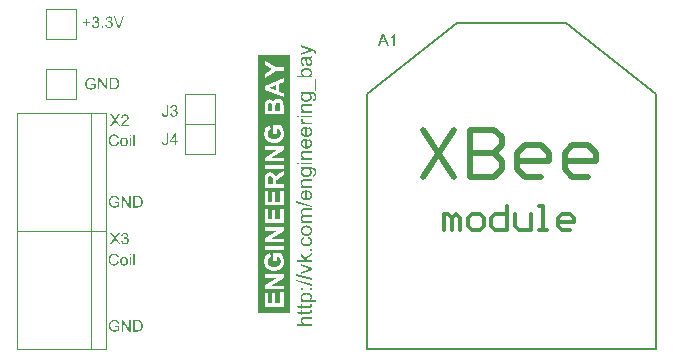
<source format=gto>
%FSLAX44Y44*%
%MOMM*%
G71*
G01*
G75*
G04 Layer_Color=16777215*
%ADD10C,0.2000*%
%ADD11C,0.3000*%
%ADD12R,1.6000X1.6000*%
%ADD13C,2.5000*%
%ADD14R,1.2000X1.2000*%
%ADD15C,1.2000*%
%ADD16R,1.6000X1.6000*%
%ADD17C,0.8000*%
%ADD18R,1.0000X0.8500*%
%ADD19R,1.0000X0.8500*%
%ADD20R,1.3000X1.3000*%
%ADD21R,1.2700X1.2700*%
%ADD22R,1.8000X0.4000*%
%ADD23R,1.3000X1.3000*%
%ADD24C,0.1000*%
%ADD25C,0.5000*%
G36*
X96848Y180388D02*
X95649D01*
Y181755D01*
X96848D01*
Y180388D01*
D02*
G37*
G36*
X102782Y129741D02*
X103064Y129727D01*
X103346Y129699D01*
X103628Y129656D01*
X103868Y129614D01*
X103882D01*
X103910Y129600D01*
X103953D01*
X104009Y129572D01*
X104164Y129530D01*
X104361Y129459D01*
X104587Y129360D01*
X104827Y129234D01*
X105066Y129093D01*
X105292Y128909D01*
X105306Y128895D01*
X105320Y128881D01*
X105362Y128839D01*
X105419Y128797D01*
X105560Y128656D01*
X105729Y128458D01*
X105912Y128218D01*
X106109Y127937D01*
X106293Y127612D01*
X106448Y127246D01*
Y127232D01*
X106462Y127204D01*
X106490Y127147D01*
X106504Y127063D01*
X106546Y126964D01*
X106575Y126851D01*
X106603Y126724D01*
X106645Y126569D01*
X106687Y126414D01*
X106716Y126231D01*
X106786Y125836D01*
X106828Y125399D01*
X106842Y124920D01*
Y124906D01*
Y124878D01*
Y124807D01*
Y124737D01*
X106828Y124638D01*
Y124525D01*
X106814Y124257D01*
X106772Y123947D01*
X106730Y123623D01*
X106659Y123285D01*
X106575Y122946D01*
Y122932D01*
X106560Y122904D01*
X106546Y122862D01*
X106532Y122805D01*
X106476Y122650D01*
X106391Y122453D01*
X106307Y122227D01*
X106194Y122002D01*
X106053Y121762D01*
X105912Y121537D01*
X105898Y121508D01*
X105842Y121438D01*
X105757Y121339D01*
X105644Y121212D01*
X105517Y121071D01*
X105362Y120930D01*
X105207Y120775D01*
X105024Y120648D01*
X104996Y120634D01*
X104939Y120592D01*
X104841Y120536D01*
X104700Y120465D01*
X104531Y120381D01*
X104333Y120310D01*
X104108Y120225D01*
X103854Y120155D01*
X103826D01*
X103783Y120141D01*
X103741Y120127D01*
X103600Y120113D01*
X103403Y120085D01*
X103177Y120056D01*
X102909Y120028D01*
X102613Y120014D01*
X102289Y120000D01*
X98779D01*
Y129755D01*
X102529D01*
X102782Y129741D01*
D02*
G37*
G36*
X99850Y172000D02*
X98652D01*
Y181755D01*
X99850D01*
Y172000D01*
D02*
G37*
G36*
X82835Y181910D02*
X82962Y181896D01*
X83117Y181882D01*
X83272Y181868D01*
X83455Y181826D01*
X83836Y181741D01*
X84259Y181614D01*
X84471Y181530D01*
X84668Y181431D01*
X84865Y181304D01*
X85063Y181177D01*
X85077Y181163D01*
X85105Y181149D01*
X85161Y181107D01*
X85232Y181036D01*
X85302Y180966D01*
X85401Y180867D01*
X85500Y180754D01*
X85612Y180641D01*
X85725Y180501D01*
X85838Y180331D01*
X85965Y180162D01*
X86078Y179979D01*
X86176Y179767D01*
X86289Y179556D01*
X86374Y179331D01*
X86458Y179077D01*
X85190Y178781D01*
Y178795D01*
X85175Y178823D01*
X85147Y178879D01*
X85119Y178950D01*
X85091Y179034D01*
X85049Y179147D01*
X84936Y179373D01*
X84795Y179627D01*
X84626Y179880D01*
X84414Y180120D01*
X84189Y180331D01*
X84160Y180359D01*
X84076Y180416D01*
X83935Y180486D01*
X83752Y180585D01*
X83512Y180670D01*
X83244Y180754D01*
X82920Y180811D01*
X82567Y180825D01*
X82455D01*
X82384Y180811D01*
X82285D01*
X82173Y180797D01*
X81905Y180754D01*
X81609Y180698D01*
X81299Y180599D01*
X80975Y180458D01*
X80678Y180275D01*
X80664D01*
X80650Y180247D01*
X80552Y180176D01*
X80425Y180063D01*
X80270Y179894D01*
X80086Y179683D01*
X79917Y179443D01*
X79762Y179147D01*
X79621Y178823D01*
Y178809D01*
X79607Y178781D01*
X79593Y178738D01*
X79579Y178668D01*
X79551Y178583D01*
X79523Y178485D01*
X79480Y178245D01*
X79424Y177963D01*
X79367Y177653D01*
X79339Y177315D01*
X79325Y176948D01*
Y176934D01*
Y176892D01*
Y176821D01*
Y176737D01*
X79339Y176638D01*
Y176511D01*
X79353Y176370D01*
X79367Y176215D01*
X79410Y175877D01*
X79480Y175510D01*
X79565Y175144D01*
X79678Y174777D01*
Y174763D01*
X79692Y174735D01*
X79720Y174692D01*
X79748Y174622D01*
X79833Y174453D01*
X79960Y174256D01*
X80114Y174030D01*
X80312Y173790D01*
X80538Y173579D01*
X80805Y173382D01*
X80819D01*
X80848Y173367D01*
X80890Y173339D01*
X80946Y173311D01*
X81017Y173283D01*
X81101Y173241D01*
X81299Y173156D01*
X81552Y173071D01*
X81834Y173001D01*
X82144Y172945D01*
X82469Y172930D01*
X82567D01*
X82652Y172945D01*
X82751D01*
X82849Y172959D01*
X83103Y173015D01*
X83399Y173085D01*
X83695Y173198D01*
X84005Y173353D01*
X84160Y173438D01*
X84301Y173551D01*
X84316Y173565D01*
X84330Y173579D01*
X84372Y173621D01*
X84428Y173664D01*
X84485Y173734D01*
X84555Y173818D01*
X84640Y173903D01*
X84710Y174016D01*
X84795Y174143D01*
X84893Y174284D01*
X84978Y174425D01*
X85063Y174594D01*
X85133Y174777D01*
X85204Y174974D01*
X85274Y175186D01*
X85330Y175411D01*
X86627Y175087D01*
Y175073D01*
X86613Y175017D01*
X86585Y174932D01*
X86543Y174819D01*
X86501Y174692D01*
X86444Y174538D01*
X86374Y174368D01*
X86289Y174185D01*
X86092Y173790D01*
X85838Y173396D01*
X85683Y173198D01*
X85528Y173001D01*
X85359Y172832D01*
X85161Y172663D01*
X85147Y172649D01*
X85119Y172620D01*
X85049Y172592D01*
X84978Y172536D01*
X84865Y172465D01*
X84753Y172395D01*
X84597Y172324D01*
X84442Y172254D01*
X84259Y172169D01*
X84062Y172099D01*
X83850Y172028D01*
X83625Y171958D01*
X83385Y171901D01*
X83131Y171873D01*
X82864Y171845D01*
X82582Y171831D01*
X82427D01*
X82314Y171845D01*
X82187D01*
X82032Y171859D01*
X81863Y171887D01*
X81665Y171915D01*
X81256Y171986D01*
X80834Y172099D01*
X80411Y172254D01*
X80213Y172352D01*
X80016Y172465D01*
X80002Y172479D01*
X79974Y172493D01*
X79917Y172536D01*
X79861Y172592D01*
X79776Y172649D01*
X79678Y172733D01*
X79565Y172832D01*
X79452Y172945D01*
X79339Y173071D01*
X79212Y173198D01*
X78959Y173522D01*
X78719Y173903D01*
X78507Y174326D01*
Y174340D01*
X78479Y174382D01*
X78465Y174453D01*
X78423Y174538D01*
X78395Y174650D01*
X78352Y174791D01*
X78296Y174946D01*
X78254Y175115D01*
X78211Y175299D01*
X78155Y175510D01*
X78085Y175947D01*
X78028Y176441D01*
X78000Y176948D01*
Y176962D01*
Y177019D01*
Y177103D01*
X78014Y177202D01*
Y177343D01*
X78028Y177484D01*
X78042Y177667D01*
X78071Y177850D01*
X78141Y178259D01*
X78240Y178710D01*
X78381Y179161D01*
X78578Y179598D01*
X78592Y179612D01*
X78606Y179655D01*
X78634Y179711D01*
X78691Y179782D01*
X78747Y179880D01*
X78818Y179993D01*
X79001Y180247D01*
X79240Y180529D01*
X79523Y180811D01*
X79847Y181093D01*
X80227Y181332D01*
X80241Y181346D01*
X80284Y181360D01*
X80340Y181389D01*
X80411Y181431D01*
X80523Y181473D01*
X80636Y181516D01*
X80777Y181572D01*
X80932Y181628D01*
X81101Y181685D01*
X81285Y181741D01*
X81679Y181826D01*
X82130Y181896D01*
X82596Y181924D01*
X82737D01*
X82835Y181910D01*
D02*
G37*
G36*
X91167Y78218D02*
X91293Y78204D01*
X91434Y78175D01*
X91589Y78147D01*
X91773Y78119D01*
X92153Y77992D01*
X92351Y77922D01*
X92548Y77823D01*
X92746Y77724D01*
X92943Y77583D01*
X93126Y77442D01*
X93309Y77273D01*
X93323Y77259D01*
X93352Y77231D01*
X93394Y77175D01*
X93450Y77104D01*
X93521Y77005D01*
X93605Y76878D01*
X93690Y76737D01*
X93774Y76582D01*
X93859Y76413D01*
X93944Y76202D01*
X94028Y75990D01*
X94099Y75751D01*
X94155Y75497D01*
X94197Y75229D01*
X94226Y74947D01*
X94240Y74637D01*
Y74623D01*
Y74581D01*
Y74510D01*
Y74412D01*
X94226Y74299D01*
X94212Y74158D01*
Y74017D01*
X94183Y73862D01*
X94141Y73509D01*
X94057Y73157D01*
X93958Y72804D01*
X93817Y72480D01*
Y72466D01*
X93803Y72452D01*
X93774Y72410D01*
X93746Y72353D01*
X93648Y72212D01*
X93521Y72043D01*
X93352Y71846D01*
X93140Y71649D01*
X92900Y71451D01*
X92619Y71268D01*
X92605D01*
X92590Y71254D01*
X92548Y71226D01*
X92478Y71197D01*
X92407Y71169D01*
X92323Y71141D01*
X92111Y71056D01*
X91871Y70986D01*
X91575Y70915D01*
X91265Y70859D01*
X90927Y70845D01*
X90786D01*
X90673Y70859D01*
X90546Y70873D01*
X90405Y70901D01*
X90236Y70929D01*
X90067Y70958D01*
X89686Y71070D01*
X89475Y71155D01*
X89278Y71240D01*
X89080Y71352D01*
X88883Y71479D01*
X88700Y71620D01*
X88516Y71789D01*
X88502Y71803D01*
X88474Y71832D01*
X88432Y71888D01*
X88375Y71973D01*
X88305Y72071D01*
X88234Y72184D01*
X88150Y72325D01*
X88065Y72494D01*
X87981Y72678D01*
X87896Y72889D01*
X87826Y73115D01*
X87755Y73354D01*
X87699Y73622D01*
X87656Y73904D01*
X87628Y74214D01*
X87614Y74538D01*
Y74567D01*
Y74623D01*
X87628Y74722D01*
Y74863D01*
X87642Y75018D01*
X87670Y75215D01*
X87699Y75412D01*
X87755Y75638D01*
X87811Y75863D01*
X87882Y76103D01*
X87967Y76357D01*
X88079Y76596D01*
X88192Y76822D01*
X88347Y77048D01*
X88502Y77259D01*
X88700Y77442D01*
X88714Y77456D01*
X88742Y77470D01*
X88798Y77513D01*
X88869Y77569D01*
X88953Y77626D01*
X89066Y77696D01*
X89179Y77767D01*
X89320Y77837D01*
X89475Y77908D01*
X89644Y77978D01*
X90025Y78105D01*
X90462Y78204D01*
X90687Y78218D01*
X90927Y78232D01*
X91068D01*
X91167Y78218D01*
D02*
G37*
G36*
X96848Y71000D02*
X95649D01*
Y78077D01*
X96848D01*
Y71000D01*
D02*
G37*
G36*
X96608Y120000D02*
X95269D01*
X90166Y127655D01*
Y120000D01*
X88925D01*
Y129755D01*
X90250D01*
X95367Y122086D01*
Y129755D01*
X96608D01*
Y120000D01*
D02*
G37*
G36*
X83145Y129910D02*
X83258D01*
X83526Y129882D01*
X83822Y129840D01*
X84132Y129769D01*
X84471Y129685D01*
X84795Y129572D01*
X84809D01*
X84837Y129558D01*
X84879Y129544D01*
X84936Y129515D01*
X85091Y129431D01*
X85288Y129332D01*
X85500Y129191D01*
X85725Y129022D01*
X85937Y128839D01*
X86134Y128613D01*
X86162Y128585D01*
X86219Y128500D01*
X86303Y128374D01*
X86416Y128190D01*
X86529Y127965D01*
X86656Y127683D01*
X86782Y127373D01*
X86881Y127020D01*
X85711Y126710D01*
Y126724D01*
X85697Y126738D01*
X85683Y126781D01*
X85669Y126837D01*
X85626Y126964D01*
X85570Y127133D01*
X85485Y127330D01*
X85387Y127514D01*
X85288Y127711D01*
X85161Y127880D01*
X85147Y127894D01*
X85105Y127951D01*
X85020Y128021D01*
X84922Y128120D01*
X84795Y128233D01*
X84626Y128345D01*
X84442Y128458D01*
X84231Y128557D01*
X84203Y128571D01*
X84132Y128599D01*
X84005Y128641D01*
X83836Y128698D01*
X83639Y128740D01*
X83413Y128782D01*
X83160Y128811D01*
X82892Y128825D01*
X82737D01*
X82666Y128811D01*
X82582D01*
X82370Y128797D01*
X82130Y128754D01*
X81863Y128712D01*
X81609Y128641D01*
X81355Y128543D01*
X81327Y128529D01*
X81242Y128500D01*
X81130Y128430D01*
X80989Y128359D01*
X80819Y128247D01*
X80636Y128134D01*
X80467Y127993D01*
X80312Y127838D01*
X80298Y127824D01*
X80241Y127767D01*
X80171Y127669D01*
X80086Y127556D01*
X79988Y127415D01*
X79889Y127246D01*
X79790Y127063D01*
X79692Y126865D01*
Y126851D01*
X79678Y126823D01*
X79663Y126781D01*
X79635Y126710D01*
X79607Y126626D01*
X79579Y126527D01*
X79537Y126414D01*
X79508Y126287D01*
X79438Y125991D01*
X79381Y125653D01*
X79339Y125301D01*
X79325Y124906D01*
Y124892D01*
Y124849D01*
Y124779D01*
X79339Y124694D01*
Y124581D01*
X79353Y124440D01*
X79367Y124300D01*
X79381Y124144D01*
X79438Y123792D01*
X79508Y123426D01*
X79621Y123059D01*
X79762Y122707D01*
Y122692D01*
X79790Y122664D01*
X79804Y122622D01*
X79847Y122566D01*
X79945Y122411D01*
X80100Y122213D01*
X80284Y122002D01*
X80509Y121790D01*
X80777Y121593D01*
X81073Y121410D01*
X81087D01*
X81115Y121396D01*
X81158Y121367D01*
X81228Y121339D01*
X81299Y121311D01*
X81397Y121283D01*
X81623Y121198D01*
X81905Y121128D01*
X82215Y121057D01*
X82553Y121001D01*
X82906Y120987D01*
X83047D01*
X83131Y121001D01*
X83216D01*
X83427Y121029D01*
X83681Y121057D01*
X83949Y121114D01*
X84245Y121198D01*
X84541Y121297D01*
X84555D01*
X84583Y121311D01*
X84612Y121325D01*
X84668Y121353D01*
X84823Y121424D01*
X84992Y121508D01*
X85190Y121607D01*
X85401Y121720D01*
X85598Y121847D01*
X85767Y121988D01*
Y123820D01*
X82892D01*
Y124976D01*
X87036D01*
Y121353D01*
X87022Y121339D01*
X86994Y121325D01*
X86938Y121283D01*
X86867Y121226D01*
X86782Y121170D01*
X86684Y121100D01*
X86557Y121015D01*
X86430Y120930D01*
X86134Y120747D01*
X85796Y120550D01*
X85443Y120366D01*
X85063Y120211D01*
X85049D01*
X85020Y120197D01*
X84964Y120183D01*
X84893Y120155D01*
X84795Y120127D01*
X84682Y120085D01*
X84555Y120056D01*
X84428Y120028D01*
X84118Y119958D01*
X83766Y119887D01*
X83385Y119845D01*
X82990Y119831D01*
X82849D01*
X82751Y119845D01*
X82624D01*
X82469Y119859D01*
X82300Y119887D01*
X82116Y119901D01*
X81707Y119986D01*
X81271Y120085D01*
X80819Y120240D01*
X80594Y120324D01*
X80368Y120437D01*
X80354Y120451D01*
X80312Y120465D01*
X80255Y120507D01*
X80171Y120550D01*
X80072Y120620D01*
X79974Y120691D01*
X79706Y120888D01*
X79424Y121142D01*
X79128Y121452D01*
X78846Y121804D01*
X78592Y122213D01*
Y122227D01*
X78564Y122270D01*
X78536Y122326D01*
X78493Y122425D01*
X78451Y122523D01*
X78409Y122664D01*
X78352Y122805D01*
X78296Y122975D01*
X78240Y123158D01*
X78183Y123369D01*
X78141Y123581D01*
X78099Y123806D01*
X78028Y124300D01*
X78000Y124821D01*
Y124835D01*
Y124892D01*
Y124962D01*
X78014Y125061D01*
Y125188D01*
X78028Y125343D01*
X78056Y125498D01*
X78071Y125681D01*
X78113Y125878D01*
X78141Y126090D01*
X78254Y126541D01*
X78395Y127006D01*
X78592Y127471D01*
X78606Y127486D01*
X78620Y127528D01*
X78649Y127584D01*
X78705Y127669D01*
X78761Y127781D01*
X78832Y127894D01*
X79029Y128162D01*
X79269Y128472D01*
X79565Y128768D01*
X79903Y129064D01*
X80100Y129191D01*
X80298Y129318D01*
X80312Y129332D01*
X80354Y129346D01*
X80411Y129375D01*
X80495Y129417D01*
X80608Y129459D01*
X80735Y129515D01*
X80876Y129572D01*
X81045Y129628D01*
X81228Y129685D01*
X81426Y129727D01*
X81637Y129783D01*
X81863Y129826D01*
X82356Y129896D01*
X82610Y129924D01*
X83061D01*
X83145Y129910D01*
D02*
G37*
G36*
X96848Y172000D02*
X95649D01*
Y179077D01*
X96848D01*
Y172000D01*
D02*
G37*
G36*
X63145Y229910D02*
X63258D01*
X63526Y229882D01*
X63822Y229840D01*
X64132Y229769D01*
X64471Y229685D01*
X64795Y229572D01*
X64809D01*
X64837Y229558D01*
X64879Y229544D01*
X64936Y229515D01*
X65091Y229431D01*
X65288Y229332D01*
X65500Y229191D01*
X65725Y229022D01*
X65937Y228839D01*
X66134Y228613D01*
X66162Y228585D01*
X66219Y228500D01*
X66303Y228374D01*
X66416Y228190D01*
X66529Y227965D01*
X66656Y227683D01*
X66782Y227373D01*
X66881Y227020D01*
X65711Y226710D01*
Y226724D01*
X65697Y226738D01*
X65683Y226781D01*
X65669Y226837D01*
X65627Y226964D01*
X65570Y227133D01*
X65486Y227330D01*
X65387Y227514D01*
X65288Y227711D01*
X65161Y227880D01*
X65147Y227894D01*
X65105Y227951D01*
X65020Y228021D01*
X64922Y228120D01*
X64795Y228233D01*
X64626Y228345D01*
X64442Y228458D01*
X64231Y228557D01*
X64203Y228571D01*
X64132Y228599D01*
X64005Y228641D01*
X63836Y228698D01*
X63639Y228740D01*
X63413Y228782D01*
X63159Y228811D01*
X62892Y228825D01*
X62737D01*
X62666Y228811D01*
X62582D01*
X62370Y228797D01*
X62130Y228754D01*
X61863Y228712D01*
X61609Y228641D01*
X61355Y228543D01*
X61327Y228529D01*
X61242Y228500D01*
X61129Y228430D01*
X60989Y228360D01*
X60819Y228247D01*
X60636Y228134D01*
X60467Y227993D01*
X60312Y227838D01*
X60298Y227824D01*
X60241Y227767D01*
X60171Y227669D01*
X60086Y227556D01*
X59988Y227415D01*
X59889Y227246D01*
X59790Y227063D01*
X59692Y226865D01*
Y226851D01*
X59678Y226823D01*
X59664Y226781D01*
X59635Y226710D01*
X59607Y226626D01*
X59579Y226527D01*
X59537Y226414D01*
X59508Y226287D01*
X59438Y225991D01*
X59381Y225653D01*
X59339Y225301D01*
X59325Y224906D01*
Y224892D01*
Y224849D01*
Y224779D01*
X59339Y224694D01*
Y224582D01*
X59353Y224440D01*
X59367Y224300D01*
X59381Y224144D01*
X59438Y223792D01*
X59508Y223426D01*
X59621Y223059D01*
X59762Y222707D01*
Y222693D01*
X59790Y222664D01*
X59804Y222622D01*
X59847Y222566D01*
X59945Y222411D01*
X60100Y222213D01*
X60284Y222002D01*
X60509Y221790D01*
X60777Y221593D01*
X61073Y221410D01*
X61087D01*
X61115Y221396D01*
X61158Y221367D01*
X61228Y221339D01*
X61299Y221311D01*
X61397Y221283D01*
X61623Y221198D01*
X61905Y221128D01*
X62215Y221057D01*
X62553Y221001D01*
X62906Y220987D01*
X63047D01*
X63131Y221001D01*
X63216D01*
X63427Y221029D01*
X63681Y221057D01*
X63949Y221114D01*
X64245Y221198D01*
X64541Y221297D01*
X64555D01*
X64583Y221311D01*
X64612Y221325D01*
X64668Y221353D01*
X64823Y221424D01*
X64992Y221508D01*
X65189Y221607D01*
X65401Y221720D01*
X65598Y221847D01*
X65767Y221988D01*
Y223820D01*
X62892D01*
Y224976D01*
X67036D01*
Y221353D01*
X67022Y221339D01*
X66994Y221325D01*
X66937Y221283D01*
X66867Y221226D01*
X66782Y221170D01*
X66684Y221100D01*
X66557Y221015D01*
X66430Y220930D01*
X66134Y220747D01*
X65796Y220550D01*
X65443Y220366D01*
X65063Y220211D01*
X65048D01*
X65020Y220197D01*
X64964Y220183D01*
X64893Y220155D01*
X64795Y220127D01*
X64682Y220085D01*
X64555Y220056D01*
X64428Y220028D01*
X64118Y219958D01*
X63766Y219887D01*
X63385Y219845D01*
X62990Y219831D01*
X62849D01*
X62751Y219845D01*
X62624D01*
X62469Y219859D01*
X62300Y219887D01*
X62116Y219901D01*
X61708Y219986D01*
X61270Y220085D01*
X60819Y220240D01*
X60594Y220324D01*
X60368Y220437D01*
X60354Y220451D01*
X60312Y220465D01*
X60255Y220508D01*
X60171Y220550D01*
X60072Y220620D01*
X59974Y220691D01*
X59706Y220888D01*
X59424Y221142D01*
X59128Y221452D01*
X58846Y221804D01*
X58592Y222213D01*
Y222227D01*
X58564Y222270D01*
X58536Y222326D01*
X58493Y222425D01*
X58451Y222523D01*
X58409Y222664D01*
X58352Y222805D01*
X58296Y222974D01*
X58240Y223158D01*
X58183Y223369D01*
X58141Y223581D01*
X58099Y223806D01*
X58028Y224300D01*
X58000Y224821D01*
Y224835D01*
Y224892D01*
Y224962D01*
X58014Y225061D01*
Y225188D01*
X58028Y225343D01*
X58056Y225498D01*
X58071Y225681D01*
X58113Y225878D01*
X58141Y226090D01*
X58254Y226541D01*
X58395Y227006D01*
X58592Y227471D01*
X58606Y227486D01*
X58620Y227528D01*
X58649Y227584D01*
X58705Y227669D01*
X58761Y227782D01*
X58832Y227894D01*
X59029Y228162D01*
X59269Y228472D01*
X59565Y228768D01*
X59903Y229064D01*
X60100Y229191D01*
X60298Y229318D01*
X60312Y229332D01*
X60354Y229346D01*
X60411Y229375D01*
X60495Y229417D01*
X60608Y229459D01*
X60735Y229515D01*
X60876Y229572D01*
X61045Y229628D01*
X61228Y229685D01*
X61426Y229727D01*
X61637Y229783D01*
X61863Y229826D01*
X62356Y229896D01*
X62610Y229924D01*
X63061D01*
X63145Y229910D01*
D02*
G37*
G36*
X245667Y47960D02*
X245815D01*
X246149Y47923D01*
X246556Y47849D01*
X246982Y47756D01*
X247426Y47627D01*
X247871Y47460D01*
X247889D01*
X247926Y47442D01*
X247982Y47405D01*
X248056Y47368D01*
X248259Y47238D01*
X248519Y47071D01*
X248796Y46868D01*
X249074Y46608D01*
X249352Y46312D01*
X249611Y45960D01*
Y45942D01*
X249630Y45923D01*
X249667Y45868D01*
X249704Y45794D01*
X249796Y45609D01*
X249907Y45349D01*
X250019Y45034D01*
X250111Y44701D01*
X250185Y44312D01*
X250204Y43924D01*
Y43886D01*
Y43794D01*
X250185Y43646D01*
X250167Y43460D01*
X250130Y43238D01*
X250074Y42998D01*
X250000Y42757D01*
X249889Y42516D01*
X249870Y42498D01*
X249833Y42405D01*
X249759Y42294D01*
X249648Y42146D01*
X249537Y41998D01*
X249389Y41813D01*
X249222Y41646D01*
X249037Y41498D01*
X253555D01*
Y39924D01*
X240705D01*
Y41350D01*
X241927D01*
X241890Y41368D01*
X241816Y41442D01*
X241686Y41535D01*
X241538Y41683D01*
X241353Y41850D01*
X241186Y42035D01*
X241019Y42257D01*
X240871Y42479D01*
X240853Y42516D01*
X240816Y42590D01*
X240760Y42738D01*
X240686Y42924D01*
X240612Y43146D01*
X240557Y43405D01*
X240520Y43701D01*
X240501Y44035D01*
Y44053D01*
Y44090D01*
Y44146D01*
Y44238D01*
X240520Y44331D01*
X240538Y44460D01*
X240575Y44738D01*
X240649Y45072D01*
X240760Y45423D01*
X240927Y45775D01*
X241131Y46127D01*
Y46145D01*
X241168Y46164D01*
X241242Y46275D01*
X241390Y46442D01*
X241575Y46645D01*
X241816Y46868D01*
X242112Y47090D01*
X242464Y47312D01*
X242853Y47497D01*
X242871D01*
X242908Y47516D01*
X242964Y47534D01*
X243038Y47571D01*
X243149Y47608D01*
X243279Y47645D01*
X243575Y47738D01*
X243945Y47831D01*
X244352Y47905D01*
X244815Y47960D01*
X245297Y47979D01*
X245537D01*
X245667Y47960D01*
D02*
G37*
G36*
X250000Y50312D02*
X248204D01*
Y52108D01*
X250000D01*
Y50312D01*
D02*
G37*
G36*
X242501D02*
X240705D01*
Y52108D01*
X242501D01*
Y50312D01*
D02*
G37*
G36*
X250000Y25962D02*
X243927D01*
X243723Y25944D01*
X243464Y25907D01*
X243186Y25833D01*
X242908Y25740D01*
X242630Y25610D01*
X242408Y25444D01*
X242390Y25425D01*
X242316Y25351D01*
X242223Y25240D01*
X242131Y25074D01*
X242019Y24870D01*
X241945Y24629D01*
X241871Y24333D01*
X241853Y24000D01*
Y23963D01*
Y23888D01*
X241871Y23759D01*
X241890Y23574D01*
X241945Y23389D01*
X242001Y23166D01*
X242093Y22944D01*
X242223Y22703D01*
X242242Y22685D01*
X242297Y22611D01*
X242371Y22500D01*
X242482Y22370D01*
X242630Y22222D01*
X242797Y22074D01*
X243001Y21944D01*
X243223Y21833D01*
X243260Y21815D01*
X243334Y21796D01*
X243482Y21759D01*
X243667Y21704D01*
X243908Y21648D01*
X244204Y21611D01*
X244538Y21592D01*
X244926Y21574D01*
X250000D01*
Y20000D01*
X237187D01*
Y21574D01*
X241779D01*
X241760Y21592D01*
X241723Y21630D01*
X241667Y21685D01*
X241575Y21778D01*
X241482Y21870D01*
X241371Y22000D01*
X241260Y22167D01*
X241131Y22333D01*
X241019Y22518D01*
X240908Y22722D01*
X240705Y23203D01*
X240612Y23463D01*
X240557Y23740D01*
X240520Y24037D01*
X240501Y24333D01*
Y24351D01*
Y24370D01*
Y24425D01*
Y24499D01*
X240520Y24703D01*
X240557Y24944D01*
X240594Y25222D01*
X240668Y25518D01*
X240779Y25814D01*
X240908Y26110D01*
X240927Y26147D01*
X240982Y26240D01*
X241075Y26370D01*
X241205Y26536D01*
X241371Y26703D01*
X241556Y26888D01*
X241779Y27055D01*
X242038Y27203D01*
X242075Y27222D01*
X242167Y27259D01*
X242334Y27314D01*
X242575Y27370D01*
X242871Y27425D01*
X243223Y27481D01*
X243649Y27518D01*
X244130Y27536D01*
X250000D01*
Y25962D01*
D02*
G37*
G36*
X91167Y179218D02*
X91293Y179204D01*
X91434Y179175D01*
X91589Y179147D01*
X91773Y179119D01*
X92153Y178992D01*
X92351Y178922D01*
X92548Y178823D01*
X92746Y178724D01*
X92943Y178583D01*
X93126Y178442D01*
X93309Y178273D01*
X93323Y178259D01*
X93352Y178231D01*
X93394Y178174D01*
X93450Y178104D01*
X93521Y178005D01*
X93605Y177878D01*
X93690Y177738D01*
X93774Y177582D01*
X93859Y177413D01*
X93944Y177202D01*
X94028Y176990D01*
X94099Y176751D01*
X94155Y176497D01*
X94197Y176229D01*
X94226Y175947D01*
X94240Y175637D01*
Y175623D01*
Y175581D01*
Y175510D01*
Y175411D01*
X94226Y175299D01*
X94212Y175158D01*
Y175017D01*
X94183Y174862D01*
X94141Y174509D01*
X94057Y174157D01*
X93958Y173804D01*
X93817Y173480D01*
Y173466D01*
X93803Y173452D01*
X93774Y173410D01*
X93746Y173353D01*
X93648Y173212D01*
X93521Y173043D01*
X93352Y172846D01*
X93140Y172649D01*
X92900Y172451D01*
X92619Y172268D01*
X92605D01*
X92590Y172254D01*
X92548Y172226D01*
X92478Y172197D01*
X92407Y172169D01*
X92323Y172141D01*
X92111Y172056D01*
X91871Y171986D01*
X91575Y171915D01*
X91265Y171859D01*
X90927Y171845D01*
X90786D01*
X90673Y171859D01*
X90546Y171873D01*
X90405Y171901D01*
X90236Y171929D01*
X90067Y171958D01*
X89686Y172071D01*
X89475Y172155D01*
X89278Y172240D01*
X89080Y172352D01*
X88883Y172479D01*
X88700Y172620D01*
X88516Y172789D01*
X88502Y172803D01*
X88474Y172832D01*
X88432Y172888D01*
X88375Y172973D01*
X88305Y173071D01*
X88234Y173184D01*
X88150Y173325D01*
X88065Y173494D01*
X87981Y173678D01*
X87896Y173889D01*
X87826Y174115D01*
X87755Y174354D01*
X87699Y174622D01*
X87656Y174904D01*
X87628Y175214D01*
X87614Y175538D01*
Y175567D01*
Y175623D01*
X87628Y175722D01*
Y175863D01*
X87642Y176018D01*
X87670Y176215D01*
X87699Y176412D01*
X87755Y176638D01*
X87811Y176863D01*
X87882Y177103D01*
X87967Y177357D01*
X88079Y177596D01*
X88192Y177822D01*
X88347Y178048D01*
X88502Y178259D01*
X88700Y178442D01*
X88714Y178456D01*
X88742Y178470D01*
X88798Y178513D01*
X88869Y178569D01*
X88953Y178626D01*
X89066Y178696D01*
X89179Y178767D01*
X89320Y178837D01*
X89475Y178908D01*
X89644Y178978D01*
X90025Y179105D01*
X90462Y179204D01*
X90687Y179218D01*
X90927Y179232D01*
X91068D01*
X91167Y179218D01*
D02*
G37*
G36*
X250000Y38535D02*
X250019Y38461D01*
X250037Y38331D01*
X250056Y38165D01*
X250093Y37980D01*
X250111Y37776D01*
X250130Y37369D01*
Y37332D01*
Y37220D01*
X250111Y37072D01*
X250093Y36887D01*
X250074Y36665D01*
X250019Y36443D01*
X249963Y36239D01*
X249870Y36035D01*
X249852Y36017D01*
X249815Y35961D01*
X249759Y35887D01*
X249667Y35776D01*
X249574Y35684D01*
X249445Y35573D01*
X249315Y35461D01*
X249148Y35387D01*
X249130D01*
X249056Y35350D01*
X248926Y35332D01*
X248741Y35295D01*
X248500Y35258D01*
X248352Y35239D01*
X248185D01*
X247982Y35221D01*
X247778Y35202D01*
X241927D01*
Y34036D01*
X240705D01*
Y35202D01*
X238409D01*
X237464Y36776D01*
X240705D01*
Y38368D01*
X241927D01*
Y36776D01*
X247611D01*
X247741Y36795D01*
X248037Y36813D01*
X248167Y36832D01*
X248259Y36850D01*
X248297Y36869D01*
X248370Y36924D01*
X248463Y36998D01*
X248556Y37128D01*
X248574Y37165D01*
X248611Y37257D01*
X248648Y37424D01*
X248667Y37665D01*
Y37683D01*
Y37720D01*
Y37776D01*
Y37850D01*
X248648Y37943D01*
Y38072D01*
X248630Y38220D01*
X248611Y38368D01*
X250000Y38572D01*
Y38535D01*
D02*
G37*
G36*
Y33554D02*
X250019Y33480D01*
X250037Y33351D01*
X250056Y33184D01*
X250093Y32999D01*
X250111Y32795D01*
X250130Y32388D01*
Y32351D01*
Y32239D01*
X250111Y32091D01*
X250093Y31906D01*
X250074Y31684D01*
X250019Y31462D01*
X249963Y31258D01*
X249870Y31054D01*
X249852Y31036D01*
X249815Y30980D01*
X249759Y30906D01*
X249667Y30795D01*
X249574Y30703D01*
X249445Y30591D01*
X249315Y30480D01*
X249148Y30406D01*
X249130D01*
X249056Y30369D01*
X248926Y30351D01*
X248741Y30314D01*
X248500Y30277D01*
X248352Y30258D01*
X248185D01*
X247982Y30240D01*
X247778Y30221D01*
X241927D01*
Y29055D01*
X240705D01*
Y30221D01*
X238409D01*
X237464Y31795D01*
X240705D01*
Y33387D01*
X241927D01*
Y31795D01*
X247611D01*
X247741Y31814D01*
X248037Y31832D01*
X248167Y31851D01*
X248259Y31869D01*
X248297Y31888D01*
X248370Y31943D01*
X248463Y32017D01*
X248556Y32147D01*
X248574Y32184D01*
X248611Y32276D01*
X248648Y32443D01*
X248667Y32684D01*
Y32702D01*
Y32739D01*
Y32795D01*
Y32869D01*
X248648Y32962D01*
Y33091D01*
X248630Y33239D01*
X248611Y33387D01*
X250000Y33591D01*
Y33554D01*
D02*
G37*
G36*
X315121Y257000D02*
X313655D01*
X312513Y259960D01*
X308425D01*
X307367Y257000D01*
X306000D01*
X309722Y266755D01*
X311131D01*
X315121Y257000D01*
D02*
G37*
G36*
X133375Y206783D02*
X133559Y206755D01*
X133784Y206713D01*
X134038Y206642D01*
X134292Y206558D01*
X134545Y206445D01*
X134559D01*
X134574Y206431D01*
X134658Y206389D01*
X134785Y206304D01*
X134926Y206205D01*
X135095Y206064D01*
X135264Y205909D01*
X135434Y205726D01*
X135575Y205515D01*
X135589Y205486D01*
X135631Y205416D01*
X135687Y205289D01*
X135758Y205134D01*
X135828Y204951D01*
X135885Y204739D01*
X135927Y204500D01*
X135941Y204260D01*
Y204232D01*
Y204147D01*
X135927Y204034D01*
X135899Y203879D01*
X135856Y203696D01*
X135786Y203499D01*
X135701Y203301D01*
X135589Y203104D01*
X135575Y203076D01*
X135532Y203019D01*
X135448Y202921D01*
X135335Y202808D01*
X135194Y202681D01*
X135025Y202540D01*
X134827Y202413D01*
X134588Y202286D01*
X134602D01*
X134630Y202272D01*
X134672Y202258D01*
X134729Y202244D01*
X134884Y202188D01*
X135081Y202103D01*
X135307Y201990D01*
X135532Y201849D01*
X135744Y201666D01*
X135941Y201455D01*
X135955Y201427D01*
X136011Y201342D01*
X136096Y201201D01*
X136181Y201018D01*
X136265Y200792D01*
X136350Y200524D01*
X136406Y200214D01*
X136420Y199876D01*
Y199862D01*
Y199819D01*
Y199749D01*
X136406Y199664D01*
X136392Y199552D01*
X136364Y199425D01*
X136336Y199284D01*
X136308Y199129D01*
X136195Y198790D01*
X136110Y198607D01*
X136026Y198438D01*
X135913Y198255D01*
X135786Y198071D01*
X135645Y197888D01*
X135476Y197719D01*
X135462Y197705D01*
X135434Y197677D01*
X135377Y197634D01*
X135307Y197578D01*
X135222Y197507D01*
X135109Y197437D01*
X134982Y197352D01*
X134827Y197282D01*
X134672Y197197D01*
X134489Y197113D01*
X134306Y197042D01*
X134094Y196972D01*
X133869Y196915D01*
X133629Y196873D01*
X133390Y196845D01*
X133122Y196831D01*
X132995D01*
X132910Y196845D01*
X132797Y196859D01*
X132670Y196873D01*
X132530Y196901D01*
X132374Y196929D01*
X132036Y197014D01*
X131684Y197155D01*
X131501Y197240D01*
X131331Y197338D01*
X131162Y197465D01*
X130993Y197592D01*
X130979Y197606D01*
X130951Y197634D01*
X130908Y197677D01*
X130866Y197733D01*
X130796Y197803D01*
X130725Y197902D01*
X130641Y198001D01*
X130556Y198128D01*
X130471Y198269D01*
X130387Y198410D01*
X130232Y198748D01*
X130105Y199143D01*
X130063Y199354D01*
X130034Y199580D01*
X131233Y199735D01*
Y199721D01*
X131247Y199692D01*
X131261Y199636D01*
X131275Y199566D01*
X131289Y199481D01*
X131317Y199382D01*
X131388Y199171D01*
X131486Y198917D01*
X131613Y198678D01*
X131754Y198452D01*
X131923Y198255D01*
X131952Y198241D01*
X132008Y198184D01*
X132121Y198114D01*
X132262Y198043D01*
X132431Y197959D01*
X132642Y197888D01*
X132882Y197832D01*
X133136Y197818D01*
X133220D01*
X133277Y197832D01*
X133432Y197846D01*
X133629Y197888D01*
X133855Y197959D01*
X134094Y198057D01*
X134334Y198198D01*
X134559Y198396D01*
X134588Y198424D01*
X134658Y198508D01*
X134743Y198635D01*
X134856Y198804D01*
X134968Y199016D01*
X135053Y199256D01*
X135123Y199538D01*
X135152Y199848D01*
Y199862D01*
Y199890D01*
Y199932D01*
X135138Y199989D01*
X135123Y200144D01*
X135081Y200327D01*
X135025Y200553D01*
X134926Y200778D01*
X134785Y201004D01*
X134602Y201215D01*
X134574Y201243D01*
X134503Y201300D01*
X134390Y201384D01*
X134235Y201483D01*
X134038Y201581D01*
X133798Y201666D01*
X133530Y201723D01*
X133234Y201751D01*
X133108D01*
X133009Y201737D01*
X132882Y201723D01*
X132741Y201694D01*
X132572Y201666D01*
X132389Y201624D01*
X132530Y202681D01*
X132600D01*
X132656Y202667D01*
X132840D01*
X132995Y202695D01*
X133178Y202723D01*
X133390Y202766D01*
X133629Y202836D01*
X133855Y202935D01*
X134094Y203062D01*
X134108D01*
X134122Y203076D01*
X134193Y203132D01*
X134292Y203231D01*
X134404Y203358D01*
X134517Y203541D01*
X134616Y203752D01*
X134686Y203992D01*
X134715Y204133D01*
Y204288D01*
Y204302D01*
Y204316D01*
Y204401D01*
X134686Y204514D01*
X134658Y204669D01*
X134602Y204838D01*
X134531Y205021D01*
X134419Y205205D01*
X134263Y205374D01*
X134249Y205388D01*
X134179Y205444D01*
X134080Y205515D01*
X133953Y205599D01*
X133784Y205670D01*
X133587Y205740D01*
X133361Y205797D01*
X133108Y205811D01*
X132995D01*
X132868Y205782D01*
X132699Y205754D01*
X132515Y205698D01*
X132332Y205627D01*
X132135Y205515D01*
X131952Y205374D01*
X131938Y205359D01*
X131881Y205289D01*
X131797Y205190D01*
X131698Y205049D01*
X131599Y204866D01*
X131501Y204641D01*
X131416Y204373D01*
X131360Y204063D01*
X130161Y204274D01*
Y204288D01*
X130175Y204331D01*
X130190Y204387D01*
X130204Y204471D01*
X130232Y204570D01*
X130274Y204683D01*
X130359Y204951D01*
X130500Y205261D01*
X130669Y205571D01*
X130880Y205867D01*
X131148Y206135D01*
X131162Y206149D01*
X131190Y206163D01*
X131233Y206191D01*
X131289Y206234D01*
X131360Y206290D01*
X131458Y206346D01*
X131557Y206403D01*
X131684Y206473D01*
X131966Y206586D01*
X132290Y206699D01*
X132670Y206769D01*
X132868Y206797D01*
X133220D01*
X133375Y206783D01*
D02*
G37*
G36*
X96608Y15000D02*
X95269D01*
X90166Y22655D01*
Y15000D01*
X88925D01*
Y24755D01*
X90250D01*
X95367Y17086D01*
Y24755D01*
X96608D01*
Y15000D01*
D02*
G37*
G36*
X320182Y257000D02*
X318983D01*
Y264627D01*
X318969Y264612D01*
X318899Y264556D01*
X318814Y264471D01*
X318673Y264373D01*
X318518Y264246D01*
X318321Y264105D01*
X318095Y263950D01*
X317841Y263795D01*
X317827D01*
X317813Y263781D01*
X317729Y263724D01*
X317588Y263654D01*
X317419Y263569D01*
X317221Y263470D01*
X317010Y263372D01*
X316798Y263273D01*
X316587Y263189D01*
Y264345D01*
X316601D01*
X316629Y264373D01*
X316686Y264387D01*
X316756Y264429D01*
X316841Y264471D01*
X316939Y264528D01*
X317179Y264669D01*
X317461Y264824D01*
X317743Y265021D01*
X318039Y265247D01*
X318335Y265486D01*
X318349Y265501D01*
X318363Y265515D01*
X318405Y265557D01*
X318462Y265599D01*
X318589Y265740D01*
X318758Y265909D01*
X318927Y266107D01*
X319110Y266332D01*
X319265Y266558D01*
X319406Y266797D01*
X320182D01*
Y257000D01*
D02*
G37*
G36*
X128399Y176101D02*
Y176087D01*
Y176045D01*
Y175989D01*
Y175904D01*
X128385Y175791D01*
Y175678D01*
X128357Y175411D01*
X128329Y175100D01*
X128272Y174776D01*
X128188Y174480D01*
X128089Y174198D01*
Y174184D01*
X128075Y174170D01*
X128033Y174086D01*
X127962Y173973D01*
X127863Y173818D01*
X127723Y173663D01*
X127567Y173493D01*
X127370Y173324D01*
X127144Y173183D01*
X127116Y173169D01*
X127032Y173127D01*
X126905Y173071D01*
X126722Y173014D01*
X126496Y172944D01*
X126242Y172887D01*
X125960Y172845D01*
X125650Y172831D01*
X125523D01*
X125439Y172845D01*
X125326Y172859D01*
X125213Y172873D01*
X124917Y172929D01*
X124607Y173014D01*
X124283Y173141D01*
X124114Y173226D01*
X123959Y173324D01*
X123818Y173437D01*
X123677Y173564D01*
X123663Y173578D01*
X123648Y173592D01*
X123620Y173648D01*
X123578Y173705D01*
X123522Y173775D01*
X123465Y173874D01*
X123409Y173987D01*
X123338Y174114D01*
X123282Y174255D01*
X123225Y174424D01*
X123169Y174593D01*
X123113Y174790D01*
X123085Y175002D01*
X123042Y175241D01*
X123028Y175481D01*
Y175749D01*
X124198Y175918D01*
Y175904D01*
Y175876D01*
Y175819D01*
X124212Y175735D01*
X124226Y175650D01*
Y175552D01*
X124269Y175312D01*
X124311Y175058D01*
X124396Y174804D01*
X124480Y174579D01*
X124537Y174480D01*
X124607Y174396D01*
X124621Y174382D01*
X124677Y174339D01*
X124762Y174269D01*
X124875Y174198D01*
X125030Y174114D01*
X125199Y174057D01*
X125411Y174001D01*
X125636Y173987D01*
X125721D01*
X125805Y174001D01*
X125932Y174015D01*
X126059Y174043D01*
X126200Y174071D01*
X126341Y174128D01*
X126482Y174198D01*
X126496Y174212D01*
X126538Y174240D01*
X126595Y174297D01*
X126679Y174353D01*
X126750Y174452D01*
X126834Y174551D01*
X126905Y174664D01*
X126961Y174804D01*
Y174818D01*
X126989Y174875D01*
X127003Y174974D01*
X127032Y175100D01*
X127060Y175270D01*
X127074Y175481D01*
X127102Y175735D01*
Y176031D01*
Y182755D01*
X128399D01*
Y176101D01*
D02*
G37*
G36*
X135053Y176440D02*
X136378D01*
Y175340D01*
X135053D01*
Y173000D01*
X133855D01*
Y175340D01*
X129612D01*
Y176440D01*
X134080Y182755D01*
X135053D01*
Y176440D01*
D02*
G37*
G36*
X128399Y200101D02*
Y200087D01*
Y200045D01*
Y199989D01*
Y199904D01*
X128385Y199791D01*
Y199678D01*
X128357Y199411D01*
X128329Y199100D01*
X128272Y198776D01*
X128188Y198480D01*
X128089Y198198D01*
Y198184D01*
X128075Y198170D01*
X128033Y198085D01*
X127962Y197973D01*
X127863Y197818D01*
X127723Y197663D01*
X127567Y197493D01*
X127370Y197324D01*
X127144Y197183D01*
X127116Y197169D01*
X127032Y197127D01*
X126905Y197071D01*
X126722Y197014D01*
X126496Y196944D01*
X126242Y196887D01*
X125960Y196845D01*
X125650Y196831D01*
X125523D01*
X125439Y196845D01*
X125326Y196859D01*
X125213Y196873D01*
X124917Y196929D01*
X124607Y197014D01*
X124283Y197141D01*
X124114Y197226D01*
X123959Y197324D01*
X123818Y197437D01*
X123677Y197564D01*
X123663Y197578D01*
X123648Y197592D01*
X123620Y197649D01*
X123578Y197705D01*
X123522Y197775D01*
X123465Y197874D01*
X123409Y197987D01*
X123338Y198114D01*
X123282Y198255D01*
X123225Y198424D01*
X123169Y198593D01*
X123113Y198790D01*
X123085Y199002D01*
X123042Y199241D01*
X123028Y199481D01*
Y199749D01*
X124198Y199918D01*
Y199904D01*
Y199876D01*
Y199819D01*
X124212Y199735D01*
X124226Y199650D01*
Y199552D01*
X124269Y199312D01*
X124311Y199058D01*
X124396Y198804D01*
X124480Y198579D01*
X124537Y198480D01*
X124607Y198396D01*
X124621Y198382D01*
X124677Y198339D01*
X124762Y198269D01*
X124875Y198198D01*
X125030Y198114D01*
X125199Y198057D01*
X125411Y198001D01*
X125636Y197987D01*
X125721D01*
X125805Y198001D01*
X125932Y198015D01*
X126059Y198043D01*
X126200Y198071D01*
X126341Y198128D01*
X126482Y198198D01*
X126496Y198212D01*
X126538Y198241D01*
X126595Y198297D01*
X126679Y198353D01*
X126750Y198452D01*
X126834Y198551D01*
X126905Y198664D01*
X126961Y198804D01*
Y198818D01*
X126989Y198875D01*
X127003Y198974D01*
X127032Y199100D01*
X127060Y199270D01*
X127074Y199481D01*
X127102Y199735D01*
Y200031D01*
Y206755D01*
X128399D01*
Y200101D01*
D02*
G37*
G36*
X83145Y24910D02*
X83258D01*
X83526Y24882D01*
X83822Y24840D01*
X84132Y24769D01*
X84471Y24685D01*
X84795Y24572D01*
X84809D01*
X84837Y24558D01*
X84879Y24544D01*
X84936Y24516D01*
X85091Y24431D01*
X85288Y24332D01*
X85500Y24191D01*
X85725Y24022D01*
X85937Y23839D01*
X86134Y23613D01*
X86162Y23585D01*
X86219Y23500D01*
X86303Y23374D01*
X86416Y23190D01*
X86529Y22965D01*
X86656Y22683D01*
X86782Y22373D01*
X86881Y22020D01*
X85711Y21710D01*
Y21724D01*
X85697Y21738D01*
X85683Y21781D01*
X85669Y21837D01*
X85626Y21964D01*
X85570Y22133D01*
X85485Y22330D01*
X85387Y22514D01*
X85288Y22711D01*
X85161Y22880D01*
X85147Y22894D01*
X85105Y22951D01*
X85020Y23021D01*
X84922Y23120D01*
X84795Y23233D01*
X84626Y23345D01*
X84442Y23458D01*
X84231Y23557D01*
X84203Y23571D01*
X84132Y23599D01*
X84005Y23642D01*
X83836Y23698D01*
X83639Y23740D01*
X83413Y23782D01*
X83160Y23811D01*
X82892Y23825D01*
X82737D01*
X82666Y23811D01*
X82582D01*
X82370Y23797D01*
X82130Y23754D01*
X81863Y23712D01*
X81609Y23642D01*
X81355Y23543D01*
X81327Y23529D01*
X81242Y23500D01*
X81130Y23430D01*
X80989Y23359D01*
X80819Y23247D01*
X80636Y23134D01*
X80467Y22993D01*
X80312Y22838D01*
X80298Y22824D01*
X80241Y22767D01*
X80171Y22669D01*
X80086Y22556D01*
X79988Y22415D01*
X79889Y22246D01*
X79790Y22063D01*
X79692Y21865D01*
Y21851D01*
X79678Y21823D01*
X79663Y21781D01*
X79635Y21710D01*
X79607Y21626D01*
X79579Y21527D01*
X79537Y21414D01*
X79508Y21287D01*
X79438Y20991D01*
X79381Y20653D01*
X79339Y20301D01*
X79325Y19906D01*
Y19892D01*
Y19849D01*
Y19779D01*
X79339Y19694D01*
Y19582D01*
X79353Y19441D01*
X79367Y19300D01*
X79381Y19145D01*
X79438Y18792D01*
X79508Y18426D01*
X79621Y18059D01*
X79762Y17707D01*
Y17693D01*
X79790Y17664D01*
X79804Y17622D01*
X79847Y17566D01*
X79945Y17411D01*
X80100Y17213D01*
X80284Y17002D01*
X80509Y16790D01*
X80777Y16593D01*
X81073Y16410D01*
X81087D01*
X81115Y16396D01*
X81158Y16367D01*
X81228Y16339D01*
X81299Y16311D01*
X81397Y16283D01*
X81623Y16198D01*
X81905Y16128D01*
X82215Y16057D01*
X82553Y16001D01*
X82906Y15987D01*
X83047D01*
X83131Y16001D01*
X83216D01*
X83427Y16029D01*
X83681Y16057D01*
X83949Y16114D01*
X84245Y16198D01*
X84541Y16297D01*
X84555D01*
X84583Y16311D01*
X84612Y16325D01*
X84668Y16353D01*
X84823Y16424D01*
X84992Y16508D01*
X85190Y16607D01*
X85401Y16720D01*
X85598Y16847D01*
X85767Y16988D01*
Y18820D01*
X82892D01*
Y19976D01*
X87036D01*
Y16353D01*
X87022Y16339D01*
X86994Y16325D01*
X86938Y16283D01*
X86867Y16226D01*
X86782Y16170D01*
X86684Y16100D01*
X86557Y16015D01*
X86430Y15930D01*
X86134Y15747D01*
X85796Y15550D01*
X85443Y15366D01*
X85063Y15211D01*
X85049D01*
X85020Y15197D01*
X84964Y15183D01*
X84893Y15155D01*
X84795Y15127D01*
X84682Y15085D01*
X84555Y15056D01*
X84428Y15028D01*
X84118Y14958D01*
X83766Y14887D01*
X83385Y14845D01*
X82990Y14831D01*
X82849D01*
X82751Y14845D01*
X82624D01*
X82469Y14859D01*
X82300Y14887D01*
X82116Y14901D01*
X81707Y14986D01*
X81271Y15085D01*
X80819Y15240D01*
X80594Y15324D01*
X80368Y15437D01*
X80354Y15451D01*
X80312Y15465D01*
X80255Y15508D01*
X80171Y15550D01*
X80072Y15620D01*
X79974Y15691D01*
X79706Y15888D01*
X79424Y16142D01*
X79128Y16452D01*
X78846Y16804D01*
X78592Y17213D01*
Y17227D01*
X78564Y17270D01*
X78536Y17326D01*
X78493Y17425D01*
X78451Y17523D01*
X78409Y17664D01*
X78352Y17805D01*
X78296Y17974D01*
X78240Y18158D01*
X78183Y18369D01*
X78141Y18581D01*
X78099Y18806D01*
X78028Y19300D01*
X78000Y19821D01*
Y19835D01*
Y19892D01*
Y19962D01*
X78014Y20061D01*
Y20188D01*
X78028Y20343D01*
X78056Y20498D01*
X78071Y20681D01*
X78113Y20878D01*
X78141Y21090D01*
X78254Y21541D01*
X78395Y22006D01*
X78592Y22471D01*
X78606Y22485D01*
X78620Y22528D01*
X78649Y22584D01*
X78705Y22669D01*
X78761Y22782D01*
X78832Y22894D01*
X79029Y23162D01*
X79269Y23472D01*
X79565Y23768D01*
X79903Y24064D01*
X80100Y24191D01*
X80298Y24318D01*
X80312Y24332D01*
X80354Y24346D01*
X80411Y24374D01*
X80495Y24417D01*
X80608Y24459D01*
X80735Y24516D01*
X80876Y24572D01*
X81045Y24628D01*
X81228Y24685D01*
X81426Y24727D01*
X81637Y24783D01*
X81863Y24826D01*
X82356Y24896D01*
X82610Y24924D01*
X83061D01*
X83145Y24910D01*
D02*
G37*
G36*
X92068Y198783D02*
X92181Y198769D01*
X92322Y198755D01*
X92477Y198727D01*
X92632Y198699D01*
X92998Y198600D01*
X93365Y198459D01*
X93548Y198375D01*
X93731Y198276D01*
X93900Y198149D01*
X94056Y198008D01*
X94070Y197994D01*
X94098Y197980D01*
X94126Y197923D01*
X94183Y197867D01*
X94253Y197796D01*
X94323Y197698D01*
X94394Y197599D01*
X94479Y197472D01*
X94620Y197204D01*
X94760Y196866D01*
X94817Y196697D01*
X94845Y196500D01*
X94873Y196302D01*
X94887Y196091D01*
Y196063D01*
Y195992D01*
X94873Y195879D01*
X94859Y195724D01*
X94831Y195555D01*
X94775Y195358D01*
X94718Y195146D01*
X94634Y194935D01*
X94620Y194907D01*
X94591Y194836D01*
X94535Y194723D01*
X94450Y194568D01*
X94338Y194399D01*
X94197Y194188D01*
X94027Y193976D01*
X93830Y193737D01*
X93802Y193708D01*
X93731Y193624D01*
X93661Y193553D01*
X93590Y193483D01*
X93506Y193398D01*
X93393Y193286D01*
X93280Y193173D01*
X93139Y193046D01*
X92998Y192905D01*
X92829Y192750D01*
X92646Y192595D01*
X92449Y192411D01*
X92223Y192228D01*
X91997Y192031D01*
X91983Y192017D01*
X91955Y191989D01*
X91899Y191946D01*
X91828Y191890D01*
X91744Y191805D01*
X91645Y191721D01*
X91419Y191537D01*
X91180Y191326D01*
X90954Y191115D01*
X90757Y190931D01*
X90672Y190861D01*
X90602Y190790D01*
X90588Y190776D01*
X90545Y190734D01*
X90489Y190678D01*
X90419Y190593D01*
X90348Y190494D01*
X90264Y190396D01*
X90094Y190156D01*
X94901D01*
Y189000D01*
X88431D01*
Y189014D01*
Y189070D01*
Y189155D01*
X88445Y189268D01*
X88459Y189395D01*
X88487Y189536D01*
X88516Y189677D01*
X88572Y189832D01*
Y189846D01*
X88586Y189860D01*
X88614Y189944D01*
X88671Y190071D01*
X88755Y190240D01*
X88868Y190438D01*
X89009Y190663D01*
X89164Y190889D01*
X89361Y191129D01*
Y191143D01*
X89389Y191157D01*
X89460Y191241D01*
X89587Y191368D01*
X89770Y191552D01*
X89982Y191763D01*
X90249Y192017D01*
X90574Y192299D01*
X90926Y192595D01*
X90940Y192609D01*
X90997Y192651D01*
X91081Y192722D01*
X91180Y192806D01*
X91307Y192919D01*
X91462Y193046D01*
X91617Y193187D01*
X91800Y193342D01*
X92153Y193680D01*
X92505Y194018D01*
X92674Y194188D01*
X92829Y194357D01*
X92970Y194512D01*
X93083Y194667D01*
Y194681D01*
X93111Y194695D01*
X93139Y194737D01*
X93167Y194794D01*
X93266Y194949D01*
X93379Y195132D01*
X93478Y195358D01*
X93576Y195597D01*
X93633Y195865D01*
X93661Y196119D01*
Y196133D01*
Y196147D01*
X93647Y196232D01*
X93633Y196373D01*
X93590Y196528D01*
X93534Y196725D01*
X93435Y196922D01*
X93308Y197120D01*
X93139Y197317D01*
X93111Y197345D01*
X93041Y197402D01*
X92942Y197472D01*
X92787Y197571D01*
X92590Y197656D01*
X92364Y197740D01*
X92096Y197796D01*
X91800Y197811D01*
X91715D01*
X91659Y197796D01*
X91490Y197782D01*
X91293Y197740D01*
X91081Y197684D01*
X90842Y197585D01*
X90616Y197458D01*
X90405Y197289D01*
X90376Y197261D01*
X90320Y197190D01*
X90235Y197078D01*
X90151Y196908D01*
X90052Y196711D01*
X89967Y196457D01*
X89911Y196175D01*
X89883Y195851D01*
X88656Y195978D01*
Y195992D01*
X88671Y196034D01*
Y196105D01*
X88685Y196204D01*
X88713Y196316D01*
X88741Y196443D01*
X88783Y196598D01*
X88826Y196753D01*
X88938Y197092D01*
X89108Y197430D01*
X89206Y197599D01*
X89333Y197768D01*
X89460Y197923D01*
X89601Y198064D01*
X89615Y198078D01*
X89643Y198093D01*
X89685Y198135D01*
X89756Y198177D01*
X89841Y198234D01*
X89939Y198290D01*
X90052Y198360D01*
X90193Y198431D01*
X90348Y198501D01*
X90517Y198572D01*
X90701Y198628D01*
X90898Y198685D01*
X91109Y198727D01*
X91335Y198769D01*
X91574Y198783D01*
X91828Y198797D01*
X91969D01*
X92068Y198783D01*
D02*
G37*
G36*
X96848Y79388D02*
X95649D01*
Y80755D01*
X96848D01*
Y79388D01*
D02*
G37*
G36*
X102782Y24741D02*
X103064Y24727D01*
X103346Y24699D01*
X103628Y24656D01*
X103868Y24614D01*
X103882D01*
X103910Y24600D01*
X103953D01*
X104009Y24572D01*
X104164Y24530D01*
X104361Y24459D01*
X104587Y24360D01*
X104827Y24234D01*
X105066Y24093D01*
X105292Y23909D01*
X105306Y23895D01*
X105320Y23881D01*
X105362Y23839D01*
X105419Y23797D01*
X105560Y23656D01*
X105729Y23458D01*
X105912Y23219D01*
X106109Y22937D01*
X106293Y22612D01*
X106448Y22246D01*
Y22232D01*
X106462Y22204D01*
X106490Y22147D01*
X106504Y22063D01*
X106546Y21964D01*
X106575Y21851D01*
X106603Y21724D01*
X106645Y21569D01*
X106687Y21414D01*
X106716Y21231D01*
X106786Y20836D01*
X106828Y20399D01*
X106842Y19920D01*
Y19906D01*
Y19878D01*
Y19807D01*
Y19737D01*
X106828Y19638D01*
Y19525D01*
X106814Y19257D01*
X106772Y18947D01*
X106730Y18623D01*
X106659Y18285D01*
X106575Y17946D01*
Y17932D01*
X106560Y17904D01*
X106546Y17862D01*
X106532Y17805D01*
X106476Y17650D01*
X106391Y17453D01*
X106307Y17227D01*
X106194Y17002D01*
X106053Y16762D01*
X105912Y16537D01*
X105898Y16508D01*
X105842Y16438D01*
X105757Y16339D01*
X105644Y16212D01*
X105517Y16071D01*
X105362Y15930D01*
X105207Y15775D01*
X105024Y15648D01*
X104996Y15634D01*
X104939Y15592D01*
X104841Y15536D01*
X104700Y15465D01*
X104531Y15381D01*
X104333Y15310D01*
X104108Y15225D01*
X103854Y15155D01*
X103826D01*
X103783Y15141D01*
X103741Y15127D01*
X103600Y15113D01*
X103403Y15085D01*
X103177Y15056D01*
X102909Y15028D01*
X102613Y15014D01*
X102289Y15000D01*
X98779D01*
Y24755D01*
X102529D01*
X102782Y24741D01*
D02*
G37*
G36*
X99850Y71000D02*
X98652D01*
Y80755D01*
X99850D01*
Y71000D01*
D02*
G37*
G36*
X82835Y80910D02*
X82962Y80896D01*
X83117Y80882D01*
X83272Y80868D01*
X83455Y80826D01*
X83836Y80741D01*
X84259Y80614D01*
X84471Y80530D01*
X84668Y80431D01*
X84865Y80304D01*
X85063Y80177D01*
X85077Y80163D01*
X85105Y80149D01*
X85161Y80107D01*
X85232Y80036D01*
X85302Y79966D01*
X85401Y79867D01*
X85500Y79754D01*
X85612Y79641D01*
X85725Y79500D01*
X85838Y79331D01*
X85965Y79162D01*
X86078Y78979D01*
X86176Y78767D01*
X86289Y78556D01*
X86374Y78330D01*
X86458Y78077D01*
X85190Y77781D01*
Y77795D01*
X85175Y77823D01*
X85147Y77879D01*
X85119Y77950D01*
X85091Y78034D01*
X85049Y78147D01*
X84936Y78373D01*
X84795Y78626D01*
X84626Y78880D01*
X84414Y79120D01*
X84189Y79331D01*
X84160Y79359D01*
X84076Y79416D01*
X83935Y79486D01*
X83752Y79585D01*
X83512Y79670D01*
X83244Y79754D01*
X82920Y79811D01*
X82567Y79825D01*
X82455D01*
X82384Y79811D01*
X82285D01*
X82173Y79797D01*
X81905Y79754D01*
X81609Y79698D01*
X81299Y79599D01*
X80975Y79458D01*
X80678Y79275D01*
X80664D01*
X80650Y79247D01*
X80552Y79176D01*
X80425Y79064D01*
X80270Y78894D01*
X80086Y78683D01*
X79917Y78443D01*
X79762Y78147D01*
X79621Y77823D01*
Y77809D01*
X79607Y77781D01*
X79593Y77738D01*
X79579Y77668D01*
X79551Y77583D01*
X79523Y77485D01*
X79480Y77245D01*
X79424Y76963D01*
X79367Y76653D01*
X79339Y76315D01*
X79325Y75948D01*
Y75934D01*
Y75892D01*
Y75821D01*
Y75737D01*
X79339Y75638D01*
Y75511D01*
X79353Y75370D01*
X79367Y75215D01*
X79410Y74877D01*
X79480Y74510D01*
X79565Y74144D01*
X79678Y73777D01*
Y73763D01*
X79692Y73735D01*
X79720Y73692D01*
X79748Y73622D01*
X79833Y73453D01*
X79960Y73256D01*
X80114Y73030D01*
X80312Y72790D01*
X80538Y72579D01*
X80805Y72382D01*
X80819D01*
X80848Y72367D01*
X80890Y72339D01*
X80946Y72311D01*
X81017Y72283D01*
X81101Y72241D01*
X81299Y72156D01*
X81552Y72071D01*
X81834Y72001D01*
X82144Y71944D01*
X82469Y71930D01*
X82567D01*
X82652Y71944D01*
X82751D01*
X82849Y71959D01*
X83103Y72015D01*
X83399Y72085D01*
X83695Y72198D01*
X84005Y72353D01*
X84160Y72438D01*
X84301Y72551D01*
X84316Y72565D01*
X84330Y72579D01*
X84372Y72621D01*
X84428Y72663D01*
X84485Y72734D01*
X84555Y72818D01*
X84640Y72903D01*
X84710Y73016D01*
X84795Y73143D01*
X84893Y73284D01*
X84978Y73425D01*
X85063Y73594D01*
X85133Y73777D01*
X85204Y73974D01*
X85274Y74186D01*
X85330Y74412D01*
X86627Y74087D01*
Y74073D01*
X86613Y74017D01*
X86585Y73932D01*
X86543Y73819D01*
X86501Y73692D01*
X86444Y73538D01*
X86374Y73368D01*
X86289Y73185D01*
X86092Y72790D01*
X85838Y72396D01*
X85683Y72198D01*
X85528Y72001D01*
X85359Y71832D01*
X85161Y71663D01*
X85147Y71649D01*
X85119Y71620D01*
X85049Y71592D01*
X84978Y71536D01*
X84865Y71465D01*
X84753Y71395D01*
X84597Y71324D01*
X84442Y71254D01*
X84259Y71169D01*
X84062Y71099D01*
X83850Y71028D01*
X83625Y70958D01*
X83385Y70901D01*
X83131Y70873D01*
X82864Y70845D01*
X82582Y70831D01*
X82427D01*
X82314Y70845D01*
X82187D01*
X82032Y70859D01*
X81863Y70887D01*
X81665Y70915D01*
X81256Y70986D01*
X80834Y71099D01*
X80411Y71254D01*
X80213Y71352D01*
X80016Y71465D01*
X80002Y71479D01*
X79974Y71493D01*
X79917Y71536D01*
X79861Y71592D01*
X79776Y71649D01*
X79678Y71733D01*
X79565Y71832D01*
X79452Y71944D01*
X79339Y72071D01*
X79212Y72198D01*
X78959Y72523D01*
X78719Y72903D01*
X78507Y73326D01*
Y73340D01*
X78479Y73382D01*
X78465Y73453D01*
X78423Y73538D01*
X78395Y73650D01*
X78352Y73791D01*
X78296Y73946D01*
X78254Y74115D01*
X78211Y74299D01*
X78155Y74510D01*
X78085Y74947D01*
X78028Y75441D01*
X78000Y75948D01*
Y75962D01*
Y76019D01*
Y76103D01*
X78014Y76202D01*
Y76343D01*
X78028Y76484D01*
X78042Y76667D01*
X78071Y76850D01*
X78141Y77259D01*
X78240Y77710D01*
X78381Y78161D01*
X78578Y78598D01*
X78592Y78612D01*
X78606Y78655D01*
X78634Y78711D01*
X78691Y78782D01*
X78747Y78880D01*
X78818Y78993D01*
X79001Y79247D01*
X79240Y79529D01*
X79523Y79811D01*
X79847Y80093D01*
X80227Y80332D01*
X80241Y80346D01*
X80284Y80360D01*
X80340Y80389D01*
X80411Y80431D01*
X80523Y80473D01*
X80636Y80515D01*
X80777Y80572D01*
X80932Y80628D01*
X81101Y80685D01*
X81285Y80741D01*
X81679Y80826D01*
X82130Y80896D01*
X82596Y80924D01*
X82737D01*
X82835Y80910D01*
D02*
G37*
G36*
X91955Y98783D02*
X92138Y98755D01*
X92364Y98713D01*
X92618Y98642D01*
X92871Y98558D01*
X93125Y98445D01*
X93139D01*
X93153Y98431D01*
X93238Y98389D01*
X93365Y98304D01*
X93506Y98205D01*
X93675Y98064D01*
X93844Y97909D01*
X94013Y97726D01*
X94154Y97515D01*
X94168Y97486D01*
X94211Y97416D01*
X94267Y97289D01*
X94338Y97134D01*
X94408Y96951D01*
X94464Y96739D01*
X94507Y96500D01*
X94521Y96260D01*
Y96232D01*
Y96147D01*
X94507Y96034D01*
X94479Y95879D01*
X94436Y95696D01*
X94366Y95499D01*
X94281Y95301D01*
X94168Y95104D01*
X94154Y95076D01*
X94112Y95019D01*
X94027Y94921D01*
X93915Y94808D01*
X93774Y94681D01*
X93604Y94540D01*
X93407Y94413D01*
X93167Y94286D01*
X93182D01*
X93210Y94272D01*
X93252Y94258D01*
X93308Y94244D01*
X93463Y94188D01*
X93661Y94103D01*
X93886Y93990D01*
X94112Y93849D01*
X94323Y93666D01*
X94521Y93455D01*
X94535Y93427D01*
X94591Y93342D01*
X94676Y93201D01*
X94760Y93018D01*
X94845Y92792D01*
X94930Y92524D01*
X94986Y92214D01*
X95000Y91876D01*
Y91862D01*
Y91819D01*
Y91749D01*
X94986Y91664D01*
X94972Y91552D01*
X94944Y91425D01*
X94916Y91284D01*
X94887Y91129D01*
X94775Y90790D01*
X94690Y90607D01*
X94605Y90438D01*
X94493Y90255D01*
X94366Y90071D01*
X94225Y89888D01*
X94056Y89719D01*
X94042Y89705D01*
X94013Y89677D01*
X93957Y89634D01*
X93886Y89578D01*
X93802Y89508D01*
X93689Y89437D01*
X93562Y89352D01*
X93407Y89282D01*
X93252Y89197D01*
X93069Y89113D01*
X92886Y89042D01*
X92674Y88972D01*
X92449Y88915D01*
X92209Y88873D01*
X91969Y88845D01*
X91701Y88831D01*
X91574D01*
X91490Y88845D01*
X91377Y88859D01*
X91250Y88873D01*
X91109Y88901D01*
X90954Y88930D01*
X90616Y89014D01*
X90264Y89155D01*
X90080Y89240D01*
X89911Y89338D01*
X89742Y89465D01*
X89573Y89592D01*
X89559Y89606D01*
X89530Y89634D01*
X89488Y89677D01*
X89446Y89733D01*
X89375Y89803D01*
X89305Y89902D01*
X89220Y90001D01*
X89136Y90128D01*
X89051Y90269D01*
X88967Y90410D01*
X88812Y90748D01*
X88685Y91143D01*
X88642Y91354D01*
X88614Y91580D01*
X89812Y91735D01*
Y91721D01*
X89826Y91692D01*
X89841Y91636D01*
X89855Y91566D01*
X89869Y91481D01*
X89897Y91382D01*
X89967Y91171D01*
X90066Y90917D01*
X90193Y90677D01*
X90334Y90452D01*
X90503Y90255D01*
X90531Y90240D01*
X90588Y90184D01*
X90701Y90114D01*
X90842Y90043D01*
X91011Y89959D01*
X91222Y89888D01*
X91462Y89832D01*
X91715Y89818D01*
X91800D01*
X91856Y89832D01*
X92011Y89846D01*
X92209Y89888D01*
X92434Y89959D01*
X92674Y90057D01*
X92914Y90198D01*
X93139Y90396D01*
X93167Y90424D01*
X93238Y90508D01*
X93322Y90635D01*
X93435Y90804D01*
X93548Y91016D01*
X93633Y91256D01*
X93703Y91538D01*
X93731Y91848D01*
Y91862D01*
Y91890D01*
Y91932D01*
X93717Y91989D01*
X93703Y92144D01*
X93661Y92327D01*
X93604Y92552D01*
X93506Y92778D01*
X93365Y93004D01*
X93182Y93215D01*
X93153Y93243D01*
X93083Y93300D01*
X92970Y93384D01*
X92815Y93483D01*
X92618Y93581D01*
X92378Y93666D01*
X92110Y93722D01*
X91814Y93751D01*
X91687D01*
X91589Y93737D01*
X91462Y93722D01*
X91321Y93694D01*
X91152Y93666D01*
X90968Y93624D01*
X91109Y94681D01*
X91180D01*
X91236Y94667D01*
X91419D01*
X91574Y94695D01*
X91758Y94723D01*
X91969Y94766D01*
X92209Y94836D01*
X92434Y94935D01*
X92674Y95062D01*
X92688D01*
X92702Y95076D01*
X92773Y95132D01*
X92871Y95231D01*
X92984Y95358D01*
X93097Y95541D01*
X93196Y95752D01*
X93266Y95992D01*
X93294Y96133D01*
Y96288D01*
Y96302D01*
Y96316D01*
Y96401D01*
X93266Y96514D01*
X93238Y96669D01*
X93182Y96838D01*
X93111Y97021D01*
X92998Y97205D01*
X92843Y97374D01*
X92829Y97388D01*
X92759Y97444D01*
X92660Y97515D01*
X92533Y97599D01*
X92364Y97670D01*
X92167Y97740D01*
X91941Y97796D01*
X91687Y97811D01*
X91574D01*
X91448Y97782D01*
X91278Y97754D01*
X91095Y97698D01*
X90912Y97627D01*
X90715Y97515D01*
X90531Y97374D01*
X90517Y97360D01*
X90461Y97289D01*
X90376Y97190D01*
X90278Y97049D01*
X90179Y96866D01*
X90080Y96641D01*
X89996Y96373D01*
X89939Y96063D01*
X88741Y96274D01*
Y96288D01*
X88755Y96330D01*
X88769Y96387D01*
X88783Y96471D01*
X88812Y96570D01*
X88854Y96683D01*
X88938Y96951D01*
X89079Y97261D01*
X89249Y97571D01*
X89460Y97867D01*
X89728Y98135D01*
X89742Y98149D01*
X89770Y98163D01*
X89812Y98191D01*
X89869Y98233D01*
X89939Y98290D01*
X90038Y98346D01*
X90137Y98403D01*
X90264Y98473D01*
X90545Y98586D01*
X90870Y98699D01*
X91250Y98769D01*
X91448Y98797D01*
X91800D01*
X91955Y98783D01*
D02*
G37*
G36*
X84286Y194117D02*
X87937Y189000D01*
X86344D01*
X83878Y192468D01*
X83863Y192482D01*
X83835Y192524D01*
X83807Y192581D01*
X83751Y192651D01*
X83624Y192848D01*
X83483Y193060D01*
X83469Y193046D01*
X83427Y192990D01*
X83370Y192905D01*
X83300Y192792D01*
X83145Y192567D01*
X83074Y192468D01*
X83018Y192383D01*
X80551Y189000D01*
X79000D01*
X82764Y194047D01*
X79437Y198755D01*
X80974D01*
X82750Y196246D01*
Y196232D01*
X82778Y196218D01*
X82806Y196175D01*
X82849Y196119D01*
X82933Y195978D01*
X83060Y195809D01*
X83187Y195611D01*
X83314Y195414D01*
X83427Y195231D01*
X83525Y195062D01*
X83539Y195090D01*
X83581Y195146D01*
X83652Y195259D01*
X83751Y195400D01*
X83863Y195555D01*
X84004Y195753D01*
X84145Y195950D01*
X84315Y196161D01*
X86260Y198755D01*
X87670D01*
X84286Y194117D01*
D02*
G37*
G36*
X231301Y31000D02*
X204687D01*
Y249440D01*
X231301D01*
Y31000D01*
D02*
G37*
G36*
X84286Y94117D02*
X87937Y89000D01*
X86344D01*
X83878Y92468D01*
X83863Y92482D01*
X83835Y92524D01*
X83807Y92581D01*
X83751Y92651D01*
X83624Y92849D01*
X83483Y93060D01*
X83469Y93046D01*
X83427Y92990D01*
X83370Y92905D01*
X83300Y92792D01*
X83145Y92566D01*
X83074Y92468D01*
X83018Y92383D01*
X80551Y89000D01*
X79000D01*
X82764Y94047D01*
X79437Y98755D01*
X80974D01*
X82750Y96246D01*
Y96232D01*
X82778Y96218D01*
X82806Y96175D01*
X82849Y96119D01*
X82933Y95978D01*
X83060Y95809D01*
X83187Y95611D01*
X83314Y95414D01*
X83427Y95231D01*
X83525Y95062D01*
X83539Y95090D01*
X83581Y95146D01*
X83652Y95259D01*
X83751Y95400D01*
X83863Y95555D01*
X84004Y95752D01*
X84145Y95950D01*
X84315Y96161D01*
X86260Y98755D01*
X87670D01*
X84286Y94117D01*
D02*
G37*
G36*
X242464Y194760D02*
X242445Y194741D01*
X242408Y194667D01*
X242353Y194556D01*
X242297Y194408D01*
X242242Y194241D01*
X242186Y194037D01*
X242149Y193834D01*
X242131Y193630D01*
Y193612D01*
Y193538D01*
X242149Y193445D01*
X242167Y193315D01*
X242204Y193186D01*
X242260Y193019D01*
X242334Y192852D01*
X242445Y192704D01*
X242464Y192686D01*
X242501Y192630D01*
X242575Y192575D01*
X242667Y192482D01*
X242797Y192390D01*
X242945Y192297D01*
X243112Y192204D01*
X243316Y192130D01*
X243353Y192112D01*
X243464Y192093D01*
X243630Y192056D01*
X243853Y192001D01*
X244130Y191945D01*
X244445Y191908D01*
X244778Y191890D01*
X245149Y191871D01*
X250000D01*
Y190297D01*
X240705D01*
Y191723D01*
X242112D01*
X242093Y191742D01*
X241964Y191815D01*
X241797Y191908D01*
X241593Y192056D01*
X241390Y192204D01*
X241168Y192371D01*
X240982Y192538D01*
X240834Y192704D01*
X240816Y192723D01*
X240779Y192778D01*
X240723Y192889D01*
X240668Y193001D01*
X240612Y193149D01*
X240557Y193334D01*
X240520Y193519D01*
X240501Y193723D01*
Y193760D01*
Y193852D01*
X240520Y194019D01*
X240557Y194223D01*
X240631Y194463D01*
X240723Y194723D01*
X240853Y195019D01*
X241019Y195334D01*
X242464Y194760D01*
D02*
G37*
G36*
X67137Y281783D02*
X67320Y281755D01*
X67545Y281713D01*
X67799Y281642D01*
X68053Y281558D01*
X68307Y281445D01*
X68321D01*
X68335Y281431D01*
X68419Y281389D01*
X68546Y281304D01*
X68687Y281205D01*
X68857Y281064D01*
X69026Y280909D01*
X69195Y280726D01*
X69336Y280515D01*
X69350Y280486D01*
X69392Y280416D01*
X69448Y280289D01*
X69519Y280134D01*
X69590Y279951D01*
X69646Y279739D01*
X69688Y279500D01*
X69702Y279260D01*
Y279232D01*
Y279147D01*
X69688Y279034D01*
X69660Y278879D01*
X69618Y278696D01*
X69547Y278499D01*
X69463Y278301D01*
X69350Y278104D01*
X69336Y278076D01*
X69293Y278019D01*
X69209Y277921D01*
X69096Y277808D01*
X68955Y277681D01*
X68786Y277540D01*
X68589Y277413D01*
X68349Y277286D01*
X68363D01*
X68391Y277272D01*
X68433Y277258D01*
X68490Y277244D01*
X68645Y277188D01*
X68842Y277103D01*
X69068Y276990D01*
X69293Y276849D01*
X69505Y276666D01*
X69702Y276455D01*
X69716Y276426D01*
X69773Y276342D01*
X69857Y276201D01*
X69942Y276018D01*
X70026Y275792D01*
X70111Y275524D01*
X70167Y275214D01*
X70182Y274876D01*
Y274862D01*
Y274819D01*
Y274749D01*
X70167Y274664D01*
X70153Y274552D01*
X70125Y274425D01*
X70097Y274284D01*
X70069Y274129D01*
X69956Y273790D01*
X69871Y273607D01*
X69787Y273438D01*
X69674Y273255D01*
X69547Y273071D01*
X69406Y272888D01*
X69237Y272719D01*
X69223Y272705D01*
X69195Y272677D01*
X69138Y272634D01*
X69068Y272578D01*
X68983Y272507D01*
X68871Y272437D01*
X68744Y272352D01*
X68589Y272282D01*
X68433Y272197D01*
X68250Y272113D01*
X68067Y272042D01*
X67856Y271972D01*
X67630Y271915D01*
X67390Y271873D01*
X67151Y271845D01*
X66883Y271831D01*
X66756D01*
X66671Y271845D01*
X66559Y271859D01*
X66432Y271873D01*
X66291Y271901D01*
X66136Y271929D01*
X65797Y272014D01*
X65445Y272155D01*
X65262Y272240D01*
X65093Y272338D01*
X64923Y272465D01*
X64754Y272592D01*
X64740Y272606D01*
X64712Y272634D01*
X64670Y272677D01*
X64627Y272733D01*
X64557Y272803D01*
X64486Y272902D01*
X64402Y273001D01*
X64317Y273128D01*
X64233Y273269D01*
X64148Y273410D01*
X63993Y273748D01*
X63866Y274143D01*
X63824Y274354D01*
X63796Y274580D01*
X64994Y274735D01*
Y274721D01*
X65008Y274692D01*
X65022Y274636D01*
X65036Y274566D01*
X65050Y274481D01*
X65079Y274382D01*
X65149Y274171D01*
X65248Y273917D01*
X65374Y273678D01*
X65515Y273452D01*
X65685Y273255D01*
X65713Y273241D01*
X65769Y273184D01*
X65882Y273114D01*
X66023Y273043D01*
X66192Y272959D01*
X66404Y272888D01*
X66643Y272832D01*
X66897Y272818D01*
X66982D01*
X67038Y272832D01*
X67193Y272846D01*
X67390Y272888D01*
X67616Y272959D01*
X67856Y273057D01*
X68095Y273198D01*
X68321Y273396D01*
X68349Y273424D01*
X68419Y273508D01*
X68504Y273635D01*
X68617Y273804D01*
X68730Y274016D01*
X68814Y274256D01*
X68885Y274537D01*
X68913Y274848D01*
Y274862D01*
Y274890D01*
Y274932D01*
X68899Y274989D01*
X68885Y275144D01*
X68842Y275327D01*
X68786Y275552D01*
X68687Y275778D01*
X68546Y276003D01*
X68363Y276215D01*
X68335Y276243D01*
X68264Y276300D01*
X68152Y276384D01*
X67997Y276483D01*
X67799Y276581D01*
X67559Y276666D01*
X67292Y276723D01*
X66996Y276751D01*
X66869D01*
X66770Y276737D01*
X66643Y276723D01*
X66502Y276694D01*
X66333Y276666D01*
X66150Y276624D01*
X66291Y277681D01*
X66361D01*
X66418Y277667D01*
X66601D01*
X66756Y277695D01*
X66939Y277723D01*
X67151Y277766D01*
X67390Y277836D01*
X67616Y277935D01*
X67856Y278062D01*
X67870D01*
X67884Y278076D01*
X67954Y278132D01*
X68053Y278231D01*
X68166Y278358D01*
X68278Y278541D01*
X68377Y278752D01*
X68448Y278992D01*
X68476Y279133D01*
Y279288D01*
Y279302D01*
Y279316D01*
Y279401D01*
X68448Y279514D01*
X68419Y279669D01*
X68363Y279838D01*
X68293Y280021D01*
X68180Y280204D01*
X68025Y280374D01*
X68011Y280388D01*
X67940Y280444D01*
X67842Y280515D01*
X67715Y280599D01*
X67545Y280670D01*
X67348Y280740D01*
X67123Y280797D01*
X66869Y280811D01*
X66756D01*
X66629Y280782D01*
X66460Y280754D01*
X66277Y280698D01*
X66093Y280627D01*
X65896Y280515D01*
X65713Y280374D01*
X65699Y280359D01*
X65642Y280289D01*
X65558Y280190D01*
X65459Y280049D01*
X65360Y279866D01*
X65262Y279641D01*
X65177Y279373D01*
X65121Y279063D01*
X63923Y279274D01*
Y279288D01*
X63937Y279330D01*
X63951Y279387D01*
X63965Y279471D01*
X63993Y279570D01*
X64035Y279683D01*
X64120Y279951D01*
X64261Y280261D01*
X64430Y280571D01*
X64641Y280867D01*
X64909Y281135D01*
X64923Y281149D01*
X64952Y281163D01*
X64994Y281191D01*
X65050Y281234D01*
X65121Y281290D01*
X65219Y281346D01*
X65318Y281403D01*
X65445Y281473D01*
X65727Y281586D01*
X66051Y281699D01*
X66432Y281769D01*
X66629Y281797D01*
X66982D01*
X67137Y281783D01*
D02*
G37*
G36*
X250000Y196278D02*
X240705D01*
Y197852D01*
X250000D01*
Y196278D01*
D02*
G37*
G36*
X238983D02*
X237187D01*
Y197852D01*
X238983D01*
Y196278D01*
D02*
G37*
G36*
X245760Y188372D02*
Y181428D01*
X245834D01*
X245908Y181446D01*
X246019D01*
X246149Y181465D01*
X246297Y181502D01*
X246630Y181557D01*
X247000Y181668D01*
X247408Y181817D01*
X247778Y182020D01*
X248111Y182279D01*
Y182298D01*
X248148Y182316D01*
X248241Y182428D01*
X248370Y182594D01*
X248500Y182817D01*
X248648Y183113D01*
X248778Y183446D01*
X248871Y183816D01*
X248889Y184020D01*
X248908Y184242D01*
Y184261D01*
Y184279D01*
Y184390D01*
X248889Y184557D01*
X248852Y184761D01*
X248796Y184983D01*
X248722Y185242D01*
X248611Y185483D01*
X248463Y185724D01*
X248445Y185742D01*
X248370Y185835D01*
X248259Y185946D01*
X248111Y186075D01*
X247908Y186224D01*
X247648Y186390D01*
X247352Y186557D01*
X247000Y186705D01*
X247204Y188334D01*
X247222D01*
X247260Y188316D01*
X247334Y188297D01*
X247445Y188260D01*
X247556Y188205D01*
X247704Y188149D01*
X248019Y188001D01*
X248370Y187816D01*
X248741Y187557D01*
X249093Y187260D01*
X249426Y186890D01*
Y186872D01*
X249463Y186835D01*
X249500Y186779D01*
X249556Y186705D01*
X249611Y186594D01*
X249667Y186483D01*
X249741Y186335D01*
X249815Y186168D01*
X249889Y185983D01*
X249963Y185798D01*
X250074Y185335D01*
X250167Y184816D01*
X250204Y184242D01*
Y184224D01*
Y184150D01*
Y184039D01*
X250185Y183909D01*
X250167Y183742D01*
X250130Y183539D01*
X250093Y183316D01*
X250056Y183076D01*
X249907Y182557D01*
X249796Y182279D01*
X249685Y182020D01*
X249537Y181742D01*
X249370Y181483D01*
X249185Y181243D01*
X248963Y181002D01*
X248945Y180983D01*
X248908Y180946D01*
X248834Y180891D01*
X248722Y180817D01*
X248593Y180724D01*
X248445Y180632D01*
X248259Y180520D01*
X248056Y180409D01*
X247815Y180298D01*
X247556Y180187D01*
X247260Y180095D01*
X246945Y180002D01*
X246611Y179928D01*
X246241Y179872D01*
X245852Y179835D01*
X245445Y179817D01*
X245223D01*
X245056Y179835D01*
X244852Y179854D01*
X244630Y179872D01*
X244371Y179909D01*
X244112Y179965D01*
X243519Y180113D01*
X243223Y180206D01*
X242908Y180317D01*
X242612Y180465D01*
X242334Y180632D01*
X242056Y180817D01*
X241797Y181020D01*
X241779Y181039D01*
X241742Y181076D01*
X241686Y181150D01*
X241593Y181243D01*
X241501Y181354D01*
X241390Y181502D01*
X241260Y181668D01*
X241149Y181872D01*
X241019Y182076D01*
X240908Y182316D01*
X240797Y182576D01*
X240705Y182854D01*
X240612Y183150D01*
X240557Y183465D01*
X240520Y183798D01*
X240501Y184150D01*
Y184168D01*
Y184224D01*
Y184335D01*
X240520Y184464D01*
X240538Y184613D01*
X240575Y184798D01*
X240612Y185001D01*
X240668Y185242D01*
X240723Y185464D01*
X240816Y185724D01*
X240908Y185964D01*
X241038Y186224D01*
X241186Y186483D01*
X241353Y186742D01*
X241556Y186983D01*
X241779Y187205D01*
X241797Y187223D01*
X241834Y187260D01*
X241908Y187316D01*
X242019Y187390D01*
X242149Y187483D01*
X242297Y187575D01*
X242482Y187686D01*
X242705Y187797D01*
X242945Y187908D01*
X243204Y188020D01*
X243501Y188112D01*
X243815Y188205D01*
X244167Y188279D01*
X244538Y188334D01*
X244926Y188372D01*
X245352Y188390D01*
X245574D01*
X245760Y188372D01*
D02*
G37*
G36*
X250000Y166392D02*
X244038D01*
X243834Y166374D01*
X243593Y166355D01*
X243353Y166318D01*
X243130Y166263D01*
X242927Y166207D01*
X242908D01*
X242853Y166170D01*
X242760Y166115D01*
X242649Y166059D01*
X242538Y165966D01*
X242408Y165855D01*
X242279Y165707D01*
X242167Y165541D01*
X242149Y165522D01*
X242112Y165466D01*
X242075Y165355D01*
X242019Y165226D01*
X241964Y165078D01*
X241908Y164892D01*
X241890Y164670D01*
X241871Y164448D01*
Y164429D01*
Y164411D01*
Y164355D01*
X241890Y164281D01*
X241908Y164096D01*
X241945Y163855D01*
X242038Y163596D01*
X242149Y163300D01*
X242297Y163004D01*
X242519Y162726D01*
X242556Y162689D01*
X242649Y162615D01*
X242723Y162559D01*
X242816Y162504D01*
X242927Y162430D01*
X243056Y162374D01*
X243204Y162300D01*
X243390Y162226D01*
X243593Y162171D01*
X243815Y162115D01*
X244056Y162078D01*
X244315Y162041D01*
X244630Y162004D01*
X250000D01*
Y160430D01*
X240705D01*
Y161837D01*
X242038D01*
X242019Y161856D01*
X241964Y161893D01*
X241890Y161948D01*
X241797Y162022D01*
X241686Y162133D01*
X241556Y162263D01*
X241408Y162411D01*
X241260Y162596D01*
X241131Y162782D01*
X240982Y163004D01*
X240853Y163244D01*
X240742Y163504D01*
X240649Y163800D01*
X240575Y164096D01*
X240520Y164429D01*
X240501Y164781D01*
Y164800D01*
Y164818D01*
Y164929D01*
X240520Y165078D01*
X240538Y165281D01*
X240575Y165522D01*
X240631Y165781D01*
X240705Y166059D01*
X240816Y166318D01*
X240834Y166355D01*
X240871Y166429D01*
X240927Y166559D01*
X241019Y166707D01*
X241131Y166892D01*
X241279Y167059D01*
X241427Y167225D01*
X241612Y167374D01*
X241630Y167392D01*
X241705Y167429D01*
X241797Y167485D01*
X241927Y167577D01*
X242112Y167651D01*
X242297Y167725D01*
X242519Y167818D01*
X242760Y167874D01*
X242778D01*
X242853Y167892D01*
X242964Y167911D01*
X243112Y167929D01*
X243334D01*
X243593Y167948D01*
X243908Y167966D01*
X250000D01*
Y166392D01*
D02*
G37*
G36*
Y156449D02*
X240705D01*
Y158023D01*
X250000D01*
Y156449D01*
D02*
G37*
G36*
X78513Y281783D02*
X78696Y281755D01*
X78922Y281713D01*
X79176Y281642D01*
X79429Y281558D01*
X79683Y281445D01*
X79697D01*
X79711Y281431D01*
X79796Y281389D01*
X79923Y281304D01*
X80064Y281205D01*
X80233Y281064D01*
X80402Y280909D01*
X80571Y280726D01*
X80712Y280515D01*
X80726Y280486D01*
X80768Y280416D01*
X80825Y280289D01*
X80895Y280134D01*
X80966Y279951D01*
X81022Y279739D01*
X81065Y279500D01*
X81079Y279260D01*
Y279232D01*
Y279147D01*
X81065Y279034D01*
X81036Y278879D01*
X80994Y278696D01*
X80924Y278499D01*
X80839Y278301D01*
X80726Y278104D01*
X80712Y278076D01*
X80670Y278019D01*
X80585Y277921D01*
X80472Y277808D01*
X80331Y277681D01*
X80162Y277540D01*
X79965Y277413D01*
X79725Y277286D01*
X79739D01*
X79767Y277272D01*
X79810Y277258D01*
X79866Y277244D01*
X80021Y277188D01*
X80219Y277103D01*
X80444Y276990D01*
X80670Y276849D01*
X80881Y276666D01*
X81079Y276455D01*
X81093Y276426D01*
X81149Y276342D01*
X81234Y276201D01*
X81318Y276018D01*
X81403Y275792D01*
X81487Y275524D01*
X81544Y275214D01*
X81558Y274876D01*
Y274862D01*
Y274819D01*
Y274749D01*
X81544Y274664D01*
X81530Y274552D01*
X81502Y274425D01*
X81473Y274284D01*
X81445Y274129D01*
X81332Y273790D01*
X81248Y273607D01*
X81163Y273438D01*
X81050Y273255D01*
X80924Y273071D01*
X80782Y272888D01*
X80613Y272719D01*
X80599Y272705D01*
X80571Y272677D01*
X80515Y272634D01*
X80444Y272578D01*
X80360Y272507D01*
X80247Y272437D01*
X80120Y272352D01*
X79965Y272282D01*
X79810Y272197D01*
X79627Y272113D01*
X79443Y272042D01*
X79232Y271972D01*
X79006Y271915D01*
X78767Y271873D01*
X78527Y271845D01*
X78259Y271831D01*
X78132D01*
X78048Y271845D01*
X77935Y271859D01*
X77808Y271873D01*
X77667Y271901D01*
X77512Y271929D01*
X77174Y272014D01*
X76821Y272155D01*
X76638Y272240D01*
X76469Y272338D01*
X76300Y272465D01*
X76130Y272592D01*
X76116Y272606D01*
X76088Y272634D01*
X76046Y272677D01*
X76004Y272733D01*
X75933Y272803D01*
X75863Y272902D01*
X75778Y273001D01*
X75693Y273128D01*
X75609Y273269D01*
X75524Y273410D01*
X75369Y273748D01*
X75242Y274143D01*
X75200Y274354D01*
X75172Y274580D01*
X76370Y274735D01*
Y274721D01*
X76384Y274692D01*
X76398Y274636D01*
X76412Y274566D01*
X76427Y274481D01*
X76455Y274382D01*
X76525Y274171D01*
X76624Y273917D01*
X76751Y273678D01*
X76892Y273452D01*
X77061Y273255D01*
X77089Y273241D01*
X77146Y273184D01*
X77258Y273114D01*
X77399Y273043D01*
X77568Y272959D01*
X77780Y272888D01*
X78019Y272832D01*
X78273Y272818D01*
X78358D01*
X78414Y272832D01*
X78569Y272846D01*
X78767Y272888D01*
X78992Y272959D01*
X79232Y273057D01*
X79472Y273198D01*
X79697Y273396D01*
X79725Y273424D01*
X79796Y273508D01*
X79880Y273635D01*
X79993Y273804D01*
X80106Y274016D01*
X80190Y274256D01*
X80261Y274537D01*
X80289Y274848D01*
Y274862D01*
Y274890D01*
Y274932D01*
X80275Y274989D01*
X80261Y275144D01*
X80219Y275327D01*
X80162Y275552D01*
X80064Y275778D01*
X79923Y276003D01*
X79739Y276215D01*
X79711Y276243D01*
X79641Y276300D01*
X79528Y276384D01*
X79373Y276483D01*
X79176Y276581D01*
X78936Y276666D01*
X78668Y276723D01*
X78372Y276751D01*
X78245D01*
X78146Y276737D01*
X78019Y276723D01*
X77878Y276694D01*
X77709Y276666D01*
X77526Y276624D01*
X77667Y277681D01*
X77738D01*
X77794Y277667D01*
X77977D01*
X78132Y277695D01*
X78316Y277723D01*
X78527Y277766D01*
X78767Y277836D01*
X78992Y277935D01*
X79232Y278062D01*
X79246D01*
X79260Y278076D01*
X79331Y278132D01*
X79429Y278231D01*
X79542Y278358D01*
X79655Y278541D01*
X79753Y278752D01*
X79824Y278992D01*
X79852Y279133D01*
Y279288D01*
Y279302D01*
Y279316D01*
Y279401D01*
X79824Y279514D01*
X79796Y279669D01*
X79739Y279838D01*
X79669Y280021D01*
X79556Y280204D01*
X79401Y280374D01*
X79387Y280388D01*
X79316Y280444D01*
X79218Y280515D01*
X79091Y280599D01*
X78922Y280670D01*
X78724Y280740D01*
X78499Y280797D01*
X78245Y280811D01*
X78132D01*
X78005Y280782D01*
X77836Y280754D01*
X77653Y280698D01*
X77470Y280627D01*
X77272Y280515D01*
X77089Y280374D01*
X77075Y280359D01*
X77019Y280289D01*
X76934Y280190D01*
X76835Y280049D01*
X76737Y279866D01*
X76638Y279641D01*
X76553Y279373D01*
X76497Y279063D01*
X75299Y279274D01*
Y279288D01*
X75313Y279330D01*
X75327Y279387D01*
X75341Y279471D01*
X75369Y279570D01*
X75412Y279683D01*
X75496Y279951D01*
X75637Y280261D01*
X75806Y280571D01*
X76018Y280867D01*
X76286Y281135D01*
X76300Y281149D01*
X76328Y281163D01*
X76370Y281191D01*
X76427Y281234D01*
X76497Y281290D01*
X76596Y281346D01*
X76694Y281403D01*
X76821Y281473D01*
X77103Y281586D01*
X77427Y281699D01*
X77808Y281769D01*
X78005Y281797D01*
X78358D01*
X78513Y281783D01*
D02*
G37*
G36*
X245760Y178410D02*
Y171466D01*
X245834D01*
X245908Y171484D01*
X246019D01*
X246149Y171503D01*
X246297Y171540D01*
X246630Y171595D01*
X247000Y171707D01*
X247408Y171855D01*
X247778Y172058D01*
X248111Y172318D01*
Y172336D01*
X248148Y172355D01*
X248241Y172466D01*
X248370Y172632D01*
X248500Y172854D01*
X248648Y173151D01*
X248778Y173484D01*
X248871Y173854D01*
X248889Y174058D01*
X248908Y174280D01*
Y174299D01*
Y174317D01*
Y174429D01*
X248889Y174595D01*
X248852Y174799D01*
X248796Y175021D01*
X248722Y175280D01*
X248611Y175521D01*
X248463Y175762D01*
X248445Y175780D01*
X248370Y175873D01*
X248259Y175984D01*
X248111Y176113D01*
X247908Y176262D01*
X247648Y176428D01*
X247352Y176595D01*
X247000Y176743D01*
X247204Y178372D01*
X247222D01*
X247260Y178354D01*
X247334Y178335D01*
X247445Y178298D01*
X247556Y178243D01*
X247704Y178187D01*
X248019Y178039D01*
X248370Y177854D01*
X248741Y177595D01*
X249093Y177299D01*
X249426Y176928D01*
Y176910D01*
X249463Y176873D01*
X249500Y176817D01*
X249556Y176743D01*
X249611Y176632D01*
X249667Y176521D01*
X249741Y176373D01*
X249815Y176206D01*
X249889Y176021D01*
X249963Y175836D01*
X250074Y175373D01*
X250167Y174854D01*
X250204Y174280D01*
Y174262D01*
Y174188D01*
Y174077D01*
X250185Y173947D01*
X250167Y173780D01*
X250130Y173577D01*
X250093Y173354D01*
X250056Y173114D01*
X249907Y172595D01*
X249796Y172318D01*
X249685Y172058D01*
X249537Y171781D01*
X249370Y171521D01*
X249185Y171281D01*
X248963Y171040D01*
X248945Y171021D01*
X248908Y170984D01*
X248834Y170929D01*
X248722Y170855D01*
X248593Y170762D01*
X248445Y170670D01*
X248259Y170558D01*
X248056Y170447D01*
X247815Y170336D01*
X247556Y170225D01*
X247260Y170133D01*
X246945Y170040D01*
X246611Y169966D01*
X246241Y169910D01*
X245852Y169873D01*
X245445Y169855D01*
X245223D01*
X245056Y169873D01*
X244852Y169892D01*
X244630Y169910D01*
X244371Y169947D01*
X244112Y170003D01*
X243519Y170151D01*
X243223Y170244D01*
X242908Y170355D01*
X242612Y170503D01*
X242334Y170670D01*
X242056Y170855D01*
X241797Y171058D01*
X241779Y171077D01*
X241742Y171114D01*
X241686Y171188D01*
X241593Y171281D01*
X241501Y171392D01*
X241390Y171540D01*
X241260Y171707D01*
X241149Y171910D01*
X241019Y172114D01*
X240908Y172355D01*
X240797Y172614D01*
X240705Y172892D01*
X240612Y173188D01*
X240557Y173503D01*
X240520Y173836D01*
X240501Y174188D01*
Y174206D01*
Y174262D01*
Y174373D01*
X240520Y174503D01*
X240538Y174651D01*
X240575Y174836D01*
X240612Y175040D01*
X240668Y175280D01*
X240723Y175502D01*
X240816Y175762D01*
X240908Y176002D01*
X241038Y176262D01*
X241186Y176521D01*
X241353Y176780D01*
X241556Y177021D01*
X241779Y177243D01*
X241797Y177262D01*
X241834Y177299D01*
X241908Y177354D01*
X242019Y177428D01*
X242149Y177521D01*
X242297Y177613D01*
X242482Y177724D01*
X242705Y177836D01*
X242945Y177947D01*
X243204Y178058D01*
X243501Y178150D01*
X243815Y178243D01*
X244167Y178317D01*
X244538Y178372D01*
X244926Y178410D01*
X245352Y178428D01*
X245574D01*
X245760Y178410D01*
D02*
G37*
G36*
X250000Y246476D02*
X249981Y246458D01*
X249907Y246439D01*
X249815Y246402D01*
X249667Y246347D01*
X249500Y246291D01*
X249296Y246254D01*
X249074Y246217D01*
X248834Y246180D01*
Y246162D01*
X248871Y246143D01*
X248963Y246032D01*
X249093Y245865D01*
X249259Y245643D01*
X249426Y245366D01*
X249611Y245088D01*
X249778Y244792D01*
X249907Y244477D01*
X249926Y244440D01*
X249944Y244329D01*
X250000Y244162D01*
X250056Y243958D01*
X250111Y243699D01*
X250148Y243403D01*
X250185Y243069D01*
X250204Y242736D01*
Y242718D01*
Y242662D01*
Y242588D01*
X250185Y242477D01*
Y242347D01*
X250167Y242199D01*
X250111Y241866D01*
X250019Y241496D01*
X249889Y241088D01*
X249704Y240718D01*
X249463Y240385D01*
X249426Y240348D01*
X249333Y240255D01*
X249167Y240125D01*
X248945Y239977D01*
X248667Y239829D01*
X248352Y239699D01*
X247963Y239607D01*
X247778Y239588D01*
X247556Y239570D01*
X247445D01*
X247315Y239588D01*
X247148Y239607D01*
X246945Y239644D01*
X246741Y239699D01*
X246519Y239774D01*
X246315Y239866D01*
X246297Y239885D01*
X246223Y239922D01*
X246112Y239996D01*
X245982Y240088D01*
X245834Y240199D01*
X245686Y240348D01*
X245537Y240496D01*
X245408Y240681D01*
X245389Y240699D01*
X245352Y240773D01*
X245278Y240866D01*
X245204Y241014D01*
X245130Y241181D01*
X245038Y241385D01*
X244963Y241588D01*
X244889Y241829D01*
Y241847D01*
X244871Y241922D01*
X244834Y242033D01*
X244815Y242181D01*
X244778Y242366D01*
X244741Y242607D01*
X244686Y242884D01*
X244649Y243218D01*
Y243236D01*
X244630Y243310D01*
Y243403D01*
X244612Y243532D01*
X244593Y243680D01*
X244556Y243866D01*
X244538Y244069D01*
X244501Y244292D01*
X244408Y244736D01*
X244315Y245217D01*
X244204Y245643D01*
X244149Y245847D01*
X244093Y246032D01*
X244038D01*
X243927Y246051D01*
X243538D01*
X243353Y246032D01*
X243149Y245995D01*
X242927Y245940D01*
X242705Y245847D01*
X242501Y245736D01*
X242334Y245588D01*
X242316Y245569D01*
X242242Y245477D01*
X242167Y245329D01*
X242056Y245143D01*
X241964Y244884D01*
X241871Y244588D01*
X241816Y244217D01*
X241797Y243792D01*
Y243773D01*
Y243736D01*
Y243680D01*
Y243606D01*
X241816Y243421D01*
X241853Y243162D01*
X241890Y242903D01*
X241964Y242625D01*
X242056Y242366D01*
X242186Y242144D01*
X242204Y242125D01*
X242260Y242051D01*
X242353Y241959D01*
X242501Y241847D01*
X242686Y241736D01*
X242927Y241607D01*
X243223Y241496D01*
X243556Y241385D01*
X243353Y239848D01*
X243334D01*
X243316Y239866D01*
X243260D01*
X243186Y239885D01*
X243019Y239940D01*
X242778Y240014D01*
X242538Y240107D01*
X242279Y240218D01*
X242019Y240366D01*
X241779Y240533D01*
X241760Y240551D01*
X241686Y240625D01*
X241575Y240736D01*
X241427Y240884D01*
X241279Y241088D01*
X241131Y241329D01*
X240964Y241607D01*
X240834Y241922D01*
Y241940D01*
X240816Y241959D01*
X240797Y242014D01*
X240779Y242088D01*
X240723Y242273D01*
X240668Y242533D01*
X240612Y242829D01*
X240557Y243199D01*
X240520Y243588D01*
X240501Y244032D01*
Y244051D01*
Y244088D01*
Y244144D01*
Y244236D01*
X240520Y244440D01*
X240538Y244718D01*
X240575Y245032D01*
X240631Y245347D01*
X240705Y245662D01*
X240797Y245958D01*
X240816Y245995D01*
X240853Y246088D01*
X240908Y246217D01*
X240982Y246384D01*
X241094Y246569D01*
X241205Y246754D01*
X241353Y246921D01*
X241501Y247069D01*
X241519Y247088D01*
X241575Y247125D01*
X241667Y247180D01*
X241779Y247254D01*
X241945Y247347D01*
X242112Y247421D01*
X242316Y247495D01*
X242556Y247551D01*
X242575D01*
X242630Y247569D01*
X242742Y247588D01*
X242890Y247606D01*
X243093D01*
X243334Y247625D01*
X243649Y247643D01*
X246834D01*
X247278Y247662D01*
X247741D01*
X248204Y247680D01*
X248408Y247699D01*
X248593D01*
X248759Y247717D01*
X248889Y247736D01*
X248908D01*
X248982Y247754D01*
X249093Y247773D01*
X249241Y247828D01*
X249408Y247865D01*
X249593Y247939D01*
X249796Y248032D01*
X250000Y248125D01*
Y246476D01*
D02*
G37*
G36*
X87352Y272000D02*
X85998D01*
X82220Y281755D01*
X83630D01*
X86168Y274664D01*
Y274650D01*
X86182Y274622D01*
X86196Y274580D01*
X86224Y274523D01*
X86238Y274439D01*
X86266Y274354D01*
X86337Y274143D01*
X86421Y273903D01*
X86506Y273635D01*
X86675Y273071D01*
Y273085D01*
X86689Y273114D01*
X86703Y273156D01*
X86717Y273212D01*
X86760Y273367D01*
X86830Y273579D01*
X86901Y273818D01*
X86985Y274086D01*
X87084Y274368D01*
X87197Y274664D01*
X89847Y281755D01*
X91158D01*
X87352Y272000D01*
D02*
G37*
G36*
X250148Y254142D02*
X250167D01*
X250222Y254124D01*
X250296Y254087D01*
X250389Y254050D01*
X250518Y253994D01*
X250667Y253939D01*
X250981Y253809D01*
X251333Y253680D01*
X251685Y253531D01*
X252000Y253383D01*
X252129Y253309D01*
X252259Y253254D01*
X252296Y253235D01*
X252389Y253180D01*
X252518Y253087D01*
X252685Y252976D01*
X252870Y252828D01*
X253055Y252661D01*
X253240Y252494D01*
X253389Y252291D01*
X253407Y252272D01*
X253444Y252198D01*
X253500Y252087D01*
X253574Y251920D01*
X253648Y251735D01*
X253703Y251513D01*
X253740Y251272D01*
X253759Y250995D01*
Y250976D01*
Y250921D01*
X253740Y250828D01*
Y250698D01*
X253703Y250550D01*
X253666Y250383D01*
X253629Y250198D01*
X253555Y249995D01*
X252092Y249828D01*
Y249847D01*
X252111Y249921D01*
X252129Y250013D01*
X252167Y250124D01*
X252222Y250421D01*
X252241Y250717D01*
Y250735D01*
Y250809D01*
X252222Y250902D01*
Y251013D01*
X252167Y251291D01*
X252111Y251420D01*
X252055Y251550D01*
Y251569D01*
X252018Y251606D01*
X251981Y251661D01*
X251926Y251735D01*
X251778Y251902D01*
X251574Y252050D01*
X251555D01*
X251518Y252087D01*
X251444Y252124D01*
X251333Y252161D01*
X251185Y252235D01*
X250963Y252309D01*
X250704Y252420D01*
X250389Y252532D01*
X250370D01*
X250296Y252568D01*
X250167Y252605D01*
X250000Y252680D01*
X240705Y249161D01*
Y250828D01*
X246093Y252772D01*
X246112D01*
X246130Y252791D01*
X246186Y252809D01*
X246278Y252828D01*
X246371Y252865D01*
X246482Y252902D01*
X246741Y252994D01*
X247056Y253106D01*
X247426Y253217D01*
X247815Y253328D01*
X248241Y253439D01*
X248222D01*
X248185Y253457D01*
X248130Y253476D01*
X248056Y253494D01*
X247963Y253513D01*
X247852Y253550D01*
X247574Y253624D01*
X247260Y253717D01*
X246889Y253846D01*
X246519Y253957D01*
X246130Y254105D01*
X240705Y256105D01*
Y257679D01*
X250148Y254142D01*
D02*
G37*
G36*
X73410Y272000D02*
X72042D01*
Y273367D01*
X73410D01*
Y272000D01*
D02*
G37*
G36*
X245612Y238144D02*
X245815Y238126D01*
X246038Y238107D01*
X246297Y238070D01*
X246574Y238015D01*
X247167Y237866D01*
X247482Y237774D01*
X247778Y237663D01*
X248093Y237533D01*
X248370Y237366D01*
X248648Y237181D01*
X248908Y236978D01*
X248926Y236959D01*
X248963Y236922D01*
X249019Y236866D01*
X249111Y236774D01*
X249204Y236644D01*
X249315Y236515D01*
X249426Y236367D01*
X249556Y236181D01*
X249667Y235978D01*
X249796Y235774D01*
X250000Y235274D01*
X250093Y235015D01*
X250148Y234737D01*
X250185Y234441D01*
X250204Y234144D01*
Y234126D01*
Y234070D01*
X250185Y233978D01*
Y233867D01*
X250167Y233737D01*
X250130Y233570D01*
X250037Y233200D01*
X249963Y232997D01*
X249870Y232793D01*
X249759Y232571D01*
X249630Y232367D01*
X249463Y232145D01*
X249278Y231941D01*
X249074Y231756D01*
X248834Y231571D01*
X250000D01*
Y230108D01*
X237187D01*
Y231682D01*
X241760D01*
X241742Y231700D01*
X241705Y231719D01*
X241649Y231774D01*
X241556Y231867D01*
X241464Y231959D01*
X241353Y232071D01*
X241242Y232219D01*
X241131Y232367D01*
X240890Y232737D01*
X240705Y233163D01*
X240612Y233404D01*
X240557Y233663D01*
X240520Y233941D01*
X240501Y234219D01*
Y234237D01*
Y234256D01*
Y234367D01*
X240520Y234533D01*
X240538Y234737D01*
X240594Y234978D01*
X240649Y235256D01*
X240742Y235552D01*
X240853Y235830D01*
X240871Y235867D01*
X240908Y235959D01*
X241001Y236107D01*
X241112Y236274D01*
X241242Y236478D01*
X241408Y236681D01*
X241612Y236903D01*
X241834Y237089D01*
X241853Y237107D01*
X241945Y237163D01*
X242075Y237255D01*
X242242Y237366D01*
X242464Y237496D01*
X242723Y237626D01*
X243019Y237755D01*
X243334Y237866D01*
X243353D01*
X243371Y237885D01*
X243427Y237903D01*
X243482Y237922D01*
X243667Y237959D01*
X243908Y238015D01*
X244186Y238070D01*
X244501Y238126D01*
X244852Y238144D01*
X245223Y238163D01*
X245445D01*
X245612Y238144D01*
D02*
G37*
G36*
X249259Y217776D02*
X249463D01*
X249685Y217757D01*
X249926Y217739D01*
X250426Y217683D01*
X250944Y217609D01*
X251185Y217554D01*
X251407Y217498D01*
X251611Y217424D01*
X251796Y217350D01*
X251815D01*
X251833Y217331D01*
X251944Y217257D01*
X252111Y217165D01*
X252315Y217017D01*
X252537Y216813D01*
X252778Y216572D01*
X253018Y216276D01*
X253222Y215943D01*
Y215924D01*
X253240Y215906D01*
X253277Y215850D01*
X253296Y215776D01*
X253351Y215683D01*
X253389Y215572D01*
X253481Y215295D01*
X253592Y214961D01*
X253666Y214554D01*
X253740Y214091D01*
X253759Y213591D01*
Y213573D01*
Y213517D01*
Y213424D01*
X253740Y213313D01*
Y213165D01*
X253722Y213017D01*
X253703Y212832D01*
X253666Y212628D01*
X253574Y212202D01*
X253444Y211758D01*
X253259Y211313D01*
X253000Y210906D01*
X252981Y210888D01*
X252963Y210869D01*
X252852Y210739D01*
X252685Y210591D01*
X252444Y210406D01*
X252129Y210221D01*
X251741Y210054D01*
X251518Y209999D01*
X251278Y209962D01*
X251037Y209925D01*
X250759D01*
X250963Y211462D01*
X251000D01*
X251074Y211480D01*
X251204Y211517D01*
X251370Y211554D01*
X251537Y211628D01*
X251703Y211721D01*
X251870Y211832D01*
X252000Y211980D01*
X252018Y212017D01*
X252074Y212091D01*
X252148Y212221D01*
X252222Y212406D01*
X252315Y212628D01*
X252389Y212906D01*
X252444Y213239D01*
X252463Y213591D01*
Y213610D01*
Y213647D01*
Y213702D01*
Y213776D01*
X252444Y213961D01*
X252407Y214221D01*
X252352Y214480D01*
X252278Y214758D01*
X252167Y215035D01*
X252018Y215276D01*
X252000Y215295D01*
X251944Y215369D01*
X251833Y215480D01*
X251703Y215609D01*
X251518Y215739D01*
X251315Y215869D01*
X251074Y215998D01*
X250796Y216091D01*
X250778D01*
X250704Y216109D01*
X250555Y216128D01*
X250370Y216146D01*
X250241Y216165D01*
X250093D01*
X249926Y216183D01*
X249537D01*
X249296Y216202D01*
X248778D01*
X248796Y216183D01*
X248834Y216146D01*
X248889Y216091D01*
X248963Y216017D01*
X249056Y215924D01*
X249167Y215795D01*
X249278Y215646D01*
X249389Y215498D01*
X249611Y215109D01*
X249815Y214683D01*
X249889Y214443D01*
X249944Y214184D01*
X249981Y213906D01*
X250000Y213628D01*
Y213610D01*
Y213535D01*
X249981Y213443D01*
Y213313D01*
X249963Y213147D01*
X249926Y212962D01*
X249889Y212758D01*
X249833Y212536D01*
X249759Y212295D01*
X249667Y212054D01*
X249556Y211814D01*
X249426Y211554D01*
X249259Y211313D01*
X249074Y211073D01*
X248871Y210851D01*
X248630Y210647D01*
X248611Y210628D01*
X248574Y210610D01*
X248482Y210554D01*
X248389Y210480D01*
X248241Y210406D01*
X248093Y210314D01*
X247908Y210221D01*
X247685Y210128D01*
X247463Y210036D01*
X247204Y209943D01*
X246945Y209851D01*
X246649Y209777D01*
X246019Y209647D01*
X245667Y209629D01*
X245315Y209610D01*
X245093D01*
X244963Y209629D01*
X244834D01*
X244501Y209666D01*
X244130Y209721D01*
X243723Y209814D01*
X243297Y209925D01*
X242871Y210091D01*
X242853D01*
X242816Y210110D01*
X242760Y210147D01*
X242686Y210184D01*
X242482Y210295D01*
X242223Y210443D01*
X241945Y210647D01*
X241667Y210888D01*
X241371Y211165D01*
X241131Y211480D01*
Y211499D01*
X241112Y211517D01*
X241075Y211573D01*
X241038Y211647D01*
X240927Y211832D01*
X240816Y212091D01*
X240705Y212406D01*
X240594Y212776D01*
X240520Y213184D01*
X240501Y213628D01*
Y213647D01*
Y213702D01*
Y213795D01*
X240520Y213906D01*
X240538Y214035D01*
X240575Y214202D01*
X240612Y214387D01*
X240668Y214591D01*
X240742Y214795D01*
X240834Y215017D01*
X240945Y215239D01*
X241075Y215480D01*
X241223Y215702D01*
X241408Y215924D01*
X241612Y216146D01*
X241853Y216350D01*
X240705D01*
Y217794D01*
X249093D01*
X249259Y217776D01*
D02*
G37*
G36*
X250000Y206222D02*
X244038D01*
X243834Y206203D01*
X243593Y206184D01*
X243353Y206147D01*
X243130Y206092D01*
X242927Y206036D01*
X242908D01*
X242853Y205999D01*
X242760Y205944D01*
X242649Y205888D01*
X242538Y205796D01*
X242408Y205685D01*
X242279Y205536D01*
X242167Y205370D01*
X242149Y205351D01*
X242112Y205296D01*
X242075Y205184D01*
X242019Y205055D01*
X241964Y204907D01*
X241908Y204722D01*
X241890Y204499D01*
X241871Y204277D01*
Y204259D01*
Y204240D01*
Y204185D01*
X241890Y204111D01*
X241908Y203925D01*
X241945Y203685D01*
X242038Y203426D01*
X242149Y203129D01*
X242297Y202833D01*
X242519Y202555D01*
X242556Y202518D01*
X242649Y202444D01*
X242723Y202388D01*
X242816Y202333D01*
X242927Y202259D01*
X243056Y202203D01*
X243204Y202129D01*
X243390Y202055D01*
X243593Y202000D01*
X243815Y201944D01*
X244056Y201907D01*
X244315Y201870D01*
X244630Y201833D01*
X250000D01*
Y200259D01*
X240705D01*
Y201666D01*
X242038D01*
X242019Y201685D01*
X241964Y201722D01*
X241890Y201777D01*
X241797Y201852D01*
X241686Y201963D01*
X241556Y202092D01*
X241408Y202240D01*
X241260Y202426D01*
X241131Y202611D01*
X240982Y202833D01*
X240853Y203074D01*
X240742Y203333D01*
X240649Y203629D01*
X240575Y203925D01*
X240520Y204259D01*
X240501Y204611D01*
Y204629D01*
Y204648D01*
Y204759D01*
X240520Y204907D01*
X240538Y205110D01*
X240575Y205351D01*
X240631Y205610D01*
X240705Y205888D01*
X240816Y206147D01*
X240834Y206184D01*
X240871Y206259D01*
X240927Y206388D01*
X241019Y206536D01*
X241131Y206721D01*
X241279Y206888D01*
X241427Y207055D01*
X241612Y207203D01*
X241630Y207221D01*
X241705Y207258D01*
X241797Y207314D01*
X241927Y207407D01*
X242112Y207481D01*
X242297Y207555D01*
X242519Y207647D01*
X242760Y207703D01*
X242778D01*
X242853Y207721D01*
X242964Y207740D01*
X243112Y207758D01*
X243334D01*
X243593Y207777D01*
X243908Y207795D01*
X250000D01*
Y206222D01*
D02*
G37*
G36*
X253555Y218720D02*
X252426D01*
Y229145D01*
X253555D01*
Y218720D01*
D02*
G37*
G36*
X59778Y277371D02*
X62428D01*
Y276257D01*
X59778D01*
Y273579D01*
X58650D01*
Y276257D01*
X56000D01*
Y277371D01*
X58650D01*
Y280021D01*
X59778D01*
Y277371D01*
D02*
G37*
G36*
X250222Y121656D02*
Y120397D01*
X236964Y124119D01*
Y125378D01*
X250222Y121656D01*
D02*
G37*
G36*
X250000Y83197D02*
X248204D01*
Y84993D01*
X250000D01*
Y83197D01*
D02*
G37*
G36*
X245760Y134581D02*
Y127637D01*
X245834D01*
X245908Y127655D01*
X246019D01*
X246149Y127674D01*
X246297Y127711D01*
X246630Y127767D01*
X247000Y127878D01*
X247408Y128026D01*
X247778Y128230D01*
X248111Y128489D01*
Y128507D01*
X248148Y128526D01*
X248241Y128637D01*
X248370Y128804D01*
X248500Y129026D01*
X248648Y129322D01*
X248778Y129655D01*
X248871Y130026D01*
X248889Y130229D01*
X248908Y130451D01*
Y130470D01*
Y130489D01*
Y130600D01*
X248889Y130766D01*
X248852Y130970D01*
X248796Y131192D01*
X248722Y131451D01*
X248611Y131692D01*
X248463Y131933D01*
X248445Y131951D01*
X248370Y132044D01*
X248259Y132155D01*
X248111Y132285D01*
X247908Y132433D01*
X247648Y132599D01*
X247352Y132766D01*
X247000Y132914D01*
X247204Y134544D01*
X247222D01*
X247260Y134525D01*
X247334Y134507D01*
X247445Y134470D01*
X247556Y134414D01*
X247704Y134359D01*
X248019Y134210D01*
X248370Y134025D01*
X248741Y133766D01*
X249093Y133470D01*
X249426Y133099D01*
Y133081D01*
X249463Y133044D01*
X249500Y132988D01*
X249556Y132914D01*
X249611Y132803D01*
X249667Y132692D01*
X249741Y132544D01*
X249815Y132377D01*
X249889Y132192D01*
X249963Y132007D01*
X250074Y131544D01*
X250167Y131025D01*
X250204Y130451D01*
Y130433D01*
Y130359D01*
Y130248D01*
X250185Y130118D01*
X250167Y129952D01*
X250130Y129748D01*
X250093Y129526D01*
X250056Y129285D01*
X249907Y128766D01*
X249796Y128489D01*
X249685Y128230D01*
X249537Y127952D01*
X249370Y127693D01*
X249185Y127452D01*
X248963Y127211D01*
X248945Y127193D01*
X248908Y127156D01*
X248834Y127100D01*
X248722Y127026D01*
X248593Y126933D01*
X248445Y126841D01*
X248259Y126730D01*
X248056Y126619D01*
X247815Y126508D01*
X247556Y126396D01*
X247260Y126304D01*
X246945Y126211D01*
X246611Y126137D01*
X246241Y126082D01*
X245852Y126045D01*
X245445Y126026D01*
X245223D01*
X245056Y126045D01*
X244852Y126063D01*
X244630Y126082D01*
X244371Y126119D01*
X244112Y126174D01*
X243519Y126322D01*
X243223Y126415D01*
X242908Y126526D01*
X242612Y126674D01*
X242334Y126841D01*
X242056Y127026D01*
X241797Y127230D01*
X241779Y127248D01*
X241742Y127285D01*
X241686Y127359D01*
X241593Y127452D01*
X241501Y127563D01*
X241390Y127711D01*
X241260Y127878D01*
X241149Y128081D01*
X241019Y128285D01*
X240908Y128526D01*
X240797Y128785D01*
X240705Y129063D01*
X240612Y129359D01*
X240557Y129674D01*
X240520Y130007D01*
X240501Y130359D01*
Y130378D01*
Y130433D01*
Y130544D01*
X240520Y130674D01*
X240538Y130822D01*
X240575Y131007D01*
X240612Y131211D01*
X240668Y131451D01*
X240723Y131674D01*
X240816Y131933D01*
X240908Y132174D01*
X241038Y132433D01*
X241186Y132692D01*
X241353Y132951D01*
X241556Y133192D01*
X241779Y133414D01*
X241797Y133433D01*
X241834Y133470D01*
X241908Y133525D01*
X242019Y133599D01*
X242149Y133692D01*
X242297Y133785D01*
X242482Y133896D01*
X242705Y134007D01*
X242945Y134118D01*
X243204Y134229D01*
X243501Y134321D01*
X243815Y134414D01*
X244167Y134488D01*
X244538Y134544D01*
X244926Y134581D01*
X245352Y134599D01*
X245574D01*
X245760Y134581D01*
D02*
G37*
G36*
X250000Y117675D02*
X243853D01*
X243649Y117657D01*
X243427Y117638D01*
X243204Y117619D01*
X242982Y117583D01*
X242816Y117527D01*
X242797D01*
X242742Y117490D01*
X242667Y117453D01*
X242575Y117397D01*
X242464Y117323D01*
X242353Y117231D01*
X242242Y117120D01*
X242131Y116971D01*
X242112Y116953D01*
X242093Y116897D01*
X242056Y116823D01*
X242001Y116694D01*
X241945Y116564D01*
X241908Y116397D01*
X241890Y116231D01*
X241871Y116027D01*
Y116009D01*
Y115990D01*
Y115934D01*
X241890Y115860D01*
X241908Y115675D01*
X241945Y115453D01*
X242038Y115194D01*
X242149Y114916D01*
X242316Y114638D01*
X242538Y114379D01*
X242575Y114361D01*
X242667Y114286D01*
X242816Y114175D01*
X243038Y114064D01*
X243334Y113935D01*
X243686Y113842D01*
X244112Y113768D01*
X244612Y113731D01*
X250000D01*
Y112157D01*
X243815D01*
X243612Y112139D01*
X243390Y112102D01*
X243130Y112065D01*
X242871Y111990D01*
X242630Y111898D01*
X242408Y111768D01*
X242390Y111750D01*
X242316Y111694D01*
X242242Y111602D01*
X242131Y111472D01*
X242038Y111305D01*
X241945Y111083D01*
X241890Y110824D01*
X241871Y110509D01*
Y110472D01*
Y110398D01*
X241890Y110268D01*
X241908Y110120D01*
X241964Y109935D01*
X242019Y109713D01*
X242112Y109509D01*
X242223Y109287D01*
X242242Y109269D01*
X242297Y109194D01*
X242371Y109102D01*
X242482Y108972D01*
X242630Y108843D01*
X242816Y108713D01*
X243019Y108583D01*
X243260Y108472D01*
X243297Y108454D01*
X243390Y108435D01*
X243538Y108398D01*
X243741Y108343D01*
X244019Y108287D01*
X244352Y108250D01*
X244741Y108232D01*
X245186Y108213D01*
X250000D01*
Y106639D01*
X240705D01*
Y108046D01*
X242038D01*
X242001Y108065D01*
X241927Y108120D01*
X241797Y108232D01*
X241649Y108361D01*
X241464Y108528D01*
X241279Y108732D01*
X241094Y108954D01*
X240927Y109213D01*
X240908Y109250D01*
X240853Y109343D01*
X240797Y109491D01*
X240705Y109694D01*
X240631Y109935D01*
X240575Y110213D01*
X240520Y110528D01*
X240501Y110861D01*
Y110879D01*
Y110917D01*
Y110954D01*
Y111028D01*
X240520Y111231D01*
X240557Y111454D01*
X240612Y111731D01*
X240686Y112009D01*
X240797Y112287D01*
X240945Y112546D01*
X240964Y112583D01*
X241019Y112657D01*
X241112Y112768D01*
X241260Y112916D01*
X241427Y113064D01*
X241630Y113231D01*
X241871Y113379D01*
X242149Y113490D01*
X242131Y113509D01*
X242075Y113546D01*
X242001Y113601D01*
X241890Y113694D01*
X241760Y113805D01*
X241630Y113935D01*
X241482Y114083D01*
X241316Y114268D01*
X241168Y114472D01*
X241019Y114675D01*
X240890Y114916D01*
X240760Y115175D01*
X240649Y115453D01*
X240575Y115749D01*
X240520Y116046D01*
X240501Y116379D01*
Y116397D01*
Y116434D01*
Y116509D01*
X240520Y116601D01*
Y116731D01*
X240538Y116860D01*
X240594Y117175D01*
X240686Y117508D01*
X240834Y117860D01*
X241019Y118212D01*
X241279Y118508D01*
X241316Y118545D01*
X241427Y118619D01*
X241593Y118749D01*
X241723Y118805D01*
X241853Y118879D01*
X242019Y118953D01*
X242186Y119008D01*
X242371Y119082D01*
X242593Y119138D01*
X242816Y119175D01*
X243075Y119212D01*
X243334Y119249D01*
X250000D01*
Y117675D01*
D02*
G37*
G36*
X246871Y95325D02*
X246945Y95307D01*
X247056Y95288D01*
X247204Y95252D01*
X247352Y95214D01*
X247722Y95085D01*
X248111Y94918D01*
X248537Y94677D01*
X248945Y94381D01*
X249130Y94214D01*
X249315Y94029D01*
X249333Y94011D01*
X249352Y93974D01*
X249389Y93918D01*
X249445Y93844D01*
X249519Y93752D01*
X249593Y93622D01*
X249667Y93474D01*
X249759Y93326D01*
X249926Y92955D01*
X250056Y92511D01*
X250167Y92030D01*
X250185Y91752D01*
X250204Y91474D01*
Y91456D01*
Y91382D01*
Y91289D01*
X250185Y91159D01*
X250167Y90993D01*
X250130Y90808D01*
X250093Y90604D01*
X250056Y90382D01*
X249907Y89882D01*
X249796Y89641D01*
X249685Y89382D01*
X249537Y89122D01*
X249370Y88882D01*
X249185Y88641D01*
X248963Y88419D01*
X248945Y88400D01*
X248908Y88363D01*
X248834Y88308D01*
X248741Y88234D01*
X248611Y88160D01*
X248445Y88048D01*
X248259Y87956D01*
X248056Y87845D01*
X247815Y87734D01*
X247537Y87641D01*
X247260Y87530D01*
X246926Y87456D01*
X246593Y87382D01*
X246204Y87326D01*
X245815Y87289D01*
X245389Y87271D01*
X245130D01*
X245000Y87289D01*
X244852D01*
X244686Y87308D01*
X244501Y87326D01*
X244093Y87382D01*
X243649Y87474D01*
X243204Y87586D01*
X242760Y87752D01*
X242742D01*
X242705Y87771D01*
X242649Y87808D01*
X242575Y87845D01*
X242371Y87956D01*
X242131Y88123D01*
X241853Y88345D01*
X241575Y88604D01*
X241297Y88919D01*
X241075Y89271D01*
Y89289D01*
X241056Y89326D01*
X241019Y89382D01*
X240982Y89456D01*
X240945Y89548D01*
X240890Y89660D01*
X240779Y89937D01*
X240686Y90252D01*
X240594Y90641D01*
X240520Y91048D01*
X240501Y91493D01*
Y91511D01*
Y91567D01*
Y91641D01*
X240520Y91752D01*
Y91863D01*
X240538Y92011D01*
X240594Y92363D01*
X240686Y92752D01*
X240834Y93159D01*
X241019Y93567D01*
X241279Y93955D01*
Y93974D01*
X241316Y93992D01*
X241427Y94103D01*
X241593Y94270D01*
X241834Y94474D01*
X242131Y94677D01*
X242501Y94881D01*
X242927Y95066D01*
X243427Y95196D01*
X243667Y93659D01*
X243649D01*
X243630Y93640D01*
X243519Y93622D01*
X243353Y93567D01*
X243149Y93474D01*
X242927Y93381D01*
X242686Y93233D01*
X242464Y93067D01*
X242279Y92881D01*
X242260Y92863D01*
X242204Y92789D01*
X242131Y92659D01*
X242038Y92511D01*
X241945Y92307D01*
X241871Y92085D01*
X241816Y91826D01*
X241797Y91548D01*
Y91530D01*
Y91493D01*
Y91437D01*
X241816Y91344D01*
X241834Y91141D01*
X241908Y90863D01*
X242001Y90567D01*
X242149Y90233D01*
X242371Y89919D01*
X242501Y89771D01*
X242649Y89622D01*
X242667D01*
X242686Y89585D01*
X242742Y89548D01*
X242816Y89511D01*
X242908Y89456D01*
X243019Y89382D01*
X243149Y89326D01*
X243297Y89252D01*
X243482Y89178D01*
X243686Y89122D01*
X243908Y89048D01*
X244149Y88993D01*
X244408Y88956D01*
X244704Y88919D01*
X245019Y88882D01*
X245537D01*
X245649Y88900D01*
X245815D01*
X245982Y88919D01*
X246389Y88974D01*
X246834Y89048D01*
X247297Y89178D01*
X247704Y89345D01*
X247908Y89456D01*
X248074Y89585D01*
X248111Y89622D01*
X248204Y89715D01*
X248333Y89882D01*
X248482Y90085D01*
X248648Y90363D01*
X248778Y90678D01*
X248871Y91048D01*
X248889Y91252D01*
X248908Y91456D01*
Y91474D01*
Y91493D01*
X248889Y91604D01*
X248871Y91789D01*
X248834Y91993D01*
X248778Y92233D01*
X248667Y92493D01*
X248537Y92752D01*
X248352Y92992D01*
X248333Y93029D01*
X248241Y93085D01*
X248111Y93196D01*
X247908Y93326D01*
X247667Y93455D01*
X247371Y93603D01*
X247000Y93715D01*
X246593Y93789D01*
X246797Y95344D01*
X246815D01*
X246871Y95325D01*
D02*
G37*
G36*
X245667Y104788D02*
X245852Y104769D01*
X246038D01*
X246241Y104732D01*
X246704Y104676D01*
X247167Y104565D01*
X247630Y104436D01*
X248056Y104250D01*
X248074D01*
X248093Y104232D01*
X248148Y104195D01*
X248222Y104158D01*
X248408Y104028D01*
X248630Y103862D01*
X248889Y103639D01*
X249148Y103362D01*
X249408Y103047D01*
X249648Y102677D01*
Y102658D01*
X249667Y102640D01*
X249704Y102584D01*
X249741Y102492D01*
X249778Y102399D01*
X249815Y102288D01*
X249926Y102010D01*
X250019Y101695D01*
X250111Y101306D01*
X250185Y100899D01*
X250204Y100455D01*
Y100436D01*
Y100362D01*
Y100269D01*
X250185Y100121D01*
X250167Y99955D01*
X250130Y99769D01*
X250093Y99547D01*
X250056Y99325D01*
X249907Y98825D01*
X249796Y98547D01*
X249685Y98288D01*
X249537Y98029D01*
X249370Y97770D01*
X249185Y97529D01*
X248963Y97288D01*
X248945Y97270D01*
X248908Y97233D01*
X248834Y97177D01*
X248722Y97103D01*
X248593Y97011D01*
X248445Y96918D01*
X248259Y96807D01*
X248037Y96696D01*
X247796Y96585D01*
X247519Y96474D01*
X247222Y96381D01*
X246908Y96288D01*
X246556Y96214D01*
X246186Y96159D01*
X245778Y96122D01*
X245352Y96103D01*
X245241D01*
X245112Y96122D01*
X244926D01*
X244723Y96140D01*
X244464Y96177D01*
X244204Y96214D01*
X243908Y96288D01*
X243612Y96362D01*
X243297Y96455D01*
X242964Y96566D01*
X242649Y96714D01*
X242353Y96862D01*
X242056Y97066D01*
X241779Y97270D01*
X241538Y97529D01*
X241519Y97548D01*
X241501Y97585D01*
X241445Y97659D01*
X241371Y97751D01*
X241297Y97862D01*
X241205Y98010D01*
X241112Y98159D01*
X241019Y98344D01*
X240927Y98547D01*
X240834Y98770D01*
X240668Y99270D01*
X240538Y99844D01*
X240520Y100140D01*
X240501Y100455D01*
Y100473D01*
Y100547D01*
Y100640D01*
X240520Y100769D01*
X240538Y100936D01*
X240575Y101121D01*
X240612Y101325D01*
X240649Y101566D01*
X240816Y102066D01*
X240908Y102325D01*
X241038Y102584D01*
X241168Y102843D01*
X241353Y103103D01*
X241538Y103343D01*
X241760Y103584D01*
X241779Y103603D01*
X241816Y103639D01*
X241890Y103695D01*
X241982Y103769D01*
X242112Y103862D01*
X242279Y103973D01*
X242464Y104084D01*
X242667Y104195D01*
X242890Y104306D01*
X243167Y104417D01*
X243445Y104528D01*
X243760Y104621D01*
X244093Y104695D01*
X244445Y104750D01*
X244815Y104788D01*
X245223Y104806D01*
X245519D01*
X245667Y104788D01*
D02*
G37*
G36*
X76608Y220000D02*
X75269D01*
X70166Y227655D01*
Y220000D01*
X68925D01*
Y229755D01*
X70250D01*
X75367Y222086D01*
Y229755D01*
X76608D01*
Y220000D01*
D02*
G37*
G36*
X250000Y79549D02*
X245260Y76457D01*
X246315Y75365D01*
X250000D01*
Y73791D01*
X237187D01*
Y75365D01*
X244501D01*
X240705Y79086D01*
Y81142D01*
X244167Y77568D01*
X250000Y81494D01*
Y79549D01*
D02*
G37*
G36*
X250222Y54941D02*
Y53682D01*
X236964Y57403D01*
Y58663D01*
X250222Y54941D01*
D02*
G37*
G36*
X82782Y229741D02*
X83064Y229727D01*
X83346Y229699D01*
X83628Y229656D01*
X83868Y229614D01*
X83882D01*
X83910Y229600D01*
X83953D01*
X84009Y229572D01*
X84164Y229530D01*
X84361Y229459D01*
X84587Y229360D01*
X84827Y229233D01*
X85066Y229093D01*
X85292Y228909D01*
X85306Y228895D01*
X85320Y228881D01*
X85362Y228839D01*
X85419Y228797D01*
X85560Y228655D01*
X85729Y228458D01*
X85912Y228218D01*
X86109Y227937D01*
X86293Y227612D01*
X86448Y227246D01*
Y227232D01*
X86462Y227204D01*
X86490Y227147D01*
X86504Y227063D01*
X86546Y226964D01*
X86575Y226851D01*
X86603Y226724D01*
X86645Y226569D01*
X86687Y226414D01*
X86716Y226231D01*
X86786Y225836D01*
X86828Y225399D01*
X86842Y224920D01*
Y224906D01*
Y224878D01*
Y224807D01*
Y224737D01*
X86828Y224638D01*
Y224525D01*
X86814Y224257D01*
X86772Y223947D01*
X86730Y223623D01*
X86659Y223285D01*
X86575Y222946D01*
Y222932D01*
X86560Y222904D01*
X86546Y222862D01*
X86532Y222805D01*
X86476Y222650D01*
X86391Y222453D01*
X86307Y222227D01*
X86194Y222002D01*
X86053Y221762D01*
X85912Y221537D01*
X85898Y221508D01*
X85842Y221438D01*
X85757Y221339D01*
X85644Y221212D01*
X85517Y221071D01*
X85362Y220930D01*
X85207Y220775D01*
X85024Y220648D01*
X84996Y220634D01*
X84939Y220592D01*
X84841Y220536D01*
X84700Y220465D01*
X84531Y220381D01*
X84333Y220310D01*
X84108Y220226D01*
X83854Y220155D01*
X83826D01*
X83783Y220141D01*
X83741Y220127D01*
X83600Y220113D01*
X83403Y220085D01*
X83177Y220056D01*
X82909Y220028D01*
X82613Y220014D01*
X82289Y220000D01*
X78779D01*
Y229755D01*
X82529D01*
X82782Y229741D01*
D02*
G37*
G36*
X238983Y156449D02*
X237187D01*
Y158023D01*
X238983D01*
Y156449D01*
D02*
G37*
G36*
X249259Y154042D02*
X249463D01*
X249685Y154023D01*
X249926Y154005D01*
X250426Y153949D01*
X250944Y153875D01*
X251185Y153820D01*
X251407Y153764D01*
X251611Y153690D01*
X251796Y153616D01*
X251815D01*
X251833Y153597D01*
X251944Y153523D01*
X252111Y153431D01*
X252315Y153282D01*
X252537Y153079D01*
X252778Y152838D01*
X253018Y152542D01*
X253222Y152208D01*
Y152190D01*
X253240Y152171D01*
X253277Y152116D01*
X253296Y152042D01*
X253351Y151949D01*
X253389Y151838D01*
X253481Y151560D01*
X253592Y151227D01*
X253666Y150820D01*
X253740Y150357D01*
X253759Y149857D01*
Y149838D01*
Y149783D01*
Y149690D01*
X253740Y149579D01*
Y149431D01*
X253722Y149283D01*
X253703Y149098D01*
X253666Y148894D01*
X253574Y148468D01*
X253444Y148024D01*
X253259Y147579D01*
X253000Y147172D01*
X252981Y147154D01*
X252963Y147135D01*
X252852Y147005D01*
X252685Y146857D01*
X252444Y146672D01*
X252129Y146487D01*
X251741Y146320D01*
X251518Y146265D01*
X251278Y146228D01*
X251037Y146191D01*
X250759D01*
X250963Y147727D01*
X251000D01*
X251074Y147746D01*
X251204Y147783D01*
X251370Y147820D01*
X251537Y147894D01*
X251703Y147987D01*
X251870Y148098D01*
X252000Y148246D01*
X252018Y148283D01*
X252074Y148357D01*
X252148Y148487D01*
X252222Y148672D01*
X252315Y148894D01*
X252389Y149172D01*
X252444Y149505D01*
X252463Y149857D01*
Y149875D01*
Y149913D01*
Y149968D01*
Y150042D01*
X252444Y150227D01*
X252407Y150486D01*
X252352Y150746D01*
X252278Y151024D01*
X252167Y151301D01*
X252018Y151542D01*
X252000Y151560D01*
X251944Y151635D01*
X251833Y151746D01*
X251703Y151875D01*
X251518Y152005D01*
X251315Y152135D01*
X251074Y152264D01*
X250796Y152357D01*
X250778D01*
X250704Y152375D01*
X250555Y152394D01*
X250370Y152412D01*
X250241Y152431D01*
X250093D01*
X249926Y152449D01*
X249537D01*
X249296Y152468D01*
X248778D01*
X248796Y152449D01*
X248834Y152412D01*
X248889Y152357D01*
X248963Y152283D01*
X249056Y152190D01*
X249167Y152060D01*
X249278Y151912D01*
X249389Y151764D01*
X249611Y151375D01*
X249815Y150949D01*
X249889Y150709D01*
X249944Y150449D01*
X249981Y150172D01*
X250000Y149894D01*
Y149875D01*
Y149801D01*
X249981Y149709D01*
Y149579D01*
X249963Y149412D01*
X249926Y149227D01*
X249889Y149024D01*
X249833Y148801D01*
X249759Y148561D01*
X249667Y148320D01*
X249556Y148079D01*
X249426Y147820D01*
X249259Y147579D01*
X249074Y147339D01*
X248871Y147116D01*
X248630Y146913D01*
X248611Y146894D01*
X248574Y146876D01*
X248482Y146820D01*
X248389Y146746D01*
X248241Y146672D01*
X248093Y146580D01*
X247908Y146487D01*
X247685Y146394D01*
X247463Y146302D01*
X247204Y146209D01*
X246945Y146117D01*
X246649Y146042D01*
X246019Y145913D01*
X245667Y145894D01*
X245315Y145876D01*
X245093D01*
X244963Y145894D01*
X244834D01*
X244501Y145931D01*
X244130Y145987D01*
X243723Y146080D01*
X243297Y146191D01*
X242871Y146357D01*
X242853D01*
X242816Y146376D01*
X242760Y146413D01*
X242686Y146450D01*
X242482Y146561D01*
X242223Y146709D01*
X241945Y146913D01*
X241667Y147154D01*
X241371Y147431D01*
X241131Y147746D01*
Y147765D01*
X241112Y147783D01*
X241075Y147839D01*
X241038Y147913D01*
X240927Y148098D01*
X240816Y148357D01*
X240705Y148672D01*
X240594Y149042D01*
X240520Y149450D01*
X240501Y149894D01*
Y149913D01*
Y149968D01*
Y150061D01*
X240520Y150172D01*
X240538Y150301D01*
X240575Y150468D01*
X240612Y150653D01*
X240668Y150857D01*
X240742Y151060D01*
X240834Y151283D01*
X240945Y151505D01*
X241075Y151746D01*
X241223Y151968D01*
X241408Y152190D01*
X241612Y152412D01*
X241853Y152616D01*
X240705D01*
Y154060D01*
X249093D01*
X249259Y154042D01*
D02*
G37*
G36*
X250000Y68847D02*
Y67347D01*
X240705Y63847D01*
Y65514D01*
X246278Y67514D01*
X246297D01*
X246315Y67532D01*
X246371Y67551D01*
X246426Y67569D01*
X246611Y67625D01*
X246852Y67699D01*
X247130Y67791D01*
X247445Y67902D01*
X247796Y67995D01*
X248148Y68106D01*
X248111Y68125D01*
X248019Y68143D01*
X247871Y68199D01*
X247648Y68254D01*
X247408Y68347D01*
X247093Y68439D01*
X246760Y68569D01*
X246389Y68699D01*
X240705Y70754D01*
Y72383D01*
X250000Y68847D01*
D02*
G37*
G36*
Y142487D02*
X244038D01*
X243834Y142469D01*
X243593Y142450D01*
X243353Y142413D01*
X243130Y142358D01*
X242927Y142302D01*
X242908D01*
X242853Y142265D01*
X242760Y142210D01*
X242649Y142154D01*
X242538Y142061D01*
X242408Y141950D01*
X242279Y141802D01*
X242167Y141636D01*
X242149Y141617D01*
X242112Y141561D01*
X242075Y141450D01*
X242019Y141321D01*
X241964Y141173D01*
X241908Y140988D01*
X241890Y140765D01*
X241871Y140543D01*
Y140525D01*
Y140506D01*
Y140450D01*
X241890Y140376D01*
X241908Y140191D01*
X241945Y139951D01*
X242038Y139691D01*
X242149Y139395D01*
X242297Y139099D01*
X242519Y138821D01*
X242556Y138784D01*
X242649Y138710D01*
X242723Y138654D01*
X242816Y138599D01*
X242927Y138525D01*
X243056Y138469D01*
X243204Y138395D01*
X243390Y138321D01*
X243593Y138265D01*
X243815Y138210D01*
X244056Y138173D01*
X244315Y138136D01*
X244630Y138099D01*
X250000D01*
Y136525D01*
X240705D01*
Y137932D01*
X242038D01*
X242019Y137951D01*
X241964Y137988D01*
X241890Y138043D01*
X241797Y138117D01*
X241686Y138229D01*
X241556Y138358D01*
X241408Y138506D01*
X241260Y138691D01*
X241131Y138877D01*
X240982Y139099D01*
X240853Y139340D01*
X240742Y139599D01*
X240649Y139895D01*
X240575Y140191D01*
X240520Y140525D01*
X240501Y140876D01*
Y140895D01*
Y140913D01*
Y141025D01*
X240520Y141173D01*
X240538Y141376D01*
X240575Y141617D01*
X240631Y141876D01*
X240705Y142154D01*
X240816Y142413D01*
X240834Y142450D01*
X240871Y142524D01*
X240927Y142654D01*
X241019Y142802D01*
X241131Y142987D01*
X241279Y143154D01*
X241427Y143321D01*
X241612Y143469D01*
X241630Y143487D01*
X241705Y143524D01*
X241797Y143580D01*
X241927Y143672D01*
X242112Y143746D01*
X242297Y143820D01*
X242519Y143913D01*
X242760Y143969D01*
X242778D01*
X242853Y143987D01*
X242964Y144006D01*
X243112Y144024D01*
X243334D01*
X243593Y144043D01*
X243908Y144061D01*
X250000D01*
Y142487D01*
D02*
G37*
G36*
X250222Y59922D02*
Y58663D01*
X236964Y62385D01*
Y63644D01*
X250222Y59922D01*
D02*
G37*
%LPC*%
G36*
X102331Y128599D02*
X100076D01*
Y121156D01*
X102388D01*
X102486Y121170D01*
X102698Y121184D01*
X102938Y121198D01*
X103191Y121226D01*
X103445Y121269D01*
X103657Y121325D01*
X103685Y121339D01*
X103755Y121353D01*
X103854Y121396D01*
X103981Y121452D01*
X104122Y121537D01*
X104263Y121621D01*
X104404Y121720D01*
X104545Y121833D01*
X104559Y121861D01*
X104615Y121917D01*
X104700Y122016D01*
X104798Y122157D01*
X104911Y122340D01*
X105038Y122551D01*
X105151Y122791D01*
X105250Y123059D01*
Y123073D01*
X105264Y123101D01*
X105278Y123144D01*
X105292Y123200D01*
X105306Y123271D01*
X105334Y123369D01*
X105362Y123468D01*
X105391Y123581D01*
X105433Y123863D01*
X105475Y124187D01*
X105503Y124553D01*
X105517Y124948D01*
Y124962D01*
Y125019D01*
Y125089D01*
X105503Y125202D01*
Y125329D01*
X105489Y125470D01*
X105475Y125639D01*
X105461Y125808D01*
X105391Y126189D01*
X105306Y126583D01*
X105179Y126950D01*
X105094Y127133D01*
X105010Y127288D01*
Y127302D01*
X104982Y127330D01*
X104953Y127373D01*
X104925Y127429D01*
X104812Y127570D01*
X104671Y127739D01*
X104488Y127922D01*
X104277Y128106D01*
X104037Y128261D01*
X103783Y128388D01*
X103755Y128402D01*
X103685Y128416D01*
X103558Y128458D01*
X103375Y128500D01*
X103149Y128529D01*
X102867Y128571D01*
X102698Y128585D01*
X102515D01*
X102331Y128599D01*
D02*
G37*
G36*
X90927Y77245D02*
X90842D01*
X90772Y77231D01*
X90617Y77217D01*
X90405Y77160D01*
X90166Y77076D01*
X89912Y76963D01*
X89672Y76794D01*
X89545Y76681D01*
X89433Y76568D01*
Y76554D01*
X89404Y76540D01*
X89376Y76498D01*
X89334Y76441D01*
X89292Y76371D01*
X89249Y76286D01*
X89193Y76174D01*
X89137Y76061D01*
X89080Y75920D01*
X89024Y75779D01*
X88982Y75610D01*
X88939Y75427D01*
X88897Y75229D01*
X88869Y75018D01*
X88855Y74778D01*
X88841Y74538D01*
Y74524D01*
Y74482D01*
Y74412D01*
X88855Y74313D01*
Y74200D01*
X88869Y74073D01*
X88911Y73777D01*
X88982Y73439D01*
X89094Y73101D01*
X89235Y72776D01*
X89334Y72635D01*
X89433Y72494D01*
X89447D01*
X89461Y72466D01*
X89545Y72396D01*
X89672Y72283D01*
X89841Y72170D01*
X90053Y72043D01*
X90307Y71930D01*
X90603Y71860D01*
X90758Y71846D01*
X90927Y71832D01*
X91011D01*
X91082Y71846D01*
X91237Y71874D01*
X91448Y71916D01*
X91674Y72001D01*
X91928Y72114D01*
X92168Y72283D01*
X92294Y72396D01*
X92407Y72508D01*
X92421Y72523D01*
X92435Y72537D01*
X92464Y72579D01*
X92506Y72635D01*
X92548Y72706D01*
X92605Y72790D01*
X92661Y72903D01*
X92717Y73016D01*
X92774Y73157D01*
X92816Y73312D01*
X92872Y73481D01*
X92915Y73664D01*
X92957Y73876D01*
X92985Y74087D01*
X93013Y74327D01*
Y74581D01*
Y74595D01*
Y74637D01*
Y74707D01*
X92999Y74792D01*
Y74905D01*
X92985Y75032D01*
X92943Y75328D01*
X92872Y75638D01*
X92760Y75976D01*
X92605Y76286D01*
X92520Y76441D01*
X92407Y76568D01*
Y76582D01*
X92379Y76596D01*
X92294Y76681D01*
X92168Y76780D01*
X91998Y76907D01*
X91787Y77034D01*
X91533Y77146D01*
X91251Y77217D01*
X91096Y77231D01*
X90927Y77245D01*
D02*
G37*
G36*
X102331Y23599D02*
X100076D01*
Y16156D01*
X102388D01*
X102486Y16170D01*
X102698Y16184D01*
X102938Y16198D01*
X103191Y16226D01*
X103445Y16269D01*
X103657Y16325D01*
X103685Y16339D01*
X103755Y16353D01*
X103854Y16396D01*
X103981Y16452D01*
X104122Y16537D01*
X104263Y16621D01*
X104404Y16720D01*
X104545Y16833D01*
X104559Y16861D01*
X104615Y16917D01*
X104700Y17016D01*
X104798Y17157D01*
X104911Y17340D01*
X105038Y17552D01*
X105151Y17791D01*
X105250Y18059D01*
Y18073D01*
X105264Y18101D01*
X105278Y18144D01*
X105292Y18200D01*
X105306Y18270D01*
X105334Y18369D01*
X105362Y18468D01*
X105391Y18581D01*
X105433Y18863D01*
X105475Y19187D01*
X105503Y19553D01*
X105517Y19948D01*
Y19962D01*
Y20018D01*
Y20089D01*
X105503Y20202D01*
Y20329D01*
X105489Y20470D01*
X105475Y20639D01*
X105461Y20808D01*
X105391Y21189D01*
X105306Y21583D01*
X105179Y21950D01*
X105094Y22133D01*
X105010Y22288D01*
Y22302D01*
X104982Y22330D01*
X104953Y22373D01*
X104925Y22429D01*
X104812Y22570D01*
X104671Y22739D01*
X104488Y22922D01*
X104277Y23106D01*
X104037Y23261D01*
X103783Y23388D01*
X103755Y23402D01*
X103685Y23416D01*
X103558Y23458D01*
X103375Y23500D01*
X103149Y23529D01*
X102867Y23571D01*
X102698Y23585D01*
X102515D01*
X102331Y23599D01*
D02*
G37*
G36*
X90927Y178245D02*
X90842D01*
X90772Y178231D01*
X90617Y178217D01*
X90405Y178160D01*
X90166Y178076D01*
X89912Y177963D01*
X89672Y177794D01*
X89545Y177681D01*
X89433Y177568D01*
Y177554D01*
X89404Y177540D01*
X89376Y177498D01*
X89334Y177442D01*
X89292Y177371D01*
X89249Y177286D01*
X89193Y177174D01*
X89137Y177061D01*
X89080Y176920D01*
X89024Y176779D01*
X88982Y176610D01*
X88939Y176427D01*
X88897Y176229D01*
X88869Y176018D01*
X88855Y175778D01*
X88841Y175538D01*
Y175524D01*
Y175482D01*
Y175411D01*
X88855Y175313D01*
Y175200D01*
X88869Y175073D01*
X88911Y174777D01*
X88982Y174439D01*
X89094Y174100D01*
X89235Y173776D01*
X89334Y173635D01*
X89433Y173494D01*
X89447D01*
X89461Y173466D01*
X89545Y173396D01*
X89672Y173283D01*
X89841Y173170D01*
X90053Y173043D01*
X90307Y172930D01*
X90603Y172860D01*
X90758Y172846D01*
X90927Y172832D01*
X91011D01*
X91082Y172846D01*
X91237Y172874D01*
X91448Y172916D01*
X91674Y173001D01*
X91928Y173114D01*
X92168Y173283D01*
X92294Y173396D01*
X92407Y173508D01*
X92421Y173522D01*
X92435Y173537D01*
X92464Y173579D01*
X92506Y173635D01*
X92548Y173706D01*
X92605Y173790D01*
X92661Y173903D01*
X92717Y174016D01*
X92774Y174157D01*
X92816Y174312D01*
X92872Y174481D01*
X92915Y174664D01*
X92957Y174876D01*
X92985Y175087D01*
X93013Y175327D01*
Y175581D01*
Y175595D01*
Y175637D01*
Y175707D01*
X92999Y175792D01*
Y175905D01*
X92985Y176032D01*
X92943Y176328D01*
X92872Y176638D01*
X92760Y176976D01*
X92605Y177286D01*
X92520Y177442D01*
X92407Y177568D01*
Y177582D01*
X92379Y177596D01*
X92294Y177681D01*
X92168Y177780D01*
X91998Y177907D01*
X91787Y178034D01*
X91533Y178146D01*
X91251Y178217D01*
X91096Y178231D01*
X90927Y178245D01*
D02*
G37*
G36*
X82331Y228599D02*
X80076D01*
Y221156D01*
X82388D01*
X82486Y221170D01*
X82698Y221184D01*
X82938Y221198D01*
X83191Y221226D01*
X83445Y221269D01*
X83657Y221325D01*
X83685Y221339D01*
X83755Y221353D01*
X83854Y221396D01*
X83981Y221452D01*
X84122Y221537D01*
X84263Y221621D01*
X84404Y221720D01*
X84545Y221833D01*
X84559Y221861D01*
X84615Y221917D01*
X84700Y222016D01*
X84798Y222157D01*
X84911Y222340D01*
X85038Y222551D01*
X85151Y222791D01*
X85250Y223059D01*
Y223073D01*
X85264Y223101D01*
X85278Y223144D01*
X85292Y223200D01*
X85306Y223270D01*
X85334Y223369D01*
X85362Y223468D01*
X85391Y223581D01*
X85433Y223863D01*
X85475Y224187D01*
X85503Y224553D01*
X85517Y224948D01*
Y224962D01*
Y225019D01*
Y225089D01*
X85503Y225202D01*
Y225329D01*
X85489Y225470D01*
X85475Y225639D01*
X85461Y225808D01*
X85391Y226189D01*
X85306Y226583D01*
X85179Y226950D01*
X85094Y227133D01*
X85010Y227288D01*
Y227302D01*
X84982Y227330D01*
X84953Y227373D01*
X84925Y227429D01*
X84812Y227570D01*
X84671Y227739D01*
X84488Y227922D01*
X84277Y228106D01*
X84037Y228261D01*
X83783Y228388D01*
X83755Y228402D01*
X83685Y228416D01*
X83558Y228458D01*
X83375Y228500D01*
X83149Y228529D01*
X82867Y228571D01*
X82698Y228585D01*
X82515D01*
X82331Y228599D01*
D02*
G37*
G36*
X221557Y212253D02*
X221372D01*
X220863Y212230D01*
X220400Y212137D01*
X220007Y211998D01*
X219637Y211859D01*
X219359Y211721D01*
X219151Y211582D01*
X219012Y211489D01*
X218966Y211466D01*
X218595Y211142D01*
X218295Y210795D01*
X218040Y210402D01*
X217855Y210055D01*
X217693Y209731D01*
X217577Y209453D01*
X217554Y209360D01*
X217531Y209291D01*
X217508Y209245D01*
Y209222D01*
X217300Y209592D01*
X217091Y209916D01*
X216837Y210193D01*
X216628Y210425D01*
X216420Y210587D01*
X216258Y210726D01*
X216143Y210818D01*
X216096Y210841D01*
X215726Y211050D01*
X215379Y211211D01*
X215032Y211304D01*
X214708Y211397D01*
X214430Y211443D01*
X214222Y211466D01*
X214037D01*
X213667Y211443D01*
X213297Y211397D01*
X212996Y211304D01*
X212718Y211211D01*
X212487Y211119D01*
X212302Y211026D01*
X212209Y210980D01*
X212163Y210957D01*
X211862Y210772D01*
X211607Y210564D01*
X211376Y210355D01*
X211168Y210170D01*
X211029Y209985D01*
X210913Y209846D01*
X210844Y209754D01*
X210821Y209731D01*
X210635Y209453D01*
X210497Y209152D01*
X210381Y208874D01*
X210288Y208620D01*
X210219Y208389D01*
X210173Y208227D01*
X210149Y208111D01*
Y208065D01*
X210103Y207671D01*
X210057Y207232D01*
X210034Y206769D01*
X210011Y206306D01*
X209988Y205889D01*
Y205704D01*
Y205542D01*
Y205427D01*
Y205334D01*
Y205265D01*
Y205242D01*
Y198855D01*
X226000D01*
Y204293D01*
Y204848D01*
Y205334D01*
Y205797D01*
X225977Y206190D01*
Y206560D01*
Y206884D01*
X225954Y207162D01*
Y207393D01*
Y207602D01*
X225931Y207764D01*
Y207903D01*
Y207995D01*
X225907Y208088D01*
Y208134D01*
Y208180D01*
X225838Y208643D01*
X225722Y209060D01*
X225607Y209430D01*
X225468Y209754D01*
X225352Y210008D01*
X225236Y210193D01*
X225167Y210309D01*
X225144Y210355D01*
X224889Y210679D01*
X224612Y210934D01*
X224357Y211188D01*
X224079Y211374D01*
X223848Y211535D01*
X223663Y211651D01*
X223547Y211721D01*
X223501Y211744D01*
X223108Y211906D01*
X222737Y212045D01*
X222367Y212137D01*
X222043Y212183D01*
X221765Y212230D01*
X221557Y212253D01*
D02*
G37*
G36*
X226000Y229422D02*
X209988Y222990D01*
Y219565D01*
X226000Y213363D01*
Y216788D01*
X222367Y218107D01*
Y224540D01*
X226000Y225928D01*
Y229422D01*
D02*
G37*
G36*
X244464Y186723D02*
X244408D01*
X244352Y186705D01*
X244278D01*
X244056Y186668D01*
X243815Y186612D01*
X243519Y186520D01*
X243241Y186427D01*
X242964Y186279D01*
X242723Y186112D01*
X242705D01*
X242686Y186075D01*
X242575Y185983D01*
X242427Y185816D01*
X242260Y185594D01*
X242093Y185316D01*
X241945Y184983D01*
X241834Y184594D01*
X241816Y184390D01*
X241797Y184168D01*
Y184150D01*
Y184113D01*
Y184057D01*
X241816Y183983D01*
X241834Y183779D01*
X241890Y183539D01*
X241982Y183242D01*
X242112Y182928D01*
X242297Y182631D01*
X242538Y182335D01*
X242575Y182298D01*
X242667Y182224D01*
X242834Y182094D01*
X243056Y181965D01*
X243316Y181817D01*
X243649Y181687D01*
X244038Y181576D01*
X244464Y181520D01*
Y186723D01*
D02*
G37*
G36*
X223848Y189622D02*
X217415D01*
Y182658D01*
X220123D01*
Y186360D01*
X222182D01*
X222390Y186082D01*
X222575Y185781D01*
X222737Y185480D01*
X222876Y185203D01*
X222992Y184972D01*
X223084Y184763D01*
X223131Y184648D01*
X223154Y184624D01*
Y184601D01*
X223293Y184231D01*
X223385Y183861D01*
X223455Y183514D01*
X223501Y183213D01*
X223524Y182935D01*
X223547Y182750D01*
Y182611D01*
Y182588D01*
Y182565D01*
X223524Y182195D01*
X223478Y181824D01*
X223408Y181501D01*
X223316Y181177D01*
X223084Y180598D01*
X222969Y180367D01*
X222830Y180135D01*
X222691Y179927D01*
X222575Y179742D01*
X222437Y179603D01*
X222344Y179464D01*
X222251Y179372D01*
X222182Y179302D01*
X222136Y179256D01*
X222113Y179233D01*
X221835Y179025D01*
X221511Y178816D01*
X221187Y178654D01*
X220840Y178516D01*
X220123Y178284D01*
X219428Y178145D01*
X219104Y178099D01*
X218780Y178053D01*
X218526Y178030D01*
X218271Y178006D01*
X218086Y177983D01*
X217809D01*
X217323Y178006D01*
X216883Y178030D01*
X216443Y178099D01*
X216050Y178169D01*
X215703Y178261D01*
X215379Y178377D01*
X215078Y178492D01*
X214800Y178608D01*
X214569Y178701D01*
X214361Y178816D01*
X214199Y178932D01*
X214060Y179025D01*
X213944Y179094D01*
X213875Y179163D01*
X213829Y179187D01*
X213806Y179210D01*
X213574Y179464D01*
X213343Y179719D01*
X213181Y179996D01*
X213019Y180274D01*
X212880Y180552D01*
X212764Y180830D01*
X212602Y181362D01*
X212556Y181616D01*
X212510Y181848D01*
X212487Y182056D01*
X212463Y182241D01*
X212440Y182380D01*
Y182495D01*
Y182565D01*
Y182588D01*
X212463Y183097D01*
X212556Y183537D01*
X212649Y183930D01*
X212787Y184277D01*
X212903Y184532D01*
X213019Y184740D01*
X213111Y184856D01*
X213134Y184902D01*
X213412Y185226D01*
X213713Y185504D01*
X214014Y185735D01*
X214315Y185897D01*
X214592Y186036D01*
X214800Y186128D01*
X214939Y186175D01*
X214963Y186198D01*
X214986D01*
X214384Y189414D01*
X213991Y189322D01*
X213597Y189183D01*
X213250Y189044D01*
X212926Y188859D01*
X212602Y188697D01*
X212325Y188512D01*
X212070Y188327D01*
X211839Y188142D01*
X211630Y187956D01*
X211445Y187794D01*
X211283Y187656D01*
X211168Y187517D01*
X211075Y187401D01*
X210982Y187309D01*
X210959Y187262D01*
X210936Y187239D01*
X210705Y186915D01*
X210520Y186568D01*
X210358Y186198D01*
X210219Y185805D01*
X209988Y185041D01*
X209849Y184300D01*
X209779Y183953D01*
X209756Y183629D01*
X209733Y183329D01*
X209710Y183074D01*
X209687Y182866D01*
Y182727D01*
Y182611D01*
Y182588D01*
X209710Y181755D01*
X209802Y181015D01*
X209872Y180691D01*
X209941Y180367D01*
X210011Y180066D01*
X210080Y179811D01*
X210173Y179580D01*
X210242Y179349D01*
X210312Y179187D01*
X210358Y179025D01*
X210427Y178909D01*
X210450Y178816D01*
X210497Y178770D01*
Y178747D01*
X210913Y178030D01*
X211168Y177729D01*
X211399Y177428D01*
X211654Y177150D01*
X211908Y176896D01*
X212163Y176664D01*
X212394Y176456D01*
X212625Y176294D01*
X212834Y176132D01*
X213019Y175993D01*
X213181Y175878D01*
X213320Y175808D01*
X213412Y175739D01*
X213482Y175716D01*
X213505Y175693D01*
X213875Y175507D01*
X214245Y175345D01*
X215009Y175091D01*
X215772Y174906D01*
X216443Y174790D01*
X216767Y174744D01*
X217045Y174698D01*
X217300Y174674D01*
X217531D01*
X217693Y174651D01*
X217948D01*
X218804Y174698D01*
X219590Y174790D01*
X220308Y174952D01*
X220655Y175021D01*
X220956Y175114D01*
X221233Y175207D01*
X221488Y175276D01*
X221696Y175369D01*
X221881Y175438D01*
X222020Y175484D01*
X222136Y175531D01*
X222205Y175577D01*
X222228D01*
X222922Y175970D01*
X223524Y176410D01*
X224056Y176873D01*
X224473Y177335D01*
X224658Y177544D01*
X224820Y177752D01*
X224959Y177914D01*
X225051Y178076D01*
X225144Y178192D01*
X225213Y178307D01*
X225236Y178354D01*
X225259Y178377D01*
X225445Y178747D01*
X225607Y179094D01*
X225861Y179858D01*
X226046Y180598D01*
X226162Y181269D01*
X226208Y181593D01*
X226255Y181871D01*
X226278Y182125D01*
Y182357D01*
X226301Y182519D01*
Y182658D01*
Y182750D01*
Y182773D01*
X226278Y183514D01*
X226185Y184208D01*
X226069Y184879D01*
X225931Y185457D01*
X225861Y185712D01*
X225792Y185943D01*
X225722Y186152D01*
X225676Y186337D01*
X225630Y186476D01*
X225583Y186568D01*
X225560Y186637D01*
Y186661D01*
X225283Y187355D01*
X224982Y187933D01*
X224681Y188442D01*
X224426Y188882D01*
X224195Y189206D01*
X224103Y189322D01*
X224010Y189437D01*
X223941Y189507D01*
X223894Y189576D01*
X223848Y189622D01*
D02*
G37*
G36*
X245667Y236552D02*
X245186D01*
X245056Y236533D01*
X244908D01*
X244723Y236515D01*
X244334Y236459D01*
X243908Y236385D01*
X243445Y236255D01*
X243038Y236070D01*
X242834Y235959D01*
X242667Y235830D01*
X242649D01*
X242630Y235793D01*
X242538Y235700D01*
X242390Y235552D01*
X242223Y235348D01*
X242075Y235089D01*
X241927Y234793D01*
X241834Y234441D01*
X241797Y234256D01*
Y234070D01*
Y234052D01*
Y234033D01*
Y233978D01*
X241816Y233904D01*
X241853Y233700D01*
X241908Y233459D01*
X242019Y233182D01*
X242186Y232885D01*
X242279Y232737D01*
X242408Y232589D01*
X242538Y232441D01*
X242705Y232293D01*
X242723D01*
X242742Y232256D01*
X242797Y232219D01*
X242871Y232182D01*
X242964Y232126D01*
X243075Y232052D01*
X243204Y231997D01*
X243353Y231922D01*
X243538Y231848D01*
X243723Y231793D01*
X243945Y231719D01*
X244167Y231663D01*
X244426Y231626D01*
X244704Y231589D01*
X244982Y231552D01*
X245574D01*
X245704Y231571D01*
X245871D01*
X246223Y231608D01*
X246611Y231663D01*
X247019Y231737D01*
X247389Y231848D01*
X247556Y231922D01*
X247704Y231997D01*
X247722D01*
X247759Y232034D01*
X247815Y232071D01*
X247889Y232126D01*
X248093Y232293D01*
X248297Y232533D01*
X248519Y232811D01*
X248722Y233163D01*
X248796Y233348D01*
X248852Y233570D01*
X248889Y233774D01*
X248908Y234015D01*
Y234033D01*
Y234052D01*
Y234107D01*
X248889Y234181D01*
X248852Y234385D01*
X248796Y234626D01*
X248685Y234904D01*
X248537Y235200D01*
X248315Y235496D01*
X248167Y235644D01*
X248019Y235793D01*
X248000D01*
X247982Y235830D01*
X247926Y235867D01*
X247852Y235904D01*
X247759Y235978D01*
X247648Y236033D01*
X247500Y236107D01*
X247352Y236181D01*
X247167Y236237D01*
X246982Y236311D01*
X246760Y236385D01*
X246519Y236441D01*
X246260Y236478D01*
X245982Y236515D01*
X245667Y236552D01*
D02*
G37*
G36*
X245574Y216332D02*
X245093D01*
X244982Y216313D01*
X244834D01*
X244667Y216294D01*
X244297Y216239D01*
X243871Y216146D01*
X243445Y216017D01*
X243019Y215832D01*
X242834Y215702D01*
X242667Y215572D01*
X242649D01*
X242630Y215535D01*
X242538Y215443D01*
X242390Y215276D01*
X242223Y215054D01*
X242075Y214795D01*
X241927Y214480D01*
X241834Y214128D01*
X241797Y213943D01*
Y213739D01*
Y213721D01*
Y213702D01*
Y213647D01*
X241816Y213573D01*
X241834Y213369D01*
X241908Y213128D01*
X242001Y212832D01*
X242167Y212536D01*
X242371Y212239D01*
X242519Y212091D01*
X242667Y211943D01*
X242686D01*
X242705Y211906D01*
X242760Y211869D01*
X242834Y211832D01*
X242908Y211776D01*
X243019Y211721D01*
X243149Y211647D01*
X243297Y211591D01*
X243464Y211517D01*
X243667Y211443D01*
X243871Y211388D01*
X244093Y211332D01*
X244352Y211295D01*
X244612Y211258D01*
X244889Y211221D01*
X245371D01*
X245501Y211239D01*
X245649D01*
X245834Y211258D01*
X246223Y211313D01*
X246667Y211406D01*
X247093Y211517D01*
X247519Y211702D01*
X247704Y211814D01*
X247871Y211943D01*
X247908Y211980D01*
X248000Y212073D01*
X248130Y212221D01*
X248278Y212443D01*
X248445Y212702D01*
X248574Y213017D01*
X248667Y213369D01*
X248685Y213554D01*
X248704Y213758D01*
Y213776D01*
Y213813D01*
Y213869D01*
X248685Y213943D01*
X248667Y214147D01*
X248593Y214406D01*
X248500Y214683D01*
X248352Y214998D01*
X248148Y215295D01*
X248019Y215443D01*
X247871Y215591D01*
X247852D01*
X247834Y215628D01*
X247778Y215665D01*
X247704Y215702D01*
X247630Y215758D01*
X247519Y215832D01*
X247389Y215887D01*
X247222Y215961D01*
X247056Y216035D01*
X246871Y216091D01*
X246649Y216165D01*
X246408Y216220D01*
X246167Y216257D01*
X245889Y216294D01*
X245574Y216332D01*
D02*
G37*
G36*
X244464Y132933D02*
X244408D01*
X244352Y132914D01*
X244278D01*
X244056Y132877D01*
X243815Y132822D01*
X243519Y132729D01*
X243241Y132636D01*
X242964Y132488D01*
X242723Y132322D01*
X242705D01*
X242686Y132285D01*
X242575Y132192D01*
X242427Y132025D01*
X242260Y131803D01*
X242093Y131525D01*
X241945Y131192D01*
X241834Y130803D01*
X241816Y130600D01*
X241797Y130378D01*
Y130359D01*
Y130322D01*
Y130266D01*
X241816Y130192D01*
X241834Y129989D01*
X241890Y129748D01*
X241982Y129452D01*
X242112Y129137D01*
X242297Y128841D01*
X242538Y128544D01*
X242575Y128507D01*
X242667Y128433D01*
X242834Y128304D01*
X243056Y128174D01*
X243316Y128026D01*
X243649Y127896D01*
X244038Y127785D01*
X244464Y127730D01*
Y132933D01*
D02*
G37*
G36*
X245574Y152597D02*
X245093D01*
X244982Y152579D01*
X244834D01*
X244667Y152560D01*
X244297Y152505D01*
X243871Y152412D01*
X243445Y152283D01*
X243019Y152097D01*
X242834Y151968D01*
X242667Y151838D01*
X242649D01*
X242630Y151801D01*
X242538Y151709D01*
X242390Y151542D01*
X242223Y151320D01*
X242075Y151060D01*
X241927Y150746D01*
X241834Y150394D01*
X241797Y150209D01*
Y150005D01*
Y149986D01*
Y149968D01*
Y149913D01*
X241816Y149838D01*
X241834Y149635D01*
X241908Y149394D01*
X242001Y149098D01*
X242167Y148801D01*
X242371Y148505D01*
X242519Y148357D01*
X242667Y148209D01*
X242686D01*
X242705Y148172D01*
X242760Y148135D01*
X242834Y148098D01*
X242908Y148042D01*
X243019Y147987D01*
X243149Y147913D01*
X243297Y147857D01*
X243464Y147783D01*
X243667Y147709D01*
X243871Y147654D01*
X244093Y147598D01*
X244352Y147561D01*
X244612Y147524D01*
X244889Y147487D01*
X245371D01*
X245501Y147505D01*
X245649D01*
X245834Y147524D01*
X246223Y147579D01*
X246667Y147672D01*
X247093Y147783D01*
X247519Y147968D01*
X247704Y148079D01*
X247871Y148209D01*
X247908Y148246D01*
X248000Y148339D01*
X248130Y148487D01*
X248278Y148709D01*
X248445Y148968D01*
X248574Y149283D01*
X248667Y149635D01*
X248685Y149820D01*
X248704Y150024D01*
Y150042D01*
Y150079D01*
Y150135D01*
X248685Y150209D01*
X248667Y150412D01*
X248593Y150672D01*
X248500Y150949D01*
X248352Y151264D01*
X248148Y151560D01*
X248019Y151709D01*
X247871Y151857D01*
X247852D01*
X247834Y151894D01*
X247778Y151931D01*
X247704Y151968D01*
X247630Y152023D01*
X247519Y152097D01*
X247389Y152153D01*
X247222Y152227D01*
X247056Y152301D01*
X246871Y152357D01*
X246649Y152431D01*
X246408Y152486D01*
X246167Y152523D01*
X245889Y152560D01*
X245574Y152597D01*
D02*
G37*
G36*
X244464Y176761D02*
X244408D01*
X244352Y176743D01*
X244278D01*
X244056Y176706D01*
X243815Y176650D01*
X243519Y176558D01*
X243241Y176465D01*
X242964Y176317D01*
X242723Y176150D01*
X242705D01*
X242686Y176113D01*
X242575Y176021D01*
X242427Y175854D01*
X242260Y175632D01*
X242093Y175354D01*
X241945Y175021D01*
X241834Y174632D01*
X241816Y174429D01*
X241797Y174206D01*
Y174188D01*
Y174151D01*
Y174095D01*
X241816Y174021D01*
X241834Y173817D01*
X241890Y173577D01*
X241982Y173280D01*
X242112Y172966D01*
X242297Y172669D01*
X242538Y172373D01*
X242575Y172336D01*
X242667Y172262D01*
X242834Y172132D01*
X243056Y172003D01*
X243316Y171855D01*
X243649Y171725D01*
X244038Y171614D01*
X244464Y171558D01*
Y176761D01*
D02*
G37*
G36*
X209988Y244440D02*
Y240714D01*
X216328Y237035D01*
X209988Y233263D01*
Y229492D01*
X219266Y235346D01*
X226000D01*
Y238585D01*
X219290D01*
X209988Y244440D01*
D02*
G37*
G36*
X245612Y46368D02*
X245112D01*
X244982Y46349D01*
X244834D01*
X244667Y46331D01*
X244278Y46275D01*
X243853Y46182D01*
X243427Y46053D01*
X243001Y45868D01*
X242797Y45757D01*
X242630Y45627D01*
X242612D01*
X242593Y45590D01*
X242482Y45497D01*
X242353Y45349D01*
X242186Y45146D01*
X242019Y44886D01*
X241871Y44590D01*
X241779Y44257D01*
X241760Y44072D01*
X241742Y43886D01*
Y43868D01*
Y43849D01*
Y43794D01*
X241760Y43720D01*
X241797Y43535D01*
X241853Y43294D01*
X241964Y43016D01*
X242131Y42720D01*
X242242Y42553D01*
X242371Y42405D01*
X242519Y42257D01*
X242686Y42109D01*
X242705D01*
X242723Y42072D01*
X242778Y42035D01*
X242853Y41998D01*
X242964Y41942D01*
X243075Y41868D01*
X243223Y41794D01*
X243371Y41739D01*
X243556Y41664D01*
X243760Y41590D01*
X243982Y41535D01*
X244223Y41461D01*
X244501Y41424D01*
X244778Y41387D01*
X245075Y41350D01*
X245574D01*
X245704Y41368D01*
X245852D01*
X246019Y41387D01*
X246408Y41442D01*
X246852Y41535D01*
X247278Y41646D01*
X247704Y41831D01*
X247889Y41942D01*
X248056Y42072D01*
X248093Y42109D01*
X248185Y42201D01*
X248333Y42350D01*
X248482Y42553D01*
X248630Y42812D01*
X248778Y43109D01*
X248871Y43442D01*
X248889Y43627D01*
X248908Y43812D01*
Y43831D01*
Y43868D01*
Y43924D01*
X248889Y43998D01*
X248852Y44183D01*
X248796Y44442D01*
X248685Y44720D01*
X248537Y45016D01*
X248315Y45312D01*
X248185Y45460D01*
X248037Y45609D01*
X248019D01*
X248000Y45645D01*
X247945Y45683D01*
X247871Y45720D01*
X247778Y45794D01*
X247648Y45849D01*
X247519Y45923D01*
X247352Y45997D01*
X247185Y46053D01*
X246963Y46127D01*
X246741Y46201D01*
X246500Y46256D01*
X246223Y46294D01*
X245926Y46331D01*
X245612Y46368D01*
D02*
G37*
G36*
X245630Y103195D02*
X245130D01*
X245019Y103177D01*
X244871D01*
X244704Y103158D01*
X244315Y103103D01*
X243908Y103010D01*
X243464Y102862D01*
X243056Y102658D01*
X242853Y102547D01*
X242686Y102399D01*
X242667D01*
X242649Y102362D01*
X242538Y102251D01*
X242408Y102084D01*
X242242Y101862D01*
X242075Y101584D01*
X241927Y101251D01*
X241834Y100880D01*
X241816Y100677D01*
X241797Y100455D01*
Y100436D01*
Y100399D01*
Y100344D01*
X241816Y100251D01*
X241834Y100047D01*
X241908Y99769D01*
X242019Y99455D01*
X242167Y99121D01*
X242390Y98807D01*
X242538Y98640D01*
X242686Y98492D01*
X242705D01*
X242723Y98455D01*
X242778Y98418D01*
X242853Y98362D01*
X242945Y98307D01*
X243056Y98251D01*
X243204Y98177D01*
X243353Y98103D01*
X243538Y98029D01*
X243723Y97955D01*
X243945Y97899D01*
X244186Y97844D01*
X244445Y97788D01*
X244723Y97751D01*
X245038Y97733D01*
X245352Y97714D01*
X245519D01*
X245649Y97733D01*
X245797D01*
X245963Y97751D01*
X246352Y97807D01*
X246797Y97899D01*
X247241Y98048D01*
X247667Y98233D01*
X247852Y98362D01*
X248037Y98492D01*
Y98510D01*
X248074Y98529D01*
X248167Y98640D01*
X248315Y98807D01*
X248463Y99029D01*
X248630Y99307D01*
X248778Y99640D01*
X248871Y100029D01*
X248889Y100232D01*
X248908Y100455D01*
Y100473D01*
Y100510D01*
Y100566D01*
X248889Y100658D01*
X248852Y100862D01*
X248796Y101140D01*
X248685Y101436D01*
X248537Y101769D01*
X248315Y102084D01*
X248167Y102251D01*
X248019Y102399D01*
X248000Y102417D01*
X247982Y102436D01*
X247926Y102473D01*
X247852Y102528D01*
X247759Y102584D01*
X247648Y102658D01*
X247500Y102732D01*
X247352Y102806D01*
X247167Y102880D01*
X246963Y102936D01*
X246741Y103010D01*
X246500Y103066D01*
X246223Y103121D01*
X245945Y103158D01*
X245630Y103195D01*
D02*
G37*
G36*
X226000Y171805D02*
X209988D01*
Y168820D01*
X220770D01*
X209988Y162202D01*
Y159079D01*
X226000D01*
Y162064D01*
X215448D01*
X226000Y168566D01*
Y171805D01*
D02*
G37*
G36*
Y63652D02*
X209988D01*
Y60667D01*
X220770D01*
X209988Y54049D01*
Y50925D01*
X226000D01*
Y53910D01*
X215448D01*
X226000Y60412D01*
Y63652D01*
D02*
G37*
G36*
X223848Y81469D02*
X217415D01*
Y74504D01*
X220123D01*
Y78206D01*
X222182D01*
X222390Y77929D01*
X222575Y77628D01*
X222737Y77327D01*
X222876Y77049D01*
X222992Y76818D01*
X223084Y76610D01*
X223131Y76494D01*
X223154Y76471D01*
Y76448D01*
X223293Y76077D01*
X223385Y75707D01*
X223455Y75360D01*
X223501Y75059D01*
X223524Y74782D01*
X223547Y74597D01*
Y74458D01*
Y74434D01*
Y74411D01*
X223524Y74041D01*
X223478Y73671D01*
X223408Y73347D01*
X223316Y73023D01*
X223084Y72445D01*
X222969Y72213D01*
X222830Y71982D01*
X222691Y71774D01*
X222575Y71588D01*
X222437Y71450D01*
X222344Y71311D01*
X222251Y71218D01*
X222182Y71149D01*
X222136Y71102D01*
X222113Y71079D01*
X221835Y70871D01*
X221511Y70663D01*
X221187Y70501D01*
X220840Y70362D01*
X220123Y70131D01*
X219428Y69992D01*
X219104Y69946D01*
X218780Y69899D01*
X218526Y69876D01*
X218271Y69853D01*
X218086Y69830D01*
X217809D01*
X217323Y69853D01*
X216883Y69876D01*
X216443Y69946D01*
X216050Y70015D01*
X215703Y70107D01*
X215379Y70223D01*
X215078Y70339D01*
X214800Y70455D01*
X214569Y70547D01*
X214361Y70663D01*
X214199Y70778D01*
X214060Y70871D01*
X213944Y70940D01*
X213875Y71010D01*
X213829Y71033D01*
X213806Y71056D01*
X213574Y71311D01*
X213343Y71565D01*
X213181Y71843D01*
X213019Y72121D01*
X212880Y72398D01*
X212764Y72676D01*
X212602Y73208D01*
X212556Y73463D01*
X212510Y73694D01*
X212487Y73902D01*
X212463Y74088D01*
X212440Y74226D01*
Y74342D01*
Y74411D01*
Y74434D01*
X212463Y74944D01*
X212556Y75383D01*
X212649Y75777D01*
X212787Y76124D01*
X212903Y76378D01*
X213019Y76586D01*
X213111Y76702D01*
X213134Y76748D01*
X213412Y77072D01*
X213713Y77350D01*
X214014Y77582D01*
X214315Y77744D01*
X214592Y77882D01*
X214800Y77975D01*
X214939Y78021D01*
X214963Y78044D01*
X214986D01*
X214384Y81261D01*
X213991Y81168D01*
X213597Y81029D01*
X213250Y80890D01*
X212926Y80705D01*
X212602Y80543D01*
X212325Y80358D01*
X212070Y80173D01*
X211839Y79988D01*
X211630Y79803D01*
X211445Y79641D01*
X211283Y79502D01*
X211168Y79363D01*
X211075Y79247D01*
X210982Y79155D01*
X210959Y79109D01*
X210936Y79086D01*
X210705Y78762D01*
X210520Y78415D01*
X210358Y78044D01*
X210219Y77651D01*
X209988Y76887D01*
X209849Y76147D01*
X209779Y75800D01*
X209756Y75476D01*
X209733Y75175D01*
X209710Y74921D01*
X209687Y74712D01*
Y74573D01*
Y74458D01*
Y74434D01*
X209710Y73601D01*
X209802Y72861D01*
X209872Y72537D01*
X209941Y72213D01*
X210011Y71912D01*
X210080Y71658D01*
X210173Y71426D01*
X210242Y71195D01*
X210312Y71033D01*
X210358Y70871D01*
X210427Y70755D01*
X210450Y70663D01*
X210497Y70616D01*
Y70593D01*
X210913Y69876D01*
X211168Y69575D01*
X211399Y69275D01*
X211654Y68997D01*
X211908Y68742D01*
X212163Y68511D01*
X212394Y68303D01*
X212625Y68141D01*
X212834Y67979D01*
X213019Y67840D01*
X213181Y67724D01*
X213320Y67655D01*
X213412Y67585D01*
X213482Y67562D01*
X213505Y67539D01*
X213875Y67354D01*
X214245Y67192D01*
X215009Y66937D01*
X215772Y66752D01*
X216443Y66637D01*
X216767Y66590D01*
X217045Y66544D01*
X217300Y66521D01*
X217531D01*
X217693Y66498D01*
X217948D01*
X218804Y66544D01*
X219590Y66637D01*
X220308Y66799D01*
X220655Y66868D01*
X220956Y66961D01*
X221233Y67053D01*
X221488Y67123D01*
X221696Y67215D01*
X221881Y67284D01*
X222020Y67331D01*
X222136Y67377D01*
X222205Y67423D01*
X222228D01*
X222922Y67817D01*
X223524Y68256D01*
X224056Y68719D01*
X224473Y69182D01*
X224658Y69390D01*
X224820Y69598D01*
X224959Y69760D01*
X225051Y69922D01*
X225144Y70038D01*
X225213Y70154D01*
X225236Y70200D01*
X225259Y70223D01*
X225445Y70593D01*
X225607Y70940D01*
X225861Y71704D01*
X226046Y72445D01*
X226162Y73116D01*
X226208Y73440D01*
X226255Y73717D01*
X226278Y73972D01*
Y74203D01*
X226301Y74365D01*
Y74504D01*
Y74597D01*
Y74620D01*
X226278Y75360D01*
X226185Y76054D01*
X226069Y76725D01*
X225931Y77304D01*
X225861Y77558D01*
X225792Y77790D01*
X225722Y77998D01*
X225676Y78183D01*
X225630Y78322D01*
X225583Y78415D01*
X225560Y78484D01*
Y78507D01*
X225283Y79201D01*
X224982Y79780D01*
X224681Y80289D01*
X224426Y80729D01*
X224195Y81052D01*
X224103Y81168D01*
X224010Y81284D01*
X223941Y81353D01*
X223894Y81423D01*
X223848Y81469D01*
D02*
G37*
G36*
X226000Y87601D02*
X209988D01*
Y84361D01*
X226000D01*
Y87601D01*
D02*
G37*
G36*
X133855Y180810D02*
X130781Y176440D01*
X133855D01*
Y180810D01*
D02*
G37*
G36*
X310398Y265740D02*
Y265726D01*
X310384Y265698D01*
Y265641D01*
X310356Y265585D01*
X310342Y265486D01*
X310314Y265388D01*
X310257Y265148D01*
X310187Y264866D01*
X310088Y264556D01*
X309989Y264218D01*
X309863Y263865D01*
X308805Y261018D01*
X312104D01*
X311089Y263696D01*
Y263710D01*
X311075Y263752D01*
X311047Y263823D01*
X311019Y263908D01*
X310976Y264006D01*
X310934Y264133D01*
X310892Y264274D01*
X310835Y264415D01*
X310723Y264739D01*
X310610Y265078D01*
X310497Y265416D01*
X310398Y265740D01*
D02*
G37*
G36*
X226000Y48171D02*
X223293D01*
Y39239D01*
X218943D01*
Y47269D01*
X216235D01*
Y39239D01*
X212695D01*
Y47870D01*
X209988D01*
Y36000D01*
X226000D01*
Y48171D01*
D02*
G37*
G36*
X245334Y246051D02*
Y246032D01*
X245352Y246014D01*
X245371Y245958D01*
X245389Y245884D01*
X245426Y245791D01*
X245463Y245680D01*
X245501Y245551D01*
X245537Y245403D01*
X245593Y245236D01*
X245630Y245032D01*
X245686Y244829D01*
X245741Y244588D01*
X245797Y244329D01*
X245852Y244069D01*
X245889Y243773D01*
X245945Y243458D01*
Y243440D01*
Y243421D01*
X245963Y243310D01*
X246000Y243125D01*
X246038Y242921D01*
X246075Y242699D01*
X246130Y242477D01*
X246186Y242273D01*
X246260Y242088D01*
Y242070D01*
X246297Y242014D01*
X246334Y241940D01*
X246389Y241866D01*
X246537Y241644D01*
X246760Y241458D01*
X246778D01*
X246815Y241422D01*
X246889Y241403D01*
X246982Y241366D01*
X247093Y241329D01*
X247204Y241292D01*
X247352Y241273D01*
X247500Y241255D01*
X247611D01*
X247722Y241273D01*
X247871Y241310D01*
X248037Y241366D01*
X248204Y241458D01*
X248389Y241570D01*
X248556Y241718D01*
X248574Y241736D01*
X248611Y241810D01*
X248685Y241922D01*
X248759Y242070D01*
X248834Y242273D01*
X248908Y242514D01*
X248945Y242792D01*
X248963Y243125D01*
Y243144D01*
Y243162D01*
Y243273D01*
X248945Y243458D01*
X248908Y243662D01*
X248871Y243921D01*
X248796Y244181D01*
X248704Y244458D01*
X248574Y244736D01*
X248556Y244773D01*
X248500Y244847D01*
X248408Y244977D01*
X248278Y245125D01*
X248130Y245292D01*
X247945Y245477D01*
X247722Y245625D01*
X247482Y245773D01*
X247463Y245791D01*
X247389Y245810D01*
X247260Y245847D01*
X247093Y245903D01*
X246871Y245958D01*
X246611Y245995D01*
X246297Y246014D01*
X245926Y246032D01*
X245334Y246051D01*
D02*
G37*
G36*
X226000Y151095D02*
X222876Y149129D01*
X222552Y148920D01*
X222228Y148712D01*
X221951Y148527D01*
X221696Y148342D01*
X221465Y148180D01*
X221233Y148041D01*
X220886Y147763D01*
X220609Y147555D01*
X220423Y147416D01*
X220308Y147301D01*
X220285Y147277D01*
X220007Y147023D01*
X219752Y146722D01*
X219544Y146444D01*
X219336Y146167D01*
X219174Y145935D01*
X219058Y145750D01*
X218966Y145611D01*
X218943Y145588D01*
Y145565D01*
X218873Y145958D01*
X218780Y146306D01*
X218688Y146629D01*
X218572Y146953D01*
X218457Y147231D01*
X218341Y147486D01*
X218225Y147740D01*
X218086Y147948D01*
X217971Y148133D01*
X217855Y148295D01*
X217739Y148434D01*
X217647Y148527D01*
X217577Y148619D01*
X217508Y148689D01*
X217485Y148712D01*
X217462Y148735D01*
X217230Y148920D01*
X216999Y149082D01*
X216490Y149360D01*
X216004Y149545D01*
X215518Y149661D01*
X215101Y149753D01*
X214939Y149776D01*
X214777D01*
X214662Y149800D01*
X214477D01*
X213967Y149776D01*
X213482Y149684D01*
X213065Y149568D01*
X212695Y149452D01*
X212394Y149314D01*
X212163Y149198D01*
X212093Y149152D01*
X212024Y149105D01*
X212001Y149082D01*
X211978D01*
X211584Y148805D01*
X211260Y148504D01*
X211006Y148203D01*
X210774Y147902D01*
X210635Y147625D01*
X210520Y147416D01*
X210450Y147277D01*
X210427Y147254D01*
Y147231D01*
X210358Y147000D01*
X210288Y146745D01*
X210173Y146167D01*
X210103Y145542D01*
X210034Y144940D01*
Y144640D01*
X210011Y144385D01*
Y144130D01*
X209988Y143922D01*
Y143760D01*
Y143621D01*
Y143529D01*
Y143506D01*
Y136703D01*
X226000D01*
Y139942D01*
X219313D01*
Y140590D01*
Y140983D01*
X219336Y141307D01*
X219359Y141585D01*
X219405Y141817D01*
X219428Y142002D01*
X219475Y142117D01*
X219498Y142187D01*
Y142210D01*
X219590Y142395D01*
X219683Y142580D01*
X219799Y142742D01*
X219891Y142904D01*
X220007Y143020D01*
X220100Y143112D01*
X220146Y143159D01*
X220169Y143182D01*
X220285Y143274D01*
X220400Y143390D01*
X220747Y143645D01*
X221118Y143922D01*
X221534Y144223D01*
X221904Y144478D01*
X222089Y144593D01*
X222228Y144686D01*
X222344Y144778D01*
X222437Y144848D01*
X222506Y144871D01*
X222529Y144894D01*
X226000Y147208D01*
Y151095D01*
D02*
G37*
G36*
Y155978D02*
X209988D01*
Y152738D01*
X226000D01*
Y155978D01*
D02*
G37*
G36*
Y103428D02*
X209988D01*
Y100443D01*
X220770D01*
X209988Y93825D01*
Y90702D01*
X226000D01*
Y93687D01*
X215448D01*
X226000Y100189D01*
Y103428D01*
D02*
G37*
G36*
Y119024D02*
X223293D01*
Y110092D01*
X218943D01*
Y118122D01*
X216235D01*
Y110092D01*
X212695D01*
Y118723D01*
X209988D01*
Y106853D01*
X226000D01*
Y119024D01*
D02*
G37*
G36*
Y133949D02*
X223293D01*
Y125017D01*
X218943D01*
Y133047D01*
X216235D01*
Y125017D01*
X212695D01*
Y133648D01*
X209988D01*
Y121778D01*
X226000D01*
Y133949D01*
D02*
G37*
%LPD*%
G36*
X214754Y208296D02*
X215009Y208250D01*
X215217Y208157D01*
X215402Y208088D01*
X215564Y207995D01*
X215657Y207903D01*
X215726Y207856D01*
X215749Y207833D01*
X215911Y207648D01*
X216027Y207440D01*
X216119Y207232D01*
X216189Y207023D01*
X216258Y206815D01*
X216282Y206676D01*
X216305Y206584D01*
Y206537D01*
Y206445D01*
X216328Y206306D01*
Y206144D01*
Y205982D01*
Y205589D01*
X216351Y205195D01*
Y204825D01*
Y204640D01*
Y204501D01*
Y204385D01*
Y204293D01*
Y204223D01*
Y204200D01*
Y202095D01*
X212649D01*
Y203923D01*
Y204339D01*
Y204709D01*
Y205033D01*
Y205311D01*
X212672Y205565D01*
Y205797D01*
Y206005D01*
Y206167D01*
X212695Y206306D01*
Y206399D01*
Y206560D01*
X212718Y206653D01*
Y206676D01*
X212764Y206954D01*
X212834Y207208D01*
X212926Y207417D01*
X213019Y207602D01*
X213111Y207717D01*
X213204Y207833D01*
X213250Y207880D01*
X213273Y207903D01*
X213458Y208041D01*
X213667Y208134D01*
X213852Y208227D01*
X214037Y208273D01*
X214222Y208296D01*
X214361Y208319D01*
X214477D01*
X214754Y208296D01*
D02*
G37*
G36*
X214963Y146444D02*
X215194Y146421D01*
X215402Y146352D01*
X215587Y146306D01*
X215726Y146236D01*
X215819Y146167D01*
X215888Y146144D01*
X215911Y146120D01*
X216073Y145982D01*
X216212Y145843D01*
X216420Y145542D01*
X216490Y145426D01*
X216536Y145310D01*
X216582Y145241D01*
Y145218D01*
X216605Y145102D01*
X216652Y144917D01*
X216675Y144732D01*
X216698Y144524D01*
X216721Y144038D01*
X216744Y143552D01*
X216767Y143089D01*
Y142881D01*
Y142696D01*
Y142534D01*
Y142418D01*
Y142349D01*
Y142325D01*
Y139942D01*
X212695D01*
Y142441D01*
Y142788D01*
Y143112D01*
Y143390D01*
Y143645D01*
X212718Y143853D01*
Y144061D01*
Y144223D01*
Y144362D01*
X212741Y144570D01*
Y144709D01*
X212764Y144778D01*
Y144802D01*
X212834Y145079D01*
X212926Y145334D01*
X213019Y145542D01*
X213134Y145704D01*
X213250Y145843D01*
X213320Y145958D01*
X213389Y146005D01*
X213412Y146028D01*
X213597Y146167D01*
X213829Y146282D01*
X214037Y146352D01*
X214245Y146421D01*
X214430Y146444D01*
X214569Y146468D01*
X214708D01*
X214963Y146444D01*
D02*
G37*
G36*
X219660Y219079D02*
X213713Y221254D01*
X219660Y223499D01*
Y219079D01*
D02*
G37*
G36*
X221511Y208898D02*
X221789Y208851D01*
X222020Y208782D01*
X222205Y208689D01*
X222367Y208597D01*
X222483Y208527D01*
X222552Y208481D01*
X222575Y208458D01*
X222737Y208273D01*
X222876Y208088D01*
X222992Y207880D01*
X223084Y207694D01*
X223131Y207532D01*
X223177Y207393D01*
X223200Y207301D01*
Y207278D01*
X223223Y207185D01*
Y207046D01*
X223246Y206746D01*
X223270Y206375D01*
Y206005D01*
X223293Y205658D01*
Y205357D01*
Y205242D01*
Y205149D01*
Y205103D01*
Y205080D01*
Y202095D01*
X219012D01*
Y204686D01*
Y205080D01*
Y205450D01*
X219035Y205774D01*
X219058Y206052D01*
Y206329D01*
X219081Y206560D01*
X219104Y206769D01*
X219128Y206931D01*
X219151Y207093D01*
X219174Y207208D01*
X219197Y207393D01*
X219243Y207509D01*
Y207532D01*
X219336Y207764D01*
X219452Y207972D01*
X219567Y208157D01*
X219706Y208296D01*
X219799Y208412D01*
X219891Y208481D01*
X219961Y208527D01*
X219984Y208550D01*
X220192Y208666D01*
X220400Y208759D01*
X220585Y208828D01*
X220794Y208874D01*
X220956Y208898D01*
X221094Y208921D01*
X221210D01*
X221511Y208898D01*
D02*
G37*
D10*
X297000Y0D02*
X541000D01*
Y216000D01*
X465000Y276000D02*
X541000Y216000D01*
X373000Y276000D02*
X465000D01*
X297000Y216000D02*
X373000Y276000D01*
X297000Y0D02*
Y216000D01*
D11*
X362000Y101000D02*
Y114329D01*
X365332D01*
X368665Y110997D01*
Y101000D01*
Y110997D01*
X371997Y114329D01*
X375329Y110997D01*
Y101000D01*
X385326D02*
X391990D01*
X395323Y104332D01*
Y110997D01*
X391990Y114329D01*
X385326D01*
X381993Y110997D01*
Y104332D01*
X385326Y101000D01*
X415316Y120994D02*
Y101000D01*
X405319D01*
X401987Y104332D01*
Y110997D01*
X405319Y114329D01*
X415316D01*
X421981D02*
Y104332D01*
X425313Y101000D01*
X435310D01*
Y114329D01*
X441974Y101000D02*
X448639D01*
X445307D01*
Y120994D01*
X441974D01*
X468632Y101000D02*
X461968D01*
X458635Y104332D01*
Y110997D01*
X461968Y114329D01*
X468632D01*
X471964Y110997D01*
Y107664D01*
X458635D01*
D24*
X25300Y212300D02*
Y237700D01*
Y212300D02*
X50700D01*
Y237700D01*
X25300D02*
X50700D01*
X25300Y263100D02*
Y288500D01*
Y263100D02*
X50700D01*
Y288500D01*
X25300D02*
X50700D01*
X0Y100000D02*
X76000D01*
X0Y0D02*
Y100000D01*
Y0D02*
X76000D01*
Y100000D01*
X63000Y0D02*
Y100000D01*
X0Y200000D02*
X76000D01*
X0Y100000D02*
Y200000D01*
Y100000D02*
X76000D01*
Y200000D01*
X63000Y100000D02*
Y200000D01*
X142300Y165300D02*
Y190700D01*
X167700D01*
Y165300D02*
Y190700D01*
X142300Y165300D02*
X167700D01*
X142300Y190700D02*
Y216100D01*
X167700D01*
Y190700D02*
Y216100D01*
X142300Y190700D02*
X167700D01*
D25*
X344000Y185987D02*
X370658Y146000D01*
Y185987D02*
X344000Y146000D01*
X383987Y185987D02*
Y146000D01*
X403981D01*
X410645Y152664D01*
Y159329D01*
X403981Y165993D01*
X383987D01*
X403981D01*
X410645Y172658D01*
Y179323D01*
X403981Y185987D01*
X383987D01*
X443968Y146000D02*
X430639D01*
X423974Y152664D01*
Y165993D01*
X430639Y172658D01*
X443968D01*
X450632Y165993D01*
Y159329D01*
X423974D01*
X483955Y146000D02*
X470626D01*
X463961Y152664D01*
Y165993D01*
X470626Y172658D01*
X483955D01*
X490619Y165993D01*
Y159329D01*
X463961D01*
M02*

</source>
